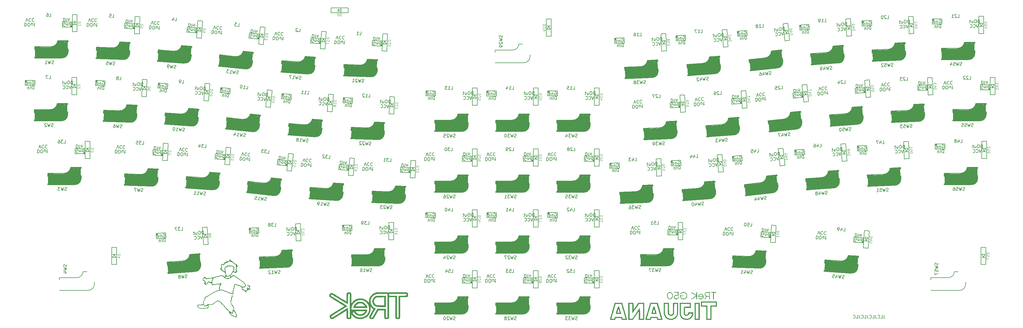
<source format=gbr>
G04 #@! TF.GenerationSoftware,KiCad,Pcbnew,7.0.9*
G04 #@! TF.CreationDate,2024-02-06T21:39:52+09:00*
G04 #@! TF.ProjectId,tijuana,74696a75-616e-4612-9e6b-696361645f70,rev?*
G04 #@! TF.SameCoordinates,Original*
G04 #@! TF.FileFunction,Legend,Bot*
G04 #@! TF.FilePolarity,Positive*
%FSLAX46Y46*%
G04 Gerber Fmt 4.6, Leading zero omitted, Abs format (unit mm)*
G04 Created by KiCad (PCBNEW 7.0.9) date 2024-02-06 21:39:52*
%MOMM*%
%LPD*%
G01*
G04 APERTURE LIST*
%ADD10C,0.150000*%
%ADD11C,0.125000*%
%ADD12C,0.300000*%
%ADD13C,0.500000*%
%ADD14C,0.800000*%
%ADD15C,3.000000*%
%ADD16C,3.500000*%
%ADD17C,1.000000*%
%ADD18C,0.400000*%
%ADD19C,0.200000*%
%ADD20C,0.100000*%
G04 APERTURE END LIST*
D10*
X287987798Y-113754819D02*
X287987798Y-114469104D01*
X287987798Y-114469104D02*
X288035417Y-114611961D01*
X288035417Y-114611961D02*
X288130655Y-114707200D01*
X288130655Y-114707200D02*
X288273512Y-114754819D01*
X288273512Y-114754819D02*
X288368750Y-114754819D01*
X287035417Y-114754819D02*
X287511607Y-114754819D01*
X287511607Y-114754819D02*
X287511607Y-113754819D01*
X286130655Y-114659580D02*
X286178274Y-114707200D01*
X286178274Y-114707200D02*
X286321131Y-114754819D01*
X286321131Y-114754819D02*
X286416369Y-114754819D01*
X286416369Y-114754819D02*
X286559226Y-114707200D01*
X286559226Y-114707200D02*
X286654464Y-114611961D01*
X286654464Y-114611961D02*
X286702083Y-114516723D01*
X286702083Y-114516723D02*
X286749702Y-114326247D01*
X286749702Y-114326247D02*
X286749702Y-114183390D01*
X286749702Y-114183390D02*
X286702083Y-113992914D01*
X286702083Y-113992914D02*
X286654464Y-113897676D01*
X286654464Y-113897676D02*
X286559226Y-113802438D01*
X286559226Y-113802438D02*
X286416369Y-113754819D01*
X286416369Y-113754819D02*
X286321131Y-113754819D01*
X286321131Y-113754819D02*
X286178274Y-113802438D01*
X286178274Y-113802438D02*
X286130655Y-113850057D01*
X285416369Y-113754819D02*
X285416369Y-114469104D01*
X285416369Y-114469104D02*
X285463988Y-114611961D01*
X285463988Y-114611961D02*
X285559226Y-114707200D01*
X285559226Y-114707200D02*
X285702083Y-114754819D01*
X285702083Y-114754819D02*
X285797321Y-114754819D01*
X284463988Y-114754819D02*
X284940178Y-114754819D01*
X284940178Y-114754819D02*
X284940178Y-113754819D01*
X283559226Y-114659580D02*
X283606845Y-114707200D01*
X283606845Y-114707200D02*
X283749702Y-114754819D01*
X283749702Y-114754819D02*
X283844940Y-114754819D01*
X283844940Y-114754819D02*
X283987797Y-114707200D01*
X283987797Y-114707200D02*
X284083035Y-114611961D01*
X284083035Y-114611961D02*
X284130654Y-114516723D01*
X284130654Y-114516723D02*
X284178273Y-114326247D01*
X284178273Y-114326247D02*
X284178273Y-114183390D01*
X284178273Y-114183390D02*
X284130654Y-113992914D01*
X284130654Y-113992914D02*
X284083035Y-113897676D01*
X284083035Y-113897676D02*
X283987797Y-113802438D01*
X283987797Y-113802438D02*
X283844940Y-113754819D01*
X283844940Y-113754819D02*
X283749702Y-113754819D01*
X283749702Y-113754819D02*
X283606845Y-113802438D01*
X283606845Y-113802438D02*
X283559226Y-113850057D01*
X282844940Y-113754819D02*
X282844940Y-114469104D01*
X282844940Y-114469104D02*
X282892559Y-114611961D01*
X282892559Y-114611961D02*
X282987797Y-114707200D01*
X282987797Y-114707200D02*
X283130654Y-114754819D01*
X283130654Y-114754819D02*
X283225892Y-114754819D01*
X281892559Y-114754819D02*
X282368749Y-114754819D01*
X282368749Y-114754819D02*
X282368749Y-113754819D01*
X280987797Y-114659580D02*
X281035416Y-114707200D01*
X281035416Y-114707200D02*
X281178273Y-114754819D01*
X281178273Y-114754819D02*
X281273511Y-114754819D01*
X281273511Y-114754819D02*
X281416368Y-114707200D01*
X281416368Y-114707200D02*
X281511606Y-114611961D01*
X281511606Y-114611961D02*
X281559225Y-114516723D01*
X281559225Y-114516723D02*
X281606844Y-114326247D01*
X281606844Y-114326247D02*
X281606844Y-114183390D01*
X281606844Y-114183390D02*
X281559225Y-113992914D01*
X281559225Y-113992914D02*
X281511606Y-113897676D01*
X281511606Y-113897676D02*
X281416368Y-113802438D01*
X281416368Y-113802438D02*
X281273511Y-113754819D01*
X281273511Y-113754819D02*
X281178273Y-113754819D01*
X281178273Y-113754819D02*
X281035416Y-113802438D01*
X281035416Y-113802438D02*
X280987797Y-113850057D01*
X280273511Y-113754819D02*
X280273511Y-114469104D01*
X280273511Y-114469104D02*
X280321130Y-114611961D01*
X280321130Y-114611961D02*
X280416368Y-114707200D01*
X280416368Y-114707200D02*
X280559225Y-114754819D01*
X280559225Y-114754819D02*
X280654463Y-114754819D01*
X279321130Y-114754819D02*
X279797320Y-114754819D01*
X279797320Y-114754819D02*
X279797320Y-113754819D01*
X278416368Y-114659580D02*
X278463987Y-114707200D01*
X278463987Y-114707200D02*
X278606844Y-114754819D01*
X278606844Y-114754819D02*
X278702082Y-114754819D01*
X278702082Y-114754819D02*
X278844939Y-114707200D01*
X278844939Y-114707200D02*
X278940177Y-114611961D01*
X278940177Y-114611961D02*
X278987796Y-114516723D01*
X278987796Y-114516723D02*
X279035415Y-114326247D01*
X279035415Y-114326247D02*
X279035415Y-114183390D01*
X279035415Y-114183390D02*
X278987796Y-113992914D01*
X278987796Y-113992914D02*
X278940177Y-113897676D01*
X278940177Y-113897676D02*
X278844939Y-113802438D01*
X278844939Y-113802438D02*
X278702082Y-113754819D01*
X278702082Y-113754819D02*
X278606844Y-113754819D01*
X278606844Y-113754819D02*
X278463987Y-113802438D01*
X278463987Y-113802438D02*
X278416368Y-113850057D01*
D11*
X200126295Y-63533571D02*
X199326295Y-63533571D01*
X199326295Y-63533571D02*
X199326295Y-63724047D01*
X199326295Y-63724047D02*
X199364390Y-63838333D01*
X199364390Y-63838333D02*
X199440580Y-63914523D01*
X199440580Y-63914523D02*
X199516771Y-63952618D01*
X199516771Y-63952618D02*
X199669152Y-63990714D01*
X199669152Y-63990714D02*
X199783438Y-63990714D01*
X199783438Y-63990714D02*
X199935819Y-63952618D01*
X199935819Y-63952618D02*
X200012009Y-63914523D01*
X200012009Y-63914523D02*
X200088200Y-63838333D01*
X200088200Y-63838333D02*
X200126295Y-63724047D01*
X200126295Y-63724047D02*
X200126295Y-63533571D01*
X199326295Y-64257380D02*
X199326295Y-64752618D01*
X199326295Y-64752618D02*
X199631057Y-64485952D01*
X199631057Y-64485952D02*
X199631057Y-64600237D01*
X199631057Y-64600237D02*
X199669152Y-64676428D01*
X199669152Y-64676428D02*
X199707247Y-64714523D01*
X199707247Y-64714523D02*
X199783438Y-64752618D01*
X199783438Y-64752618D02*
X199973914Y-64752618D01*
X199973914Y-64752618D02*
X200050104Y-64714523D01*
X200050104Y-64714523D02*
X200088200Y-64676428D01*
X200088200Y-64676428D02*
X200126295Y-64600237D01*
X200126295Y-64600237D02*
X200126295Y-64371666D01*
X200126295Y-64371666D02*
X200088200Y-64295475D01*
X200088200Y-64295475D02*
X200050104Y-64257380D01*
X199326295Y-65476428D02*
X199326295Y-65095476D01*
X199326295Y-65095476D02*
X199707247Y-65057380D01*
X199707247Y-65057380D02*
X199669152Y-65095476D01*
X199669152Y-65095476D02*
X199631057Y-65171666D01*
X199631057Y-65171666D02*
X199631057Y-65362142D01*
X199631057Y-65362142D02*
X199669152Y-65438333D01*
X199669152Y-65438333D02*
X199707247Y-65476428D01*
X199707247Y-65476428D02*
X199783438Y-65514523D01*
X199783438Y-65514523D02*
X199973914Y-65514523D01*
X199973914Y-65514523D02*
X200050104Y-65476428D01*
X200050104Y-65476428D02*
X200088200Y-65438333D01*
X200088200Y-65438333D02*
X200126295Y-65362142D01*
X200126295Y-65362142D02*
X200126295Y-65171666D01*
X200126295Y-65171666D02*
X200088200Y-65095476D01*
X200088200Y-65095476D02*
X200050104Y-65057380D01*
D10*
X32807200Y-97966667D02*
X32854819Y-98109524D01*
X32854819Y-98109524D02*
X32854819Y-98347619D01*
X32854819Y-98347619D02*
X32807200Y-98442857D01*
X32807200Y-98442857D02*
X32759580Y-98490476D01*
X32759580Y-98490476D02*
X32664342Y-98538095D01*
X32664342Y-98538095D02*
X32569104Y-98538095D01*
X32569104Y-98538095D02*
X32473866Y-98490476D01*
X32473866Y-98490476D02*
X32426247Y-98442857D01*
X32426247Y-98442857D02*
X32378628Y-98347619D01*
X32378628Y-98347619D02*
X32331009Y-98157143D01*
X32331009Y-98157143D02*
X32283390Y-98061905D01*
X32283390Y-98061905D02*
X32235771Y-98014286D01*
X32235771Y-98014286D02*
X32140533Y-97966667D01*
X32140533Y-97966667D02*
X32045295Y-97966667D01*
X32045295Y-97966667D02*
X31950057Y-98014286D01*
X31950057Y-98014286D02*
X31902438Y-98061905D01*
X31902438Y-98061905D02*
X31854819Y-98157143D01*
X31854819Y-98157143D02*
X31854819Y-98395238D01*
X31854819Y-98395238D02*
X31902438Y-98538095D01*
X31854819Y-98871429D02*
X32854819Y-99109524D01*
X32854819Y-99109524D02*
X32140533Y-99300000D01*
X32140533Y-99300000D02*
X32854819Y-99490476D01*
X32854819Y-99490476D02*
X31854819Y-99728572D01*
X32188152Y-100538095D02*
X32854819Y-100538095D01*
X31807200Y-100300000D02*
X32521485Y-100061905D01*
X32521485Y-100061905D02*
X32521485Y-100680952D01*
X173215423Y-115250070D02*
X173072566Y-115297689D01*
X173072566Y-115297689D02*
X172834471Y-115297689D01*
X172834471Y-115297689D02*
X172739233Y-115250070D01*
X172739233Y-115250070D02*
X172691614Y-115202450D01*
X172691614Y-115202450D02*
X172643995Y-115107212D01*
X172643995Y-115107212D02*
X172643995Y-115011974D01*
X172643995Y-115011974D02*
X172691614Y-114916736D01*
X172691614Y-114916736D02*
X172739233Y-114869117D01*
X172739233Y-114869117D02*
X172834471Y-114821498D01*
X172834471Y-114821498D02*
X173024947Y-114773879D01*
X173024947Y-114773879D02*
X173120185Y-114726260D01*
X173120185Y-114726260D02*
X173167804Y-114678641D01*
X173167804Y-114678641D02*
X173215423Y-114583403D01*
X173215423Y-114583403D02*
X173215423Y-114488165D01*
X173215423Y-114488165D02*
X173167804Y-114392927D01*
X173167804Y-114392927D02*
X173120185Y-114345308D01*
X173120185Y-114345308D02*
X173024947Y-114297689D01*
X173024947Y-114297689D02*
X172786852Y-114297689D01*
X172786852Y-114297689D02*
X172643995Y-114345308D01*
X172310661Y-114297689D02*
X172072566Y-115297689D01*
X172072566Y-115297689D02*
X171882090Y-114583403D01*
X171882090Y-114583403D02*
X171691614Y-115297689D01*
X171691614Y-115297689D02*
X171453519Y-114297689D01*
X171120185Y-114392927D02*
X171072566Y-114345308D01*
X171072566Y-114345308D02*
X170977328Y-114297689D01*
X170977328Y-114297689D02*
X170739233Y-114297689D01*
X170739233Y-114297689D02*
X170643995Y-114345308D01*
X170643995Y-114345308D02*
X170596376Y-114392927D01*
X170596376Y-114392927D02*
X170548757Y-114488165D01*
X170548757Y-114488165D02*
X170548757Y-114583403D01*
X170548757Y-114583403D02*
X170596376Y-114726260D01*
X170596376Y-114726260D02*
X171167804Y-115297689D01*
X171167804Y-115297689D02*
X170548757Y-115297689D01*
X169977328Y-114726260D02*
X170072566Y-114678641D01*
X170072566Y-114678641D02*
X170120185Y-114631022D01*
X170120185Y-114631022D02*
X170167804Y-114535784D01*
X170167804Y-114535784D02*
X170167804Y-114488165D01*
X170167804Y-114488165D02*
X170120185Y-114392927D01*
X170120185Y-114392927D02*
X170072566Y-114345308D01*
X170072566Y-114345308D02*
X169977328Y-114297689D01*
X169977328Y-114297689D02*
X169786852Y-114297689D01*
X169786852Y-114297689D02*
X169691614Y-114345308D01*
X169691614Y-114345308D02*
X169643995Y-114392927D01*
X169643995Y-114392927D02*
X169596376Y-114488165D01*
X169596376Y-114488165D02*
X169596376Y-114535784D01*
X169596376Y-114535784D02*
X169643995Y-114631022D01*
X169643995Y-114631022D02*
X169691614Y-114678641D01*
X169691614Y-114678641D02*
X169786852Y-114726260D01*
X169786852Y-114726260D02*
X169977328Y-114726260D01*
X169977328Y-114726260D02*
X170072566Y-114773879D01*
X170072566Y-114773879D02*
X170120185Y-114821498D01*
X170120185Y-114821498D02*
X170167804Y-114916736D01*
X170167804Y-114916736D02*
X170167804Y-115107212D01*
X170167804Y-115107212D02*
X170120185Y-115202450D01*
X170120185Y-115202450D02*
X170072566Y-115250070D01*
X170072566Y-115250070D02*
X169977328Y-115297689D01*
X169977328Y-115297689D02*
X169786852Y-115297689D01*
X169786852Y-115297689D02*
X169691614Y-115250070D01*
X169691614Y-115250070D02*
X169643995Y-115202450D01*
X169643995Y-115202450D02*
X169596376Y-115107212D01*
X169596376Y-115107212D02*
X169596376Y-114916736D01*
X169596376Y-114916736D02*
X169643995Y-114821498D01*
X169643995Y-114821498D02*
X169691614Y-114773879D01*
X169691614Y-114773879D02*
X169786852Y-114726260D01*
X311902957Y-59816319D02*
X312379147Y-59816319D01*
X312379147Y-59816319D02*
X312379147Y-58816319D01*
X311141052Y-59149652D02*
X311141052Y-59816319D01*
X311379147Y-58768700D02*
X311617242Y-59482985D01*
X311617242Y-59482985D02*
X310998195Y-59482985D01*
X310474385Y-59244890D02*
X310569623Y-59197271D01*
X310569623Y-59197271D02*
X310617242Y-59149652D01*
X310617242Y-59149652D02*
X310664861Y-59054414D01*
X310664861Y-59054414D02*
X310664861Y-59006795D01*
X310664861Y-59006795D02*
X310617242Y-58911557D01*
X310617242Y-58911557D02*
X310569623Y-58863938D01*
X310569623Y-58863938D02*
X310474385Y-58816319D01*
X310474385Y-58816319D02*
X310283909Y-58816319D01*
X310283909Y-58816319D02*
X310188671Y-58863938D01*
X310188671Y-58863938D02*
X310141052Y-58911557D01*
X310141052Y-58911557D02*
X310093433Y-59006795D01*
X310093433Y-59006795D02*
X310093433Y-59054414D01*
X310093433Y-59054414D02*
X310141052Y-59149652D01*
X310141052Y-59149652D02*
X310188671Y-59197271D01*
X310188671Y-59197271D02*
X310283909Y-59244890D01*
X310283909Y-59244890D02*
X310474385Y-59244890D01*
X310474385Y-59244890D02*
X310569623Y-59292509D01*
X310569623Y-59292509D02*
X310617242Y-59340128D01*
X310617242Y-59340128D02*
X310664861Y-59435366D01*
X310664861Y-59435366D02*
X310664861Y-59625842D01*
X310664861Y-59625842D02*
X310617242Y-59721080D01*
X310617242Y-59721080D02*
X310569623Y-59768700D01*
X310569623Y-59768700D02*
X310474385Y-59816319D01*
X310474385Y-59816319D02*
X310283909Y-59816319D01*
X310283909Y-59816319D02*
X310188671Y-59768700D01*
X310188671Y-59768700D02*
X310141052Y-59721080D01*
X310141052Y-59721080D02*
X310093433Y-59625842D01*
X310093433Y-59625842D02*
X310093433Y-59435366D01*
X310093433Y-59435366D02*
X310141052Y-59340128D01*
X310141052Y-59340128D02*
X310188671Y-59292509D01*
X310188671Y-59292509D02*
X310283909Y-59244890D01*
X306212957Y-60563938D02*
X306308195Y-60516319D01*
X306308195Y-60516319D02*
X306451052Y-60516319D01*
X306451052Y-60516319D02*
X306593909Y-60563938D01*
X306593909Y-60563938D02*
X306689147Y-60659176D01*
X306689147Y-60659176D02*
X306736766Y-60754414D01*
X306736766Y-60754414D02*
X306784385Y-60944890D01*
X306784385Y-60944890D02*
X306784385Y-61087747D01*
X306784385Y-61087747D02*
X306736766Y-61278223D01*
X306736766Y-61278223D02*
X306689147Y-61373461D01*
X306689147Y-61373461D02*
X306593909Y-61468700D01*
X306593909Y-61468700D02*
X306451052Y-61516319D01*
X306451052Y-61516319D02*
X306355814Y-61516319D01*
X306355814Y-61516319D02*
X306212957Y-61468700D01*
X306212957Y-61468700D02*
X306165338Y-61421080D01*
X306165338Y-61421080D02*
X306165338Y-61087747D01*
X306165338Y-61087747D02*
X306355814Y-61087747D01*
X305736766Y-60849652D02*
X305736766Y-61516319D01*
X305736766Y-60944890D02*
X305689147Y-60897271D01*
X305689147Y-60897271D02*
X305593909Y-60849652D01*
X305593909Y-60849652D02*
X305451052Y-60849652D01*
X305451052Y-60849652D02*
X305355814Y-60897271D01*
X305355814Y-60897271D02*
X305308195Y-60992509D01*
X305308195Y-60992509D02*
X305308195Y-61516319D01*
X304403433Y-61516319D02*
X304403433Y-60516319D01*
X304403433Y-61468700D02*
X304498671Y-61516319D01*
X304498671Y-61516319D02*
X304689147Y-61516319D01*
X304689147Y-61516319D02*
X304784385Y-61468700D01*
X304784385Y-61468700D02*
X304832004Y-61421080D01*
X304832004Y-61421080D02*
X304879623Y-61325842D01*
X304879623Y-61325842D02*
X304879623Y-61040128D01*
X304879623Y-61040128D02*
X304832004Y-60944890D01*
X304832004Y-60944890D02*
X304784385Y-60897271D01*
X304784385Y-60897271D02*
X304689147Y-60849652D01*
X304689147Y-60849652D02*
X304498671Y-60849652D01*
X304498671Y-60849652D02*
X304403433Y-60897271D01*
X318813909Y-61466319D02*
X318813909Y-60466319D01*
X318813909Y-60466319D02*
X318575814Y-60466319D01*
X318575814Y-60466319D02*
X318432957Y-60513938D01*
X318432957Y-60513938D02*
X318337719Y-60609176D01*
X318337719Y-60609176D02*
X318290100Y-60704414D01*
X318290100Y-60704414D02*
X318242481Y-60894890D01*
X318242481Y-60894890D02*
X318242481Y-61037747D01*
X318242481Y-61037747D02*
X318290100Y-61228223D01*
X318290100Y-61228223D02*
X318337719Y-61323461D01*
X318337719Y-61323461D02*
X318432957Y-61418700D01*
X318432957Y-61418700D02*
X318575814Y-61466319D01*
X318575814Y-61466319D02*
X318813909Y-61466319D01*
X317623433Y-60466319D02*
X317432957Y-60466319D01*
X317432957Y-60466319D02*
X317337719Y-60513938D01*
X317337719Y-60513938D02*
X317242481Y-60609176D01*
X317242481Y-60609176D02*
X317194862Y-60799652D01*
X317194862Y-60799652D02*
X317194862Y-61132985D01*
X317194862Y-61132985D02*
X317242481Y-61323461D01*
X317242481Y-61323461D02*
X317337719Y-61418700D01*
X317337719Y-61418700D02*
X317432957Y-61466319D01*
X317432957Y-61466319D02*
X317623433Y-61466319D01*
X317623433Y-61466319D02*
X317718671Y-61418700D01*
X317718671Y-61418700D02*
X317813909Y-61323461D01*
X317813909Y-61323461D02*
X317861528Y-61132985D01*
X317861528Y-61132985D02*
X317861528Y-60799652D01*
X317861528Y-60799652D02*
X317813909Y-60609176D01*
X317813909Y-60609176D02*
X317718671Y-60513938D01*
X317718671Y-60513938D02*
X317623433Y-60466319D01*
X316337719Y-60799652D02*
X316337719Y-61466319D01*
X316766290Y-60799652D02*
X316766290Y-61323461D01*
X316766290Y-61323461D02*
X316718671Y-61418700D01*
X316718671Y-61418700D02*
X316623433Y-61466319D01*
X316623433Y-61466319D02*
X316480576Y-61466319D01*
X316480576Y-61466319D02*
X316385338Y-61418700D01*
X316385338Y-61418700D02*
X316337719Y-61371080D01*
X316004385Y-60799652D02*
X315623433Y-60799652D01*
X315861528Y-60466319D02*
X315861528Y-61323461D01*
X315861528Y-61323461D02*
X315813909Y-61418700D01*
X315813909Y-61418700D02*
X315718671Y-61466319D01*
X315718671Y-61466319D02*
X315623433Y-61466319D01*
X318413432Y-61966319D02*
X318080099Y-62966319D01*
X318080099Y-62966319D02*
X317746766Y-61966319D01*
X316842004Y-62871080D02*
X316889623Y-62918700D01*
X316889623Y-62918700D02*
X317032480Y-62966319D01*
X317032480Y-62966319D02*
X317127718Y-62966319D01*
X317127718Y-62966319D02*
X317270575Y-62918700D01*
X317270575Y-62918700D02*
X317365813Y-62823461D01*
X317365813Y-62823461D02*
X317413432Y-62728223D01*
X317413432Y-62728223D02*
X317461051Y-62537747D01*
X317461051Y-62537747D02*
X317461051Y-62394890D01*
X317461051Y-62394890D02*
X317413432Y-62204414D01*
X317413432Y-62204414D02*
X317365813Y-62109176D01*
X317365813Y-62109176D02*
X317270575Y-62013938D01*
X317270575Y-62013938D02*
X317127718Y-61966319D01*
X317127718Y-61966319D02*
X317032480Y-61966319D01*
X317032480Y-61966319D02*
X316889623Y-62013938D01*
X316889623Y-62013938D02*
X316842004Y-62061557D01*
X315842004Y-62871080D02*
X315889623Y-62918700D01*
X315889623Y-62918700D02*
X316032480Y-62966319D01*
X316032480Y-62966319D02*
X316127718Y-62966319D01*
X316127718Y-62966319D02*
X316270575Y-62918700D01*
X316270575Y-62918700D02*
X316365813Y-62823461D01*
X316365813Y-62823461D02*
X316413432Y-62728223D01*
X316413432Y-62728223D02*
X316461051Y-62537747D01*
X316461051Y-62537747D02*
X316461051Y-62394890D01*
X316461051Y-62394890D02*
X316413432Y-62204414D01*
X316413432Y-62204414D02*
X316365813Y-62109176D01*
X316365813Y-62109176D02*
X316270575Y-62013938D01*
X316270575Y-62013938D02*
X316127718Y-61966319D01*
X316127718Y-61966319D02*
X316032480Y-61966319D01*
X316032480Y-61966319D02*
X315889623Y-62013938D01*
X315889623Y-62013938D02*
X315842004Y-62061557D01*
X306722480Y-63006319D02*
X306722480Y-62006319D01*
X306722480Y-62006319D02*
X306484385Y-62006319D01*
X306484385Y-62006319D02*
X306341528Y-62053938D01*
X306341528Y-62053938D02*
X306246290Y-62149176D01*
X306246290Y-62149176D02*
X306198671Y-62244414D01*
X306198671Y-62244414D02*
X306151052Y-62434890D01*
X306151052Y-62434890D02*
X306151052Y-62577747D01*
X306151052Y-62577747D02*
X306198671Y-62768223D01*
X306198671Y-62768223D02*
X306246290Y-62863461D01*
X306246290Y-62863461D02*
X306341528Y-62958700D01*
X306341528Y-62958700D02*
X306484385Y-63006319D01*
X306484385Y-63006319D02*
X306722480Y-63006319D01*
X305722480Y-63006319D02*
X305722480Y-62006319D01*
X305246290Y-62339652D02*
X305246290Y-63006319D01*
X305246290Y-62434890D02*
X305198671Y-62387271D01*
X305198671Y-62387271D02*
X305103433Y-62339652D01*
X305103433Y-62339652D02*
X304960576Y-62339652D01*
X304960576Y-62339652D02*
X304865338Y-62387271D01*
X304865338Y-62387271D02*
X304817719Y-62482509D01*
X304817719Y-62482509D02*
X304817719Y-63006319D01*
X190914457Y-81260619D02*
X191390647Y-81260619D01*
X191390647Y-81260619D02*
X191390647Y-80260619D01*
X190152552Y-80593952D02*
X190152552Y-81260619D01*
X190390647Y-80213000D02*
X190628742Y-80927285D01*
X190628742Y-80927285D02*
X190009695Y-80927285D01*
X189676361Y-80355857D02*
X189628742Y-80308238D01*
X189628742Y-80308238D02*
X189533504Y-80260619D01*
X189533504Y-80260619D02*
X189295409Y-80260619D01*
X189295409Y-80260619D02*
X189200171Y-80308238D01*
X189200171Y-80308238D02*
X189152552Y-80355857D01*
X189152552Y-80355857D02*
X189104933Y-80451095D01*
X189104933Y-80451095D02*
X189104933Y-80546333D01*
X189104933Y-80546333D02*
X189152552Y-80689190D01*
X189152552Y-80689190D02*
X189723980Y-81260619D01*
X189723980Y-81260619D02*
X189104933Y-81260619D01*
X197825409Y-82910619D02*
X197825409Y-81910619D01*
X197825409Y-81910619D02*
X197587314Y-81910619D01*
X197587314Y-81910619D02*
X197444457Y-81958238D01*
X197444457Y-81958238D02*
X197349219Y-82053476D01*
X197349219Y-82053476D02*
X197301600Y-82148714D01*
X197301600Y-82148714D02*
X197253981Y-82339190D01*
X197253981Y-82339190D02*
X197253981Y-82482047D01*
X197253981Y-82482047D02*
X197301600Y-82672523D01*
X197301600Y-82672523D02*
X197349219Y-82767761D01*
X197349219Y-82767761D02*
X197444457Y-82863000D01*
X197444457Y-82863000D02*
X197587314Y-82910619D01*
X197587314Y-82910619D02*
X197825409Y-82910619D01*
X196634933Y-81910619D02*
X196444457Y-81910619D01*
X196444457Y-81910619D02*
X196349219Y-81958238D01*
X196349219Y-81958238D02*
X196253981Y-82053476D01*
X196253981Y-82053476D02*
X196206362Y-82243952D01*
X196206362Y-82243952D02*
X196206362Y-82577285D01*
X196206362Y-82577285D02*
X196253981Y-82767761D01*
X196253981Y-82767761D02*
X196349219Y-82863000D01*
X196349219Y-82863000D02*
X196444457Y-82910619D01*
X196444457Y-82910619D02*
X196634933Y-82910619D01*
X196634933Y-82910619D02*
X196730171Y-82863000D01*
X196730171Y-82863000D02*
X196825409Y-82767761D01*
X196825409Y-82767761D02*
X196873028Y-82577285D01*
X196873028Y-82577285D02*
X196873028Y-82243952D01*
X196873028Y-82243952D02*
X196825409Y-82053476D01*
X196825409Y-82053476D02*
X196730171Y-81958238D01*
X196730171Y-81958238D02*
X196634933Y-81910619D01*
X195349219Y-82243952D02*
X195349219Y-82910619D01*
X195777790Y-82243952D02*
X195777790Y-82767761D01*
X195777790Y-82767761D02*
X195730171Y-82863000D01*
X195730171Y-82863000D02*
X195634933Y-82910619D01*
X195634933Y-82910619D02*
X195492076Y-82910619D01*
X195492076Y-82910619D02*
X195396838Y-82863000D01*
X195396838Y-82863000D02*
X195349219Y-82815380D01*
X195015885Y-82243952D02*
X194634933Y-82243952D01*
X194873028Y-81910619D02*
X194873028Y-82767761D01*
X194873028Y-82767761D02*
X194825409Y-82863000D01*
X194825409Y-82863000D02*
X194730171Y-82910619D01*
X194730171Y-82910619D02*
X194634933Y-82910619D01*
X197424932Y-83410619D02*
X197091599Y-84410619D01*
X197091599Y-84410619D02*
X196758266Y-83410619D01*
X195853504Y-84315380D02*
X195901123Y-84363000D01*
X195901123Y-84363000D02*
X196043980Y-84410619D01*
X196043980Y-84410619D02*
X196139218Y-84410619D01*
X196139218Y-84410619D02*
X196282075Y-84363000D01*
X196282075Y-84363000D02*
X196377313Y-84267761D01*
X196377313Y-84267761D02*
X196424932Y-84172523D01*
X196424932Y-84172523D02*
X196472551Y-83982047D01*
X196472551Y-83982047D02*
X196472551Y-83839190D01*
X196472551Y-83839190D02*
X196424932Y-83648714D01*
X196424932Y-83648714D02*
X196377313Y-83553476D01*
X196377313Y-83553476D02*
X196282075Y-83458238D01*
X196282075Y-83458238D02*
X196139218Y-83410619D01*
X196139218Y-83410619D02*
X196043980Y-83410619D01*
X196043980Y-83410619D02*
X195901123Y-83458238D01*
X195901123Y-83458238D02*
X195853504Y-83505857D01*
X194853504Y-84315380D02*
X194901123Y-84363000D01*
X194901123Y-84363000D02*
X195043980Y-84410619D01*
X195043980Y-84410619D02*
X195139218Y-84410619D01*
X195139218Y-84410619D02*
X195282075Y-84363000D01*
X195282075Y-84363000D02*
X195377313Y-84267761D01*
X195377313Y-84267761D02*
X195424932Y-84172523D01*
X195424932Y-84172523D02*
X195472551Y-83982047D01*
X195472551Y-83982047D02*
X195472551Y-83839190D01*
X195472551Y-83839190D02*
X195424932Y-83648714D01*
X195424932Y-83648714D02*
X195377313Y-83553476D01*
X195377313Y-83553476D02*
X195282075Y-83458238D01*
X195282075Y-83458238D02*
X195139218Y-83410619D01*
X195139218Y-83410619D02*
X195043980Y-83410619D01*
X195043980Y-83410619D02*
X194901123Y-83458238D01*
X194901123Y-83458238D02*
X194853504Y-83505857D01*
X185733980Y-84450619D02*
X185733980Y-83450619D01*
X185733980Y-83450619D02*
X185495885Y-83450619D01*
X185495885Y-83450619D02*
X185353028Y-83498238D01*
X185353028Y-83498238D02*
X185257790Y-83593476D01*
X185257790Y-83593476D02*
X185210171Y-83688714D01*
X185210171Y-83688714D02*
X185162552Y-83879190D01*
X185162552Y-83879190D02*
X185162552Y-84022047D01*
X185162552Y-84022047D02*
X185210171Y-84212523D01*
X185210171Y-84212523D02*
X185257790Y-84307761D01*
X185257790Y-84307761D02*
X185353028Y-84403000D01*
X185353028Y-84403000D02*
X185495885Y-84450619D01*
X185495885Y-84450619D02*
X185733980Y-84450619D01*
X184733980Y-84450619D02*
X184733980Y-83450619D01*
X184257790Y-83783952D02*
X184257790Y-84450619D01*
X184257790Y-83879190D02*
X184210171Y-83831571D01*
X184210171Y-83831571D02*
X184114933Y-83783952D01*
X184114933Y-83783952D02*
X183972076Y-83783952D01*
X183972076Y-83783952D02*
X183876838Y-83831571D01*
X183876838Y-83831571D02*
X183829219Y-83926809D01*
X183829219Y-83926809D02*
X183829219Y-84450619D01*
X185224457Y-82008238D02*
X185319695Y-81960619D01*
X185319695Y-81960619D02*
X185462552Y-81960619D01*
X185462552Y-81960619D02*
X185605409Y-82008238D01*
X185605409Y-82008238D02*
X185700647Y-82103476D01*
X185700647Y-82103476D02*
X185748266Y-82198714D01*
X185748266Y-82198714D02*
X185795885Y-82389190D01*
X185795885Y-82389190D02*
X185795885Y-82532047D01*
X185795885Y-82532047D02*
X185748266Y-82722523D01*
X185748266Y-82722523D02*
X185700647Y-82817761D01*
X185700647Y-82817761D02*
X185605409Y-82913000D01*
X185605409Y-82913000D02*
X185462552Y-82960619D01*
X185462552Y-82960619D02*
X185367314Y-82960619D01*
X185367314Y-82960619D02*
X185224457Y-82913000D01*
X185224457Y-82913000D02*
X185176838Y-82865380D01*
X185176838Y-82865380D02*
X185176838Y-82532047D01*
X185176838Y-82532047D02*
X185367314Y-82532047D01*
X184748266Y-82293952D02*
X184748266Y-82960619D01*
X184748266Y-82389190D02*
X184700647Y-82341571D01*
X184700647Y-82341571D02*
X184605409Y-82293952D01*
X184605409Y-82293952D02*
X184462552Y-82293952D01*
X184462552Y-82293952D02*
X184367314Y-82341571D01*
X184367314Y-82341571D02*
X184319695Y-82436809D01*
X184319695Y-82436809D02*
X184319695Y-82960619D01*
X183414933Y-82960619D02*
X183414933Y-81960619D01*
X183414933Y-82913000D02*
X183510171Y-82960619D01*
X183510171Y-82960619D02*
X183700647Y-82960619D01*
X183700647Y-82960619D02*
X183795885Y-82913000D01*
X183795885Y-82913000D02*
X183843504Y-82865380D01*
X183843504Y-82865380D02*
X183891123Y-82770142D01*
X183891123Y-82770142D02*
X183891123Y-82484428D01*
X183891123Y-82484428D02*
X183843504Y-82389190D01*
X183843504Y-82389190D02*
X183795885Y-82341571D01*
X183795885Y-82341571D02*
X183700647Y-82293952D01*
X183700647Y-82293952D02*
X183510171Y-82293952D01*
X183510171Y-82293952D02*
X183414933Y-82341571D01*
X275470551Y-41333272D02*
X275945582Y-41300055D01*
X275945582Y-41300055D02*
X275875825Y-40302491D01*
X275122420Y-40450645D02*
X275071595Y-40406463D01*
X275071595Y-40406463D02*
X274973267Y-40365604D01*
X274973267Y-40365604D02*
X274735752Y-40382212D01*
X274735752Y-40382212D02*
X274644068Y-40436359D01*
X274644068Y-40436359D02*
X274599886Y-40487184D01*
X274599886Y-40487184D02*
X274559027Y-40585512D01*
X274559027Y-40585512D02*
X274565670Y-40680518D01*
X274565670Y-40680518D02*
X274623139Y-40819705D01*
X274623139Y-40819705D02*
X275233036Y-41349881D01*
X275233036Y-41349881D02*
X274615496Y-41393063D01*
X273713937Y-40787812D02*
X273760441Y-41452855D01*
X273924878Y-40391179D02*
X274212220Y-41087116D01*
X274212220Y-41087116D02*
X273594680Y-41130299D01*
X267350581Y-43996689D02*
X267420338Y-44994253D01*
X267420338Y-44994253D02*
X267657853Y-44977644D01*
X267657853Y-44977644D02*
X267797040Y-44920176D01*
X267797040Y-44920176D02*
X267885403Y-44818526D01*
X267885403Y-44818526D02*
X267926262Y-44720199D01*
X267926262Y-44720199D02*
X267960479Y-44526865D01*
X267960479Y-44526865D02*
X267950513Y-44384356D01*
X267950513Y-44384356D02*
X267889723Y-44197665D01*
X267889723Y-44197665D02*
X267835577Y-44105981D01*
X267835577Y-44105981D02*
X267733927Y-44017618D01*
X267733927Y-44017618D02*
X267588096Y-43980080D01*
X267588096Y-43980080D02*
X267350581Y-43996689D01*
X268607914Y-44911210D02*
X268797926Y-44897923D01*
X268797926Y-44897923D02*
X268889610Y-44843776D01*
X268889610Y-44843776D02*
X268977973Y-44742127D01*
X268977973Y-44742127D02*
X269012189Y-44548793D01*
X269012189Y-44548793D02*
X268988937Y-44216271D01*
X268988937Y-44216271D02*
X268928147Y-44029581D01*
X268928147Y-44029581D02*
X268826497Y-43941218D01*
X268826497Y-43941218D02*
X268728170Y-43900359D01*
X268728170Y-43900359D02*
X268538157Y-43913646D01*
X268538157Y-43913646D02*
X268446473Y-43967792D01*
X268446473Y-43967792D02*
X268358110Y-44069442D01*
X268358110Y-44069442D02*
X268323894Y-44262776D01*
X268323894Y-44262776D02*
X268347146Y-44595297D01*
X268347146Y-44595297D02*
X268407936Y-44781987D01*
X268407936Y-44781987D02*
X268509586Y-44870350D01*
X268509586Y-44870350D02*
X268607914Y-44911210D01*
X269867244Y-44489001D02*
X269820740Y-43823959D01*
X269439717Y-44518897D02*
X269403177Y-43996363D01*
X269403177Y-43996363D02*
X269444037Y-43898036D01*
X269444037Y-43898036D02*
X269535721Y-43843889D01*
X269535721Y-43843889D02*
X269678230Y-43833924D01*
X269678230Y-43833924D02*
X269776558Y-43874783D01*
X269776558Y-43874783D02*
X269827383Y-43918965D01*
X270199765Y-44465749D02*
X270579790Y-44439175D01*
X270365527Y-44788305D02*
X270305735Y-43933250D01*
X270305735Y-43933250D02*
X270346595Y-43834923D01*
X270346595Y-43834923D02*
X270438279Y-43780776D01*
X270438279Y-43780776D02*
X270533285Y-43774133D01*
X279983785Y-44017873D02*
X279892101Y-44072019D01*
X279892101Y-44072019D02*
X279749592Y-44081985D01*
X279749592Y-44081985D02*
X279603761Y-44044447D01*
X279603761Y-44044447D02*
X279502111Y-43956084D01*
X279502111Y-43956084D02*
X279447965Y-43864400D01*
X279447965Y-43864400D02*
X279387175Y-43677709D01*
X279387175Y-43677709D02*
X279377210Y-43535200D01*
X279377210Y-43535200D02*
X279411426Y-43341866D01*
X279411426Y-43341866D02*
X279452285Y-43243538D01*
X279452285Y-43243538D02*
X279540648Y-43141889D01*
X279540648Y-43141889D02*
X279679835Y-43084421D01*
X279679835Y-43084421D02*
X279774842Y-43077777D01*
X279774842Y-43077777D02*
X279920672Y-43115315D01*
X279920672Y-43115315D02*
X279971497Y-43159496D01*
X279971497Y-43159496D02*
X279994749Y-43492018D01*
X279994749Y-43492018D02*
X279804737Y-43505304D01*
X280438885Y-43699637D02*
X280392381Y-43034594D01*
X280432242Y-43604631D02*
X280483067Y-43648812D01*
X280483067Y-43648812D02*
X280581395Y-43689672D01*
X280581395Y-43689672D02*
X280723904Y-43679707D01*
X280723904Y-43679707D02*
X280815588Y-43625560D01*
X280815588Y-43625560D02*
X280856448Y-43527232D01*
X280856448Y-43527232D02*
X280819909Y-43004699D01*
X281722467Y-42941586D02*
X281792223Y-43939150D01*
X281725788Y-42989089D02*
X281627461Y-42948229D01*
X281627461Y-42948229D02*
X281437448Y-42961516D01*
X281437448Y-42961516D02*
X281345764Y-43015663D01*
X281345764Y-43015663D02*
X281301583Y-43066488D01*
X281301583Y-43066488D02*
X281260723Y-43164815D01*
X281260723Y-43164815D02*
X281280654Y-43449834D01*
X281280654Y-43449834D02*
X281334800Y-43541518D01*
X281334800Y-43541518D02*
X281385625Y-43585699D01*
X281385625Y-43585699D02*
X281483953Y-43626559D01*
X281483953Y-43626559D02*
X281673965Y-43613272D01*
X281673965Y-43613272D02*
X281765649Y-43559125D01*
X279305131Y-41616984D02*
X279374888Y-42614548D01*
X279374888Y-42614548D02*
X279612403Y-42597939D01*
X279612403Y-42597939D02*
X279751590Y-42540471D01*
X279751590Y-42540471D02*
X279839953Y-42438822D01*
X279839953Y-42438822D02*
X279880812Y-42340494D01*
X279880812Y-42340494D02*
X279915029Y-42147160D01*
X279915029Y-42147160D02*
X279905063Y-42004651D01*
X279905063Y-42004651D02*
X279844273Y-41817960D01*
X279844273Y-41817960D02*
X279790127Y-41726276D01*
X279790127Y-41726276D02*
X279688477Y-41637913D01*
X279688477Y-41637913D02*
X279542646Y-41600375D01*
X279542646Y-41600375D02*
X279305131Y-41616984D01*
X280302695Y-41547228D02*
X280372452Y-42544792D01*
X280824230Y-42179053D02*
X280777725Y-41514010D01*
X280817586Y-42084047D02*
X280868411Y-42128228D01*
X280868411Y-42128228D02*
X280966739Y-42169088D01*
X280966739Y-42169088D02*
X281109248Y-42159123D01*
X281109248Y-42159123D02*
X281200932Y-42104976D01*
X281200932Y-42104976D02*
X281241792Y-42006648D01*
X281241792Y-42006648D02*
X281205253Y-41484115D01*
X267715204Y-43469971D02*
X267977969Y-42449155D01*
X267977969Y-42449155D02*
X268380247Y-43423467D01*
X269219692Y-42457796D02*
X269168867Y-42413614D01*
X269168867Y-42413614D02*
X269023037Y-42376077D01*
X269023037Y-42376077D02*
X268928030Y-42382720D01*
X268928030Y-42382720D02*
X268788843Y-42440188D01*
X268788843Y-42440188D02*
X268700480Y-42541838D01*
X268700480Y-42541838D02*
X268659621Y-42640166D01*
X268659621Y-42640166D02*
X268625405Y-42833500D01*
X268625405Y-42833500D02*
X268635370Y-42976009D01*
X268635370Y-42976009D02*
X268696160Y-43162699D01*
X268696160Y-43162699D02*
X268750306Y-43254384D01*
X268750306Y-43254384D02*
X268851956Y-43342746D01*
X268851956Y-43342746D02*
X268997787Y-43380284D01*
X268997787Y-43380284D02*
X269092793Y-43373641D01*
X269092793Y-43373641D02*
X269231980Y-43316172D01*
X269231980Y-43316172D02*
X269276162Y-43265348D01*
X270217256Y-42388039D02*
X270166431Y-42343858D01*
X270166431Y-42343858D02*
X270020601Y-42306320D01*
X270020601Y-42306320D02*
X269925594Y-42312964D01*
X269925594Y-42312964D02*
X269786407Y-42370432D01*
X269786407Y-42370432D02*
X269698044Y-42472081D01*
X269698044Y-42472081D02*
X269657185Y-42570409D01*
X269657185Y-42570409D02*
X269622969Y-42763743D01*
X269622969Y-42763743D02*
X269632934Y-42906252D01*
X269632934Y-42906252D02*
X269693724Y-43092943D01*
X269693724Y-43092943D02*
X269747871Y-43184627D01*
X269747871Y-43184627D02*
X269849520Y-43272990D01*
X269849520Y-43272990D02*
X269995351Y-43310528D01*
X269995351Y-43310528D02*
X270090357Y-43303884D01*
X270090357Y-43303884D02*
X270229544Y-43246416D01*
X270229544Y-43246416D02*
X270273726Y-43195591D01*
D11*
X296121275Y-63106167D02*
X296920788Y-63078247D01*
X296920788Y-63078247D02*
X296914140Y-62887887D01*
X296914140Y-62887887D02*
X296872080Y-62775000D01*
X296872080Y-62775000D02*
X296793277Y-62701515D01*
X296793277Y-62701515D02*
X296715803Y-62666102D01*
X296715803Y-62666102D02*
X296562185Y-62633348D01*
X296562185Y-62633348D02*
X296447969Y-62637337D01*
X296447969Y-62637337D02*
X296297011Y-62680727D01*
X296297011Y-62680727D02*
X296222196Y-62721458D01*
X296222196Y-62721458D02*
X296148711Y-62800261D01*
X296148711Y-62800261D02*
X296114628Y-62915807D01*
X296114628Y-62915807D02*
X296121275Y-63106167D01*
X296879573Y-61898014D02*
X296892868Y-62278735D01*
X296892868Y-62278735D02*
X296513477Y-62330102D01*
X296513477Y-62330102D02*
X296550220Y-62290700D01*
X296550220Y-62290700D02*
X296585633Y-62213227D01*
X296585633Y-62213227D02*
X296578985Y-62022866D01*
X296578985Y-62022866D02*
X296538254Y-61948052D01*
X296538254Y-61948052D02*
X296498853Y-61911309D01*
X296498853Y-61911309D02*
X296421379Y-61875896D01*
X296421379Y-61875896D02*
X296231019Y-61882544D01*
X296231019Y-61882544D02*
X296156205Y-61923275D01*
X296156205Y-61923275D02*
X296119462Y-61962676D01*
X296119462Y-61962676D02*
X296084049Y-62040150D01*
X296084049Y-62040150D02*
X296090697Y-62230510D01*
X296090697Y-62230510D02*
X296131428Y-62305325D01*
X296131428Y-62305325D02*
X296170829Y-62342067D01*
X296052141Y-61126421D02*
X296068095Y-61583285D01*
X296060118Y-61354853D02*
X296859631Y-61326934D01*
X296859631Y-61326934D02*
X296748073Y-61407066D01*
X296748073Y-61407066D02*
X296674588Y-61485869D01*
X296674588Y-61485869D02*
X296639175Y-61563343D01*
D10*
X269446701Y-22052313D02*
X269921732Y-22019096D01*
X269921732Y-22019096D02*
X269851975Y-21021532D01*
X268591646Y-22112104D02*
X269161683Y-22072244D01*
X268876665Y-22092174D02*
X268806908Y-21094610D01*
X268806908Y-21094610D02*
X268911879Y-21230476D01*
X268911879Y-21230476D02*
X269013529Y-21318838D01*
X269013529Y-21318838D02*
X269111857Y-21359698D01*
X268116616Y-22145322D02*
X267926604Y-22158609D01*
X267926604Y-22158609D02*
X267828276Y-22117749D01*
X267828276Y-22117749D02*
X267777451Y-22073568D01*
X267777451Y-22073568D02*
X267672480Y-21937702D01*
X267672480Y-21937702D02*
X267611690Y-21751012D01*
X267611690Y-21751012D02*
X267585116Y-21370987D01*
X267585116Y-21370987D02*
X267625975Y-21272660D01*
X267625975Y-21272660D02*
X267670157Y-21221835D01*
X267670157Y-21221835D02*
X267761841Y-21167688D01*
X267761841Y-21167688D02*
X267951853Y-21154401D01*
X267951853Y-21154401D02*
X268050181Y-21195261D01*
X268050181Y-21195261D02*
X268101006Y-21239442D01*
X268101006Y-21239442D02*
X268155152Y-21331126D01*
X268155152Y-21331126D02*
X268171761Y-21568642D01*
X268171761Y-21568642D02*
X268130901Y-21666970D01*
X268130901Y-21666970D02*
X268086720Y-21717794D01*
X268086720Y-21717794D02*
X267995036Y-21771941D01*
X267995036Y-21771941D02*
X267805024Y-21785228D01*
X267805024Y-21785228D02*
X267706696Y-21744368D01*
X267706696Y-21744368D02*
X267655871Y-21700187D01*
X267655871Y-21700187D02*
X267601724Y-21608503D01*
X276091295Y-23742928D02*
X275828530Y-24763744D01*
X275828530Y-24763744D02*
X275426252Y-23789432D01*
X274586807Y-24755103D02*
X274637632Y-24799285D01*
X274637632Y-24799285D02*
X274783462Y-24836822D01*
X274783462Y-24836822D02*
X274878469Y-24830179D01*
X274878469Y-24830179D02*
X275017656Y-24772711D01*
X275017656Y-24772711D02*
X275106019Y-24671061D01*
X275106019Y-24671061D02*
X275146878Y-24572733D01*
X275146878Y-24572733D02*
X275181094Y-24379399D01*
X275181094Y-24379399D02*
X275171129Y-24236890D01*
X275171129Y-24236890D02*
X275110339Y-24050200D01*
X275110339Y-24050200D02*
X275056193Y-23958515D01*
X275056193Y-23958515D02*
X274954543Y-23870153D01*
X274954543Y-23870153D02*
X274808712Y-23832615D01*
X274808712Y-23832615D02*
X274713706Y-23839258D01*
X274713706Y-23839258D02*
X274574519Y-23896727D01*
X274574519Y-23896727D02*
X274530337Y-23947551D01*
X273589243Y-24824860D02*
X273640068Y-24869041D01*
X273640068Y-24869041D02*
X273785898Y-24906579D01*
X273785898Y-24906579D02*
X273880905Y-24899935D01*
X273880905Y-24899935D02*
X274020092Y-24842467D01*
X274020092Y-24842467D02*
X274108455Y-24740818D01*
X274108455Y-24740818D02*
X274149314Y-24642490D01*
X274149314Y-24642490D02*
X274183530Y-24449156D01*
X274183530Y-24449156D02*
X274173565Y-24306647D01*
X274173565Y-24306647D02*
X274112775Y-24119956D01*
X274112775Y-24119956D02*
X274058628Y-24028272D01*
X274058628Y-24028272D02*
X273956979Y-23939909D01*
X273956979Y-23939909D02*
X273811148Y-23902371D01*
X273811148Y-23902371D02*
X273716142Y-23909015D01*
X273716142Y-23909015D02*
X273576955Y-23966483D01*
X273576955Y-23966483D02*
X273532773Y-24017308D01*
X264501368Y-25595915D02*
X264431611Y-24598351D01*
X264431611Y-24598351D02*
X264194096Y-24614960D01*
X264194096Y-24614960D02*
X264054909Y-24672428D01*
X264054909Y-24672428D02*
X263966546Y-24774077D01*
X263966546Y-24774077D02*
X263925687Y-24872405D01*
X263925687Y-24872405D02*
X263891470Y-25065739D01*
X263891470Y-25065739D02*
X263901436Y-25208248D01*
X263901436Y-25208248D02*
X263962226Y-25394939D01*
X263962226Y-25394939D02*
X264016372Y-25486623D01*
X264016372Y-25486623D02*
X264118022Y-25574986D01*
X264118022Y-25574986D02*
X264263853Y-25612524D01*
X264263853Y-25612524D02*
X264501368Y-25595915D01*
X263503804Y-25665671D02*
X263434047Y-24668107D01*
X262982269Y-25033846D02*
X263028774Y-25698889D01*
X262988913Y-25128852D02*
X262938088Y-25084671D01*
X262938088Y-25084671D02*
X262839760Y-25043811D01*
X262839760Y-25043811D02*
X262697251Y-25053776D01*
X262697251Y-25053776D02*
X262605567Y-25107923D01*
X262605567Y-25107923D02*
X262564707Y-25206251D01*
X262564707Y-25206251D02*
X262601246Y-25728784D01*
X276455918Y-23216210D02*
X276386161Y-22218646D01*
X276386161Y-22218646D02*
X276148646Y-22235255D01*
X276148646Y-22235255D02*
X276009459Y-22292723D01*
X276009459Y-22292723D02*
X275921096Y-22394373D01*
X275921096Y-22394373D02*
X275880237Y-22492700D01*
X275880237Y-22492700D02*
X275846020Y-22686034D01*
X275846020Y-22686034D02*
X275855986Y-22828543D01*
X275855986Y-22828543D02*
X275916776Y-23015234D01*
X275916776Y-23015234D02*
X275970922Y-23106918D01*
X275970922Y-23106918D02*
X276072572Y-23195281D01*
X276072572Y-23195281D02*
X276218403Y-23232819D01*
X276218403Y-23232819D02*
X276455918Y-23216210D01*
X275198585Y-22301689D02*
X275008573Y-22314976D01*
X275008573Y-22314976D02*
X274916889Y-22369123D01*
X274916889Y-22369123D02*
X274828526Y-22470772D01*
X274828526Y-22470772D02*
X274794310Y-22664106D01*
X274794310Y-22664106D02*
X274817562Y-22996628D01*
X274817562Y-22996628D02*
X274878352Y-23183318D01*
X274878352Y-23183318D02*
X274980002Y-23271681D01*
X274980002Y-23271681D02*
X275078329Y-23312540D01*
X275078329Y-23312540D02*
X275268342Y-23299253D01*
X275268342Y-23299253D02*
X275360026Y-23245107D01*
X275360026Y-23245107D02*
X275448389Y-23143457D01*
X275448389Y-23143457D02*
X275482605Y-22950123D01*
X275482605Y-22950123D02*
X275459353Y-22617602D01*
X275459353Y-22617602D02*
X275398563Y-22430912D01*
X275398563Y-22430912D02*
X275296913Y-22342549D01*
X275296913Y-22342549D02*
X275198585Y-22301689D01*
X273939255Y-22723898D02*
X273985759Y-23388940D01*
X274366782Y-22694002D02*
X274403322Y-23216536D01*
X274403322Y-23216536D02*
X274362462Y-23314863D01*
X274362462Y-23314863D02*
X274270778Y-23369010D01*
X274270778Y-23369010D02*
X274128269Y-23378975D01*
X274128269Y-23378975D02*
X274029941Y-23338116D01*
X274029941Y-23338116D02*
X273979116Y-23293934D01*
X273606734Y-22747150D02*
X273226709Y-22773724D01*
X273440972Y-22424594D02*
X273500764Y-23279649D01*
X273500764Y-23279649D02*
X273459904Y-23377976D01*
X273459904Y-23377976D02*
X273368220Y-23432123D01*
X273368220Y-23432123D02*
X273273214Y-23438766D01*
X263822714Y-23195026D02*
X263914398Y-23140880D01*
X263914398Y-23140880D02*
X264056907Y-23130914D01*
X264056907Y-23130914D02*
X264202738Y-23168452D01*
X264202738Y-23168452D02*
X264304388Y-23256815D01*
X264304388Y-23256815D02*
X264358534Y-23348499D01*
X264358534Y-23348499D02*
X264419324Y-23535190D01*
X264419324Y-23535190D02*
X264429289Y-23677699D01*
X264429289Y-23677699D02*
X264395073Y-23871033D01*
X264395073Y-23871033D02*
X264354214Y-23969361D01*
X264354214Y-23969361D02*
X264265851Y-24071010D01*
X264265851Y-24071010D02*
X264126664Y-24128478D01*
X264126664Y-24128478D02*
X264031657Y-24135122D01*
X264031657Y-24135122D02*
X263885827Y-24097584D01*
X263885827Y-24097584D02*
X263835002Y-24053403D01*
X263835002Y-24053403D02*
X263811750Y-23720881D01*
X263811750Y-23720881D02*
X264001762Y-23707595D01*
X263367614Y-23513262D02*
X263414118Y-24178305D01*
X263374257Y-23608268D02*
X263323432Y-23564087D01*
X263323432Y-23564087D02*
X263225104Y-23523227D01*
X263225104Y-23523227D02*
X263082595Y-23533192D01*
X263082595Y-23533192D02*
X262990911Y-23587339D01*
X262990911Y-23587339D02*
X262950051Y-23685667D01*
X262950051Y-23685667D02*
X262986590Y-24208200D01*
X262084032Y-24271313D02*
X262014276Y-23273749D01*
X262080711Y-24223810D02*
X262179038Y-24264670D01*
X262179038Y-24264670D02*
X262369051Y-24251383D01*
X262369051Y-24251383D02*
X262460735Y-24197236D01*
X262460735Y-24197236D02*
X262504916Y-24146411D01*
X262504916Y-24146411D02*
X262545776Y-24048084D01*
X262545776Y-24048084D02*
X262525845Y-23763065D01*
X262525845Y-23763065D02*
X262471699Y-23671381D01*
X262471699Y-23671381D02*
X262420874Y-23627200D01*
X262420874Y-23627200D02*
X262322546Y-23586340D01*
X262322546Y-23586340D02*
X262132534Y-23599627D01*
X262132534Y-23599627D02*
X262040850Y-23653774D01*
X66894216Y-36555955D02*
X66748385Y-36593493D01*
X66748385Y-36593493D02*
X66510869Y-36576884D01*
X66510869Y-36576884D02*
X66419185Y-36522738D01*
X66419185Y-36522738D02*
X66375004Y-36471913D01*
X66375004Y-36471913D02*
X66334144Y-36373585D01*
X66334144Y-36373585D02*
X66340788Y-36278579D01*
X66340788Y-36278579D02*
X66394934Y-36186895D01*
X66394934Y-36186895D02*
X66445759Y-36142713D01*
X66445759Y-36142713D02*
X66544087Y-36101854D01*
X66544087Y-36101854D02*
X66737421Y-36067638D01*
X66737421Y-36067638D02*
X66835749Y-36026778D01*
X66835749Y-36026778D02*
X66886573Y-35982597D01*
X66886573Y-35982597D02*
X66940720Y-35890912D01*
X66940720Y-35890912D02*
X66947363Y-35795906D01*
X66947363Y-35795906D02*
X66906504Y-35697579D01*
X66906504Y-35697579D02*
X66862322Y-35646754D01*
X66862322Y-35646754D02*
X66770638Y-35592607D01*
X66770638Y-35592607D02*
X66533123Y-35575999D01*
X66533123Y-35575999D02*
X66387292Y-35613536D01*
X66058092Y-35542781D02*
X65750821Y-36523737D01*
X65750821Y-36523737D02*
X65610634Y-35797904D01*
X65610634Y-35797904D02*
X65370796Y-36497163D01*
X65370796Y-36497163D02*
X65203037Y-35482990D01*
X64705754Y-36450658D02*
X64515741Y-36437371D01*
X64515741Y-36437371D02*
X64424057Y-36383225D01*
X64424057Y-36383225D02*
X64379876Y-36332400D01*
X64379876Y-36332400D02*
X64294835Y-36183247D01*
X64294835Y-36183247D02*
X64260619Y-35989914D01*
X64260619Y-35989914D02*
X64287193Y-35609889D01*
X64287193Y-35609889D02*
X64341339Y-35518205D01*
X64341339Y-35518205D02*
X64392164Y-35474023D01*
X64392164Y-35474023D02*
X64490492Y-35433164D01*
X64490492Y-35433164D02*
X64680504Y-35446451D01*
X64680504Y-35446451D02*
X64772188Y-35500597D01*
X64772188Y-35500597D02*
X64816370Y-35551422D01*
X64816370Y-35551422D02*
X64857229Y-35649750D01*
X64857229Y-35649750D02*
X64840621Y-35887265D01*
X64840621Y-35887265D02*
X64786474Y-35978950D01*
X64786474Y-35978950D02*
X64735649Y-36023131D01*
X64735649Y-36023131D02*
X64637321Y-36063990D01*
X64637321Y-36063990D02*
X64447309Y-36050704D01*
X64447309Y-36050704D02*
X64355625Y-35996557D01*
X64355625Y-35996557D02*
X64311444Y-35945732D01*
X64311444Y-35945732D02*
X64270584Y-35847404D01*
X88810662Y-42974771D02*
X89284243Y-43024546D01*
X89284243Y-43024546D02*
X89388772Y-42030024D01*
X87958214Y-42885175D02*
X88526512Y-42944906D01*
X88242363Y-42915040D02*
X88346892Y-41920518D01*
X88346892Y-41920518D02*
X88426675Y-42072548D01*
X88426675Y-42072548D02*
X88511437Y-42177220D01*
X88511437Y-42177220D02*
X88601175Y-42234533D01*
X87447086Y-41825945D02*
X87352370Y-41815990D01*
X87352370Y-41815990D02*
X87252676Y-41853393D01*
X87252676Y-41853393D02*
X87200340Y-41895774D01*
X87200340Y-41895774D02*
X87143027Y-41985513D01*
X87143027Y-41985513D02*
X87075758Y-42169968D01*
X87075758Y-42169968D02*
X87050871Y-42406759D01*
X87050871Y-42406759D02*
X87078319Y-42601169D01*
X87078319Y-42601169D02*
X87115722Y-42700863D01*
X87115722Y-42700863D02*
X87158102Y-42753199D01*
X87158102Y-42753199D02*
X87247841Y-42810512D01*
X87247841Y-42810512D02*
X87342558Y-42820467D01*
X87342558Y-42820467D02*
X87442252Y-42783064D01*
X87442252Y-42783064D02*
X87494587Y-42740683D01*
X87494587Y-42740683D02*
X87551901Y-42650944D01*
X87551901Y-42650944D02*
X87619169Y-42466489D01*
X87619169Y-42466489D02*
X87644057Y-42229698D01*
X87644057Y-42229698D02*
X87616609Y-42035288D01*
X87616609Y-42035288D02*
X87579206Y-41935594D01*
X87579206Y-41935594D02*
X87536825Y-41883258D01*
X87536825Y-41883258D02*
X87447086Y-41825945D01*
X95060736Y-45793523D02*
X94624700Y-46753202D01*
X94624700Y-46753202D02*
X94397722Y-45723838D01*
X93403343Y-46529070D02*
X93445723Y-46581406D01*
X93445723Y-46581406D02*
X93582820Y-46643696D01*
X93582820Y-46643696D02*
X93677537Y-46653651D01*
X93677537Y-46653651D02*
X93824589Y-46621226D01*
X93824589Y-46621226D02*
X93929260Y-46536465D01*
X93929260Y-46536465D02*
X93986573Y-46446726D01*
X93986573Y-46446726D02*
X94053842Y-46262271D01*
X94053842Y-46262271D02*
X94068774Y-46120196D01*
X94068774Y-46120196D02*
X94041326Y-45925786D01*
X94041326Y-45925786D02*
X94003923Y-45826092D01*
X94003923Y-45826092D02*
X93919162Y-45721420D01*
X93919162Y-45721420D02*
X93782065Y-45659130D01*
X93782065Y-45659130D02*
X93687349Y-45649175D01*
X93687349Y-45649175D02*
X93540297Y-45681600D01*
X93540297Y-45681600D02*
X93487961Y-45723981D01*
X92408821Y-46424541D02*
X92451201Y-46476877D01*
X92451201Y-46476877D02*
X92588298Y-46539168D01*
X92588298Y-46539168D02*
X92683015Y-46549123D01*
X92683015Y-46549123D02*
X92830067Y-46516697D01*
X92830067Y-46516697D02*
X92934738Y-46431936D01*
X92934738Y-46431936D02*
X92992052Y-46342197D01*
X92992052Y-46342197D02*
X93059320Y-46157742D01*
X93059320Y-46157742D02*
X93074253Y-46015668D01*
X93074253Y-46015668D02*
X93046805Y-45821257D01*
X93046805Y-45821257D02*
X93009401Y-45721563D01*
X93009401Y-45721563D02*
X92924640Y-45616892D01*
X92924640Y-45616892D02*
X92787543Y-45554601D01*
X92787543Y-45554601D02*
X92692827Y-45544646D01*
X92692827Y-45544646D02*
X92545775Y-45577072D01*
X92545775Y-45577072D02*
X92493439Y-45619452D01*
X83325118Y-45605789D02*
X83429647Y-44611267D01*
X83429647Y-44611267D02*
X83192856Y-44586379D01*
X83192856Y-44586379D02*
X83045804Y-44618805D01*
X83045804Y-44618805D02*
X82941132Y-44703566D01*
X82941132Y-44703566D02*
X82883819Y-44793305D01*
X82883819Y-44793305D02*
X82816551Y-44977760D01*
X82816551Y-44977760D02*
X82801618Y-45119835D01*
X82801618Y-45119835D02*
X82829066Y-45314245D01*
X82829066Y-45314245D02*
X82866469Y-45413939D01*
X82866469Y-45413939D02*
X82951231Y-45518610D01*
X82951231Y-45518610D02*
X83088328Y-45580901D01*
X83088328Y-45580901D02*
X83325118Y-45605789D01*
X82330597Y-45501260D02*
X82435125Y-44506739D01*
X81926701Y-44788470D02*
X81857015Y-45451485D01*
X81916746Y-44883187D02*
X81874365Y-44830851D01*
X81874365Y-44830851D02*
X81784626Y-44773538D01*
X81784626Y-44773538D02*
X81642552Y-44758605D01*
X81642552Y-44758605D02*
X81542858Y-44796008D01*
X81542858Y-44796008D02*
X81485545Y-44885747D01*
X81485545Y-44885747D02*
X81430792Y-45406687D01*
X83073684Y-43123528D02*
X83173378Y-43086125D01*
X83173378Y-43086125D02*
X83315453Y-43101058D01*
X83315453Y-43101058D02*
X83452550Y-43163349D01*
X83452550Y-43163349D02*
X83537311Y-43268020D01*
X83537311Y-43268020D02*
X83574714Y-43367714D01*
X83574714Y-43367714D02*
X83602162Y-43562124D01*
X83602162Y-43562124D02*
X83587230Y-43704199D01*
X83587230Y-43704199D02*
X83519961Y-43888654D01*
X83519961Y-43888654D02*
X83462648Y-43978393D01*
X83462648Y-43978393D02*
X83357977Y-44063154D01*
X83357977Y-44063154D02*
X83210924Y-44095580D01*
X83210924Y-44095580D02*
X83116208Y-44085625D01*
X83116208Y-44085625D02*
X82979111Y-44023334D01*
X82979111Y-44023334D02*
X82936730Y-43970998D01*
X82936730Y-43970998D02*
X82971573Y-43639491D01*
X82971573Y-43639491D02*
X83161006Y-43659401D01*
X82570237Y-43357902D02*
X82500552Y-44020916D01*
X82560282Y-43452618D02*
X82517902Y-43400282D01*
X82517902Y-43400282D02*
X82428163Y-43342969D01*
X82428163Y-43342969D02*
X82286088Y-43328037D01*
X82286088Y-43328037D02*
X82186394Y-43365440D01*
X82186394Y-43365440D02*
X82129081Y-43455178D01*
X82129081Y-43455178D02*
X82074328Y-43976119D01*
X81174522Y-43881545D02*
X81279051Y-42887023D01*
X81179500Y-43834187D02*
X81269239Y-43891500D01*
X81269239Y-43891500D02*
X81458672Y-43911410D01*
X81458672Y-43911410D02*
X81558365Y-43874007D01*
X81558365Y-43874007D02*
X81610701Y-43831627D01*
X81610701Y-43831627D02*
X81668014Y-43741888D01*
X81668014Y-43741888D02*
X81697880Y-43457739D01*
X81697880Y-43457739D02*
X81660477Y-43358045D01*
X81660477Y-43358045D02*
X81618096Y-43305709D01*
X81618096Y-43305709D02*
X81528357Y-43248396D01*
X81528357Y-43248396D02*
X81338924Y-43228486D01*
X81338924Y-43228486D02*
X81239231Y-43265889D01*
X95511283Y-45338123D02*
X95615812Y-44343602D01*
X95615812Y-44343602D02*
X95379021Y-44318714D01*
X95379021Y-44318714D02*
X95231969Y-44351139D01*
X95231969Y-44351139D02*
X95127297Y-44435901D01*
X95127297Y-44435901D02*
X95069984Y-44525640D01*
X95069984Y-44525640D02*
X95002715Y-44710095D01*
X95002715Y-44710095D02*
X94987783Y-44852169D01*
X94987783Y-44852169D02*
X95015231Y-45046580D01*
X95015231Y-45046580D02*
X95052634Y-45146273D01*
X95052634Y-45146273D02*
X95137395Y-45250945D01*
X95137395Y-45250945D02*
X95274492Y-45313236D01*
X95274492Y-45313236D02*
X95511283Y-45338123D01*
X94431857Y-44219163D02*
X94242424Y-44199253D01*
X94242424Y-44199253D02*
X94142730Y-44236656D01*
X94142730Y-44236656D02*
X94038059Y-44321417D01*
X94038059Y-44321417D02*
X93970790Y-44505872D01*
X93970790Y-44505872D02*
X93935948Y-44837380D01*
X93935948Y-44837380D02*
X93963396Y-45031790D01*
X93963396Y-45031790D02*
X94048157Y-45136461D01*
X94048157Y-45136461D02*
X94137896Y-45193775D01*
X94137896Y-45193775D02*
X94327328Y-45213685D01*
X94327328Y-45213685D02*
X94427022Y-45176282D01*
X94427022Y-45176282D02*
X94531694Y-45091520D01*
X94531694Y-45091520D02*
X94598962Y-44907065D01*
X94598962Y-44907065D02*
X94633805Y-44575558D01*
X94633805Y-44575558D02*
X94606357Y-44381148D01*
X94606357Y-44381148D02*
X94521596Y-44276476D01*
X94521596Y-44276476D02*
X94431857Y-44219163D01*
X93118343Y-44416277D02*
X93048658Y-45079291D01*
X93544567Y-44461074D02*
X93489814Y-44982014D01*
X93489814Y-44982014D02*
X93432501Y-45071753D01*
X93432501Y-45071753D02*
X93332807Y-45109156D01*
X93332807Y-45109156D02*
X93190732Y-45094224D01*
X93190732Y-45094224D02*
X93100993Y-45036910D01*
X93100993Y-45036910D02*
X93058613Y-44984575D01*
X92786836Y-44381434D02*
X92407970Y-44341613D01*
X92679604Y-44034994D02*
X92590008Y-44887441D01*
X92590008Y-44887441D02*
X92532695Y-44977180D01*
X92532695Y-44977180D02*
X92433001Y-45014583D01*
X92433001Y-45014583D02*
X92338285Y-45004628D01*
X314606960Y-39990348D02*
X315083150Y-39990348D01*
X315083150Y-39990348D02*
X315083150Y-38990348D01*
X314321245Y-39085586D02*
X314273626Y-39037967D01*
X314273626Y-39037967D02*
X314178388Y-38990348D01*
X314178388Y-38990348D02*
X313940293Y-38990348D01*
X313940293Y-38990348D02*
X313845055Y-39037967D01*
X313845055Y-39037967D02*
X313797436Y-39085586D01*
X313797436Y-39085586D02*
X313749817Y-39180824D01*
X313749817Y-39180824D02*
X313749817Y-39276062D01*
X313749817Y-39276062D02*
X313797436Y-39418919D01*
X313797436Y-39418919D02*
X314368864Y-39990348D01*
X314368864Y-39990348D02*
X313749817Y-39990348D01*
X313368864Y-39085586D02*
X313321245Y-39037967D01*
X313321245Y-39037967D02*
X313226007Y-38990348D01*
X313226007Y-38990348D02*
X312987912Y-38990348D01*
X312987912Y-38990348D02*
X312892674Y-39037967D01*
X312892674Y-39037967D02*
X312845055Y-39085586D01*
X312845055Y-39085586D02*
X312797436Y-39180824D01*
X312797436Y-39180824D02*
X312797436Y-39276062D01*
X312797436Y-39276062D02*
X312845055Y-39418919D01*
X312845055Y-39418919D02*
X313416483Y-39990348D01*
X313416483Y-39990348D02*
X312797436Y-39990348D01*
X306771167Y-41588080D02*
X307104500Y-40588080D01*
X307104500Y-40588080D02*
X307437833Y-41588080D01*
X308342595Y-40683319D02*
X308294976Y-40635700D01*
X308294976Y-40635700D02*
X308152119Y-40588080D01*
X308152119Y-40588080D02*
X308056881Y-40588080D01*
X308056881Y-40588080D02*
X307914024Y-40635700D01*
X307914024Y-40635700D02*
X307818786Y-40730938D01*
X307818786Y-40730938D02*
X307771167Y-40826176D01*
X307771167Y-40826176D02*
X307723548Y-41016652D01*
X307723548Y-41016652D02*
X307723548Y-41159509D01*
X307723548Y-41159509D02*
X307771167Y-41349985D01*
X307771167Y-41349985D02*
X307818786Y-41445223D01*
X307818786Y-41445223D02*
X307914024Y-41540461D01*
X307914024Y-41540461D02*
X308056881Y-41588080D01*
X308056881Y-41588080D02*
X308152119Y-41588080D01*
X308152119Y-41588080D02*
X308294976Y-41540461D01*
X308294976Y-41540461D02*
X308342595Y-41492842D01*
X309342595Y-40683319D02*
X309294976Y-40635700D01*
X309294976Y-40635700D02*
X309152119Y-40588080D01*
X309152119Y-40588080D02*
X309056881Y-40588080D01*
X309056881Y-40588080D02*
X308914024Y-40635700D01*
X308914024Y-40635700D02*
X308818786Y-40730938D01*
X308818786Y-40730938D02*
X308771167Y-40826176D01*
X308771167Y-40826176D02*
X308723548Y-41016652D01*
X308723548Y-41016652D02*
X308723548Y-41159509D01*
X308723548Y-41159509D02*
X308771167Y-41349985D01*
X308771167Y-41349985D02*
X308818786Y-41445223D01*
X308818786Y-41445223D02*
X308914024Y-41540461D01*
X308914024Y-41540461D02*
X309056881Y-41588080D01*
X309056881Y-41588080D02*
X309152119Y-41588080D01*
X309152119Y-41588080D02*
X309294976Y-41540461D01*
X309294976Y-41540461D02*
X309342595Y-41492842D01*
X318462119Y-40548080D02*
X318462119Y-41548080D01*
X318462119Y-41548080D02*
X318700214Y-41548080D01*
X318700214Y-41548080D02*
X318843071Y-41500461D01*
X318843071Y-41500461D02*
X318938309Y-41405223D01*
X318938309Y-41405223D02*
X318985928Y-41309985D01*
X318985928Y-41309985D02*
X319033547Y-41119509D01*
X319033547Y-41119509D02*
X319033547Y-40976652D01*
X319033547Y-40976652D02*
X318985928Y-40786176D01*
X318985928Y-40786176D02*
X318938309Y-40690938D01*
X318938309Y-40690938D02*
X318843071Y-40595700D01*
X318843071Y-40595700D02*
X318700214Y-40548080D01*
X318700214Y-40548080D02*
X318462119Y-40548080D01*
X319462119Y-40548080D02*
X319462119Y-41548080D01*
X319938309Y-41214747D02*
X319938309Y-40548080D01*
X319938309Y-41119509D02*
X319985928Y-41167128D01*
X319985928Y-41167128D02*
X320081166Y-41214747D01*
X320081166Y-41214747D02*
X320224023Y-41214747D01*
X320224023Y-41214747D02*
X320319261Y-41167128D01*
X320319261Y-41167128D02*
X320366880Y-41071890D01*
X320366880Y-41071890D02*
X320366880Y-40548080D01*
X306370690Y-42088080D02*
X306370690Y-43088080D01*
X306370690Y-43088080D02*
X306608785Y-43088080D01*
X306608785Y-43088080D02*
X306751642Y-43040461D01*
X306751642Y-43040461D02*
X306846880Y-42945223D01*
X306846880Y-42945223D02*
X306894499Y-42849985D01*
X306894499Y-42849985D02*
X306942118Y-42659509D01*
X306942118Y-42659509D02*
X306942118Y-42516652D01*
X306942118Y-42516652D02*
X306894499Y-42326176D01*
X306894499Y-42326176D02*
X306846880Y-42230938D01*
X306846880Y-42230938D02*
X306751642Y-42135700D01*
X306751642Y-42135700D02*
X306608785Y-42088080D01*
X306608785Y-42088080D02*
X306370690Y-42088080D01*
X307561166Y-43088080D02*
X307751642Y-43088080D01*
X307751642Y-43088080D02*
X307846880Y-43040461D01*
X307846880Y-43040461D02*
X307942118Y-42945223D01*
X307942118Y-42945223D02*
X307989737Y-42754747D01*
X307989737Y-42754747D02*
X307989737Y-42421414D01*
X307989737Y-42421414D02*
X307942118Y-42230938D01*
X307942118Y-42230938D02*
X307846880Y-42135700D01*
X307846880Y-42135700D02*
X307751642Y-42088080D01*
X307751642Y-42088080D02*
X307561166Y-42088080D01*
X307561166Y-42088080D02*
X307465928Y-42135700D01*
X307465928Y-42135700D02*
X307370690Y-42230938D01*
X307370690Y-42230938D02*
X307323071Y-42421414D01*
X307323071Y-42421414D02*
X307323071Y-42754747D01*
X307323071Y-42754747D02*
X307370690Y-42945223D01*
X307370690Y-42945223D02*
X307465928Y-43040461D01*
X307465928Y-43040461D02*
X307561166Y-43088080D01*
X308846880Y-42754747D02*
X308846880Y-42088080D01*
X308418309Y-42754747D02*
X308418309Y-42230938D01*
X308418309Y-42230938D02*
X308465928Y-42135700D01*
X308465928Y-42135700D02*
X308561166Y-42088080D01*
X308561166Y-42088080D02*
X308704023Y-42088080D01*
X308704023Y-42088080D02*
X308799261Y-42135700D01*
X308799261Y-42135700D02*
X308846880Y-42183319D01*
X309180214Y-42754747D02*
X309561166Y-42754747D01*
X309323071Y-43088080D02*
X309323071Y-42230938D01*
X309323071Y-42230938D02*
X309370690Y-42135700D01*
X309370690Y-42135700D02*
X309465928Y-42088080D01*
X309465928Y-42088080D02*
X309561166Y-42088080D01*
X318971642Y-42990461D02*
X318876404Y-43038080D01*
X318876404Y-43038080D02*
X318733547Y-43038080D01*
X318733547Y-43038080D02*
X318590690Y-42990461D01*
X318590690Y-42990461D02*
X318495452Y-42895223D01*
X318495452Y-42895223D02*
X318447833Y-42799985D01*
X318447833Y-42799985D02*
X318400214Y-42609509D01*
X318400214Y-42609509D02*
X318400214Y-42466652D01*
X318400214Y-42466652D02*
X318447833Y-42276176D01*
X318447833Y-42276176D02*
X318495452Y-42180938D01*
X318495452Y-42180938D02*
X318590690Y-42085700D01*
X318590690Y-42085700D02*
X318733547Y-42038080D01*
X318733547Y-42038080D02*
X318828785Y-42038080D01*
X318828785Y-42038080D02*
X318971642Y-42085700D01*
X318971642Y-42085700D02*
X319019261Y-42133319D01*
X319019261Y-42133319D02*
X319019261Y-42466652D01*
X319019261Y-42466652D02*
X318828785Y-42466652D01*
X319447833Y-42704747D02*
X319447833Y-42038080D01*
X319447833Y-42609509D02*
X319495452Y-42657128D01*
X319495452Y-42657128D02*
X319590690Y-42704747D01*
X319590690Y-42704747D02*
X319733547Y-42704747D01*
X319733547Y-42704747D02*
X319828785Y-42657128D01*
X319828785Y-42657128D02*
X319876404Y-42561890D01*
X319876404Y-42561890D02*
X319876404Y-42038080D01*
X320781166Y-42038080D02*
X320781166Y-43038080D01*
X320781166Y-42085700D02*
X320685928Y-42038080D01*
X320685928Y-42038080D02*
X320495452Y-42038080D01*
X320495452Y-42038080D02*
X320400214Y-42085700D01*
X320400214Y-42085700D02*
X320352595Y-42133319D01*
X320352595Y-42133319D02*
X320304976Y-42228557D01*
X320304976Y-42228557D02*
X320304976Y-42514271D01*
X320304976Y-42514271D02*
X320352595Y-42609509D01*
X320352595Y-42609509D02*
X320400214Y-42657128D01*
X320400214Y-42657128D02*
X320495452Y-42704747D01*
X320495452Y-42704747D02*
X320685928Y-42704747D01*
X320685928Y-42704747D02*
X320781166Y-42657128D01*
D11*
X181087663Y-82584271D02*
X180287663Y-82584271D01*
X180287663Y-82584271D02*
X180287663Y-82774747D01*
X180287663Y-82774747D02*
X180325758Y-82889033D01*
X180325758Y-82889033D02*
X180401948Y-82965223D01*
X180401948Y-82965223D02*
X180478139Y-83003318D01*
X180478139Y-83003318D02*
X180630520Y-83041414D01*
X180630520Y-83041414D02*
X180744806Y-83041414D01*
X180744806Y-83041414D02*
X180897187Y-83003318D01*
X180897187Y-83003318D02*
X180973377Y-82965223D01*
X180973377Y-82965223D02*
X181049568Y-82889033D01*
X181049568Y-82889033D02*
X181087663Y-82774747D01*
X181087663Y-82774747D02*
X181087663Y-82584271D01*
X180363853Y-83346175D02*
X180325758Y-83384271D01*
X180325758Y-83384271D02*
X180287663Y-83460461D01*
X180287663Y-83460461D02*
X180287663Y-83650937D01*
X180287663Y-83650937D02*
X180325758Y-83727128D01*
X180325758Y-83727128D02*
X180363853Y-83765223D01*
X180363853Y-83765223D02*
X180440044Y-83803318D01*
X180440044Y-83803318D02*
X180516234Y-83803318D01*
X180516234Y-83803318D02*
X180630520Y-83765223D01*
X180630520Y-83765223D02*
X181087663Y-83308080D01*
X181087663Y-83308080D02*
X181087663Y-83803318D01*
X180287663Y-84069985D02*
X180287663Y-84603319D01*
X180287663Y-84603319D02*
X181087663Y-84260461D01*
D10*
X114771947Y-79577173D02*
X114626116Y-79614710D01*
X114626116Y-79614710D02*
X114388600Y-79598102D01*
X114388600Y-79598102D02*
X114296916Y-79543955D01*
X114296916Y-79543955D02*
X114252735Y-79493130D01*
X114252735Y-79493130D02*
X114211875Y-79394803D01*
X114211875Y-79394803D02*
X114218519Y-79299796D01*
X114218519Y-79299796D02*
X114272665Y-79208112D01*
X114272665Y-79208112D02*
X114323490Y-79163931D01*
X114323490Y-79163931D02*
X114421818Y-79123071D01*
X114421818Y-79123071D02*
X114615152Y-79088855D01*
X114615152Y-79088855D02*
X114713480Y-79047996D01*
X114713480Y-79047996D02*
X114764304Y-79003814D01*
X114764304Y-79003814D02*
X114818451Y-78912130D01*
X114818451Y-78912130D02*
X114825094Y-78817124D01*
X114825094Y-78817124D02*
X114784235Y-78718796D01*
X114784235Y-78718796D02*
X114740053Y-78667971D01*
X114740053Y-78667971D02*
X114648369Y-78613825D01*
X114648369Y-78613825D02*
X114410854Y-78597216D01*
X114410854Y-78597216D02*
X114265023Y-78634754D01*
X113935823Y-78563999D02*
X113628552Y-79544954D01*
X113628552Y-79544954D02*
X113488365Y-78819121D01*
X113488365Y-78819121D02*
X113248527Y-79518380D01*
X113248527Y-79518380D02*
X113080768Y-78504207D01*
X112108454Y-79438658D02*
X112678491Y-79478519D01*
X112393472Y-79458589D02*
X112463229Y-78461025D01*
X112463229Y-78461025D02*
X112548270Y-78610177D01*
X112548270Y-78610177D02*
X112636632Y-78711827D01*
X112636632Y-78711827D02*
X112728317Y-78765973D01*
X111633424Y-79405441D02*
X111443411Y-79392154D01*
X111443411Y-79392154D02*
X111351727Y-79338008D01*
X111351727Y-79338008D02*
X111307546Y-79287183D01*
X111307546Y-79287183D02*
X111222505Y-79138030D01*
X111222505Y-79138030D02*
X111188289Y-78944696D01*
X111188289Y-78944696D02*
X111214863Y-78564672D01*
X111214863Y-78564672D02*
X111269009Y-78472987D01*
X111269009Y-78472987D02*
X111319834Y-78428806D01*
X111319834Y-78428806D02*
X111418162Y-78387947D01*
X111418162Y-78387947D02*
X111608174Y-78401233D01*
X111608174Y-78401233D02*
X111699858Y-78455380D01*
X111699858Y-78455380D02*
X111744040Y-78506205D01*
X111744040Y-78506205D02*
X111784899Y-78604533D01*
X111784899Y-78604533D02*
X111768291Y-78842048D01*
X111768291Y-78842048D02*
X111714144Y-78933732D01*
X111714144Y-78933732D02*
X111663319Y-78977914D01*
X111663319Y-78977914D02*
X111564991Y-79018773D01*
X111564991Y-79018773D02*
X111374979Y-79005486D01*
X111374979Y-79005486D02*
X111283295Y-78951340D01*
X111283295Y-78951340D02*
X111239113Y-78900515D01*
X111239113Y-78900515D02*
X111198254Y-78802187D01*
X296818383Y-55055936D02*
X296677275Y-55108512D01*
X296677275Y-55108512D02*
X296439325Y-55116821D01*
X296439325Y-55116821D02*
X296342483Y-55072555D01*
X296342483Y-55072555D02*
X296293231Y-55026627D01*
X296293231Y-55026627D02*
X296242317Y-54933108D01*
X296242317Y-54933108D02*
X296238993Y-54837928D01*
X296238993Y-54837928D02*
X296283259Y-54741086D01*
X296283259Y-54741086D02*
X296329188Y-54691834D01*
X296329188Y-54691834D02*
X296422706Y-54640921D01*
X296422706Y-54640921D02*
X296611404Y-54586683D01*
X296611404Y-54586683D02*
X296704922Y-54535769D01*
X296704922Y-54535769D02*
X296750850Y-54486517D01*
X296750850Y-54486517D02*
X296795117Y-54389675D01*
X296795117Y-54389675D02*
X296791793Y-54294495D01*
X296791793Y-54294495D02*
X296740879Y-54200977D01*
X296740879Y-54200977D02*
X296691627Y-54155049D01*
X296691627Y-54155049D02*
X296594785Y-54110783D01*
X296594785Y-54110783D02*
X296356835Y-54119092D01*
X296356835Y-54119092D02*
X296215727Y-54171668D01*
X295880935Y-54135711D02*
X295677884Y-55143411D01*
X295677884Y-55143411D02*
X295462596Y-54436208D01*
X295462596Y-54436208D02*
X295297164Y-55156706D01*
X295297164Y-55156706D02*
X295024314Y-54165625D01*
X294167693Y-54195539D02*
X294643594Y-54178920D01*
X294643594Y-54178920D02*
X294707803Y-54653158D01*
X294707803Y-54653158D02*
X294658551Y-54607230D01*
X294658551Y-54607230D02*
X294561709Y-54562964D01*
X294561709Y-54562964D02*
X294323759Y-54571273D01*
X294323759Y-54571273D02*
X294230240Y-54622187D01*
X294230240Y-54622187D02*
X294184312Y-54671439D01*
X294184312Y-54671439D02*
X294140046Y-54768281D01*
X294140046Y-54768281D02*
X294148355Y-55006231D01*
X294148355Y-55006231D02*
X294199269Y-55099749D01*
X294199269Y-55099749D02*
X294248521Y-55145678D01*
X294248521Y-55145678D02*
X294345363Y-55189944D01*
X294345363Y-55189944D02*
X294583313Y-55181634D01*
X294583313Y-55181634D02*
X294676831Y-55130721D01*
X294676831Y-55130721D02*
X294722760Y-55081469D01*
X293786973Y-54208834D02*
X293168303Y-54230438D01*
X293168303Y-54230438D02*
X293514728Y-54599525D01*
X293514728Y-54599525D02*
X293371958Y-54604511D01*
X293371958Y-54604511D02*
X293278440Y-54655425D01*
X293278440Y-54655425D02*
X293232511Y-54704677D01*
X293232511Y-54704677D02*
X293188245Y-54801519D01*
X293188245Y-54801519D02*
X293196554Y-55039469D01*
X293196554Y-55039469D02*
X293247468Y-55132987D01*
X293247468Y-55132987D02*
X293296720Y-55178915D01*
X293296720Y-55178915D02*
X293393562Y-55223181D01*
X293393562Y-55223181D02*
X293679102Y-55213210D01*
X293679102Y-55213210D02*
X293772621Y-55162296D01*
X293772621Y-55162296D02*
X293818549Y-55113044D01*
D11*
X239531743Y-28080766D02*
X240329795Y-28024961D01*
X240329795Y-28024961D02*
X240316508Y-27834949D01*
X240316508Y-27834949D02*
X240270533Y-27723599D01*
X240270533Y-27723599D02*
X240189213Y-27652909D01*
X240189213Y-27652909D02*
X240110551Y-27620221D01*
X240110551Y-27620221D02*
X239955884Y-27592848D01*
X239955884Y-27592848D02*
X239841877Y-27600820D01*
X239841877Y-27600820D02*
X239692524Y-27649452D01*
X239692524Y-27649452D02*
X239619177Y-27692770D01*
X239619177Y-27692770D02*
X239548487Y-27774089D01*
X239548487Y-27774089D02*
X239518456Y-27890754D01*
X239518456Y-27890754D02*
X239531743Y-28080766D01*
X239984056Y-26903489D02*
X239452022Y-26940693D01*
X240301362Y-27072243D02*
X239744613Y-27302116D01*
X239744613Y-27302116D02*
X239710067Y-26808084D01*
X240147494Y-26510178D02*
X240182839Y-26469518D01*
X240182839Y-26469518D02*
X240215527Y-26390856D01*
X240215527Y-26390856D02*
X240202240Y-26200844D01*
X240202240Y-26200844D02*
X240158923Y-26127496D01*
X240158923Y-26127496D02*
X240118263Y-26092151D01*
X240118263Y-26092151D02*
X240039601Y-26059463D01*
X240039601Y-26059463D02*
X239963596Y-26064778D01*
X239963596Y-26064778D02*
X239852246Y-26110753D01*
X239852246Y-26110753D02*
X239428105Y-26598671D01*
X239428105Y-26598671D02*
X239393559Y-26104639D01*
D10*
X294931421Y-40343074D02*
X295407322Y-40326455D01*
X295407322Y-40326455D02*
X295372422Y-39327064D01*
X294614305Y-39448835D02*
X294565053Y-39402906D01*
X294565053Y-39402906D02*
X294468211Y-39358640D01*
X294468211Y-39358640D02*
X294230261Y-39366950D01*
X294230261Y-39366950D02*
X294136743Y-39417863D01*
X294136743Y-39417863D02*
X294090815Y-39467115D01*
X294090815Y-39467115D02*
X294046548Y-39563957D01*
X294046548Y-39563957D02*
X294049872Y-39659137D01*
X294049872Y-39659137D02*
X294102448Y-39800246D01*
X294102448Y-39800246D02*
X294693471Y-40351383D01*
X294693471Y-40351383D02*
X294074800Y-40372988D01*
X293706770Y-39385230D02*
X293088100Y-39406835D01*
X293088100Y-39406835D02*
X293434525Y-39775922D01*
X293434525Y-39775922D02*
X293291755Y-39780908D01*
X293291755Y-39780908D02*
X293198237Y-39831821D01*
X293198237Y-39831821D02*
X293152309Y-39881073D01*
X293152309Y-39881073D02*
X293108042Y-39977915D01*
X293108042Y-39977915D02*
X293116352Y-40215865D01*
X293116352Y-40215865D02*
X293167266Y-40309384D01*
X293167266Y-40309384D02*
X293216518Y-40355312D01*
X293216518Y-40355312D02*
X293313360Y-40399578D01*
X293313360Y-40399578D02*
X293598900Y-40389607D01*
X293598900Y-40389607D02*
X293692418Y-40338693D01*
X293692418Y-40338693D02*
X293738346Y-40289441D01*
X299461762Y-43170789D02*
X299368243Y-43221702D01*
X299368243Y-43221702D02*
X299225473Y-43226688D01*
X299225473Y-43226688D02*
X299081041Y-43184084D01*
X299081041Y-43184084D02*
X298982537Y-43092227D01*
X298982537Y-43092227D02*
X298931624Y-42998709D01*
X298931624Y-42998709D02*
X298877386Y-42810011D01*
X298877386Y-42810011D02*
X298872400Y-42667241D01*
X298872400Y-42667241D02*
X298913343Y-42475219D01*
X298913343Y-42475219D02*
X298957609Y-42378377D01*
X298957609Y-42378377D02*
X299049465Y-42279873D01*
X299049465Y-42279873D02*
X299190574Y-42227297D01*
X299190574Y-42227297D02*
X299285754Y-42223974D01*
X299285754Y-42223974D02*
X299430186Y-42266578D01*
X299430186Y-42266578D02*
X299479438Y-42312506D01*
X299479438Y-42312506D02*
X299491071Y-42645636D01*
X299491071Y-42645636D02*
X299300711Y-42652284D01*
X299927691Y-42868630D02*
X299904424Y-42202369D01*
X299924367Y-42773450D02*
X299973619Y-42819378D01*
X299973619Y-42819378D02*
X300070461Y-42863644D01*
X300070461Y-42863644D02*
X300213231Y-42858658D01*
X300213231Y-42858658D02*
X300306749Y-42807745D01*
X300306749Y-42807745D02*
X300351015Y-42710903D01*
X300351015Y-42710903D02*
X300332735Y-42187412D01*
X301236946Y-42155836D02*
X301271845Y-43155227D01*
X301238607Y-42203426D02*
X301141765Y-42159160D01*
X301141765Y-42159160D02*
X300951405Y-42165808D01*
X300951405Y-42165808D02*
X300857887Y-42216722D01*
X300857887Y-42216722D02*
X300811959Y-42265973D01*
X300811959Y-42265973D02*
X300767693Y-42362815D01*
X300767693Y-42362815D02*
X300777664Y-42648356D01*
X300777664Y-42648356D02*
X300828578Y-42741874D01*
X300828578Y-42741874D02*
X300877830Y-42787802D01*
X300877830Y-42787802D02*
X300974672Y-42832068D01*
X300974672Y-42832068D02*
X301165032Y-42825421D01*
X301165032Y-42825421D02*
X301258550Y-42774507D01*
X287219776Y-42195053D02*
X287518007Y-41184029D01*
X287518007Y-41184029D02*
X287886037Y-42171787D01*
X288758672Y-41236000D02*
X288709420Y-41190072D01*
X288709420Y-41190072D02*
X288564988Y-41147468D01*
X288564988Y-41147468D02*
X288469808Y-41150791D01*
X288469808Y-41150791D02*
X288328700Y-41203367D01*
X288328700Y-41203367D02*
X288236844Y-41301871D01*
X288236844Y-41301871D02*
X288192577Y-41398713D01*
X288192577Y-41398713D02*
X288151635Y-41590735D01*
X288151635Y-41590735D02*
X288156620Y-41733505D01*
X288156620Y-41733505D02*
X288210858Y-41922203D01*
X288210858Y-41922203D02*
X288261772Y-42015721D01*
X288261772Y-42015721D02*
X288360276Y-42107578D01*
X288360276Y-42107578D02*
X288504708Y-42150182D01*
X288504708Y-42150182D02*
X288599888Y-42146858D01*
X288599888Y-42146858D02*
X288740996Y-42094283D01*
X288740996Y-42094283D02*
X288786924Y-42045031D01*
X289758063Y-41201101D02*
X289708811Y-41155173D01*
X289708811Y-41155173D02*
X289564379Y-41112568D01*
X289564379Y-41112568D02*
X289469199Y-41115892D01*
X289469199Y-41115892D02*
X289328091Y-41168468D01*
X289328091Y-41168468D02*
X289236234Y-41266971D01*
X289236234Y-41266971D02*
X289191968Y-41363813D01*
X289191968Y-41363813D02*
X289151026Y-41555835D01*
X289151026Y-41555835D02*
X289156011Y-41698606D01*
X289156011Y-41698606D02*
X289210249Y-41887304D01*
X289210249Y-41887304D02*
X289261163Y-41980822D01*
X289261163Y-41980822D02*
X289359666Y-42072678D01*
X289359666Y-42072678D02*
X289504098Y-42115283D01*
X289504098Y-42115283D02*
X289599278Y-42111959D01*
X289599278Y-42111959D02*
X289740387Y-42059383D01*
X289740387Y-42059383D02*
X289786315Y-42010131D01*
X286836993Y-42708725D02*
X286871893Y-43708116D01*
X286871893Y-43708116D02*
X287109843Y-43699806D01*
X287109843Y-43699806D02*
X287250951Y-43647230D01*
X287250951Y-43647230D02*
X287342807Y-43548727D01*
X287342807Y-43548727D02*
X287387074Y-43451885D01*
X287387074Y-43451885D02*
X287428016Y-43259863D01*
X287428016Y-43259863D02*
X287423030Y-43117092D01*
X287423030Y-43117092D02*
X287368793Y-42928394D01*
X287368793Y-42928394D02*
X287317879Y-42834876D01*
X287317879Y-42834876D02*
X287219375Y-42743020D01*
X287219375Y-42743020D02*
X287074943Y-42700415D01*
X287074943Y-42700415D02*
X286836993Y-42708725D01*
X288061644Y-43666569D02*
X288252004Y-43659921D01*
X288252004Y-43659921D02*
X288345522Y-43609007D01*
X288345522Y-43609007D02*
X288437378Y-43510503D01*
X288437378Y-43510503D02*
X288478321Y-43318481D01*
X288478321Y-43318481D02*
X288466688Y-42985351D01*
X288466688Y-42985351D02*
X288412450Y-42796653D01*
X288412450Y-42796653D02*
X288313946Y-42704796D01*
X288313946Y-42704796D02*
X288217104Y-42660530D01*
X288217104Y-42660530D02*
X288026744Y-42667178D01*
X288026744Y-42667178D02*
X287933226Y-42718091D01*
X287933226Y-42718091D02*
X287841370Y-42816595D01*
X287841370Y-42816595D02*
X287800427Y-43008617D01*
X287800427Y-43008617D02*
X287812060Y-43341748D01*
X287812060Y-43341748D02*
X287866298Y-43530446D01*
X287866298Y-43530446D02*
X287964802Y-43622302D01*
X287964802Y-43622302D02*
X288061644Y-43666569D01*
X289334941Y-43288567D02*
X289311675Y-42622307D01*
X288906631Y-43303524D02*
X288888350Y-42780034D01*
X288888350Y-42780034D02*
X288932617Y-42683192D01*
X288932617Y-42683192D02*
X289026135Y-42632278D01*
X289026135Y-42632278D02*
X289168905Y-42627293D01*
X289168905Y-42627293D02*
X289265747Y-42671559D01*
X289265747Y-42671559D02*
X289314999Y-42717487D01*
X289668072Y-43276934D02*
X290048792Y-43263639D01*
X289822475Y-43605079D02*
X289792561Y-42748458D01*
X289792561Y-42748458D02*
X289836827Y-42651616D01*
X289836827Y-42651616D02*
X289930346Y-42600702D01*
X289930346Y-42600702D02*
X290025526Y-42597379D01*
X298867311Y-40747678D02*
X298902210Y-41747069D01*
X298902210Y-41747069D02*
X299140161Y-41738760D01*
X299140161Y-41738760D02*
X299281269Y-41686184D01*
X299281269Y-41686184D02*
X299373125Y-41587680D01*
X299373125Y-41587680D02*
X299417391Y-41490838D01*
X299417391Y-41490838D02*
X299458334Y-41298816D01*
X299458334Y-41298816D02*
X299453348Y-41156046D01*
X299453348Y-41156046D02*
X299399111Y-40967348D01*
X299399111Y-40967348D02*
X299348197Y-40873829D01*
X299348197Y-40873829D02*
X299249693Y-40781973D01*
X299249693Y-40781973D02*
X299105261Y-40739369D01*
X299105261Y-40739369D02*
X298867311Y-40747678D01*
X299866702Y-40712779D02*
X299901601Y-41712169D01*
X300365868Y-41362420D02*
X300342602Y-40696160D01*
X300362544Y-41267240D02*
X300411796Y-41313168D01*
X300411796Y-41313168D02*
X300508638Y-41357435D01*
X300508638Y-41357435D02*
X300651408Y-41352449D01*
X300651408Y-41352449D02*
X300744926Y-41301535D01*
X300744926Y-41301535D02*
X300789193Y-41204693D01*
X300789193Y-41204693D02*
X300770912Y-40681203D01*
X126727003Y-85417593D02*
X127203193Y-85417593D01*
X127203193Y-85417593D02*
X127203193Y-84417593D01*
X126488907Y-84417593D02*
X125869860Y-84417593D01*
X125869860Y-84417593D02*
X126203193Y-84798545D01*
X126203193Y-84798545D02*
X126060336Y-84798545D01*
X126060336Y-84798545D02*
X125965098Y-84846164D01*
X125965098Y-84846164D02*
X125917479Y-84893783D01*
X125917479Y-84893783D02*
X125869860Y-84989021D01*
X125869860Y-84989021D02*
X125869860Y-85227116D01*
X125869860Y-85227116D02*
X125917479Y-85322354D01*
X125917479Y-85322354D02*
X125965098Y-85369974D01*
X125965098Y-85369974D02*
X126060336Y-85417593D01*
X126060336Y-85417593D02*
X126346050Y-85417593D01*
X126346050Y-85417593D02*
X126441288Y-85369974D01*
X126441288Y-85369974D02*
X126488907Y-85322354D01*
X125393669Y-85417593D02*
X125203193Y-85417593D01*
X125203193Y-85417593D02*
X125107955Y-85369974D01*
X125107955Y-85369974D02*
X125060336Y-85322354D01*
X125060336Y-85322354D02*
X124965098Y-85179497D01*
X124965098Y-85179497D02*
X124917479Y-84989021D01*
X124917479Y-84989021D02*
X124917479Y-84608069D01*
X124917479Y-84608069D02*
X124965098Y-84512831D01*
X124965098Y-84512831D02*
X125012717Y-84465212D01*
X125012717Y-84465212D02*
X125107955Y-84417593D01*
X125107955Y-84417593D02*
X125298431Y-84417593D01*
X125298431Y-84417593D02*
X125393669Y-84465212D01*
X125393669Y-84465212D02*
X125441288Y-84512831D01*
X125441288Y-84512831D02*
X125488907Y-84608069D01*
X125488907Y-84608069D02*
X125488907Y-84846164D01*
X125488907Y-84846164D02*
X125441288Y-84941402D01*
X125441288Y-84941402D02*
X125393669Y-84989021D01*
X125393669Y-84989021D02*
X125298431Y-85036640D01*
X125298431Y-85036640D02*
X125107955Y-85036640D01*
X125107955Y-85036640D02*
X125012717Y-84989021D01*
X125012717Y-84989021D02*
X124965098Y-84941402D01*
X124965098Y-84941402D02*
X124917479Y-84846164D01*
X133272732Y-87388919D02*
X132939399Y-88388919D01*
X132939399Y-88388919D02*
X132606066Y-87388919D01*
X131701304Y-88293680D02*
X131748923Y-88341300D01*
X131748923Y-88341300D02*
X131891780Y-88388919D01*
X131891780Y-88388919D02*
X131987018Y-88388919D01*
X131987018Y-88388919D02*
X132129875Y-88341300D01*
X132129875Y-88341300D02*
X132225113Y-88246061D01*
X132225113Y-88246061D02*
X132272732Y-88150823D01*
X132272732Y-88150823D02*
X132320351Y-87960347D01*
X132320351Y-87960347D02*
X132320351Y-87817490D01*
X132320351Y-87817490D02*
X132272732Y-87627014D01*
X132272732Y-87627014D02*
X132225113Y-87531776D01*
X132225113Y-87531776D02*
X132129875Y-87436538D01*
X132129875Y-87436538D02*
X131987018Y-87388919D01*
X131987018Y-87388919D02*
X131891780Y-87388919D01*
X131891780Y-87388919D02*
X131748923Y-87436538D01*
X131748923Y-87436538D02*
X131701304Y-87484157D01*
X130701304Y-88293680D02*
X130748923Y-88341300D01*
X130748923Y-88341300D02*
X130891780Y-88388919D01*
X130891780Y-88388919D02*
X130987018Y-88388919D01*
X130987018Y-88388919D02*
X131129875Y-88341300D01*
X131129875Y-88341300D02*
X131225113Y-88246061D01*
X131225113Y-88246061D02*
X131272732Y-88150823D01*
X131272732Y-88150823D02*
X131320351Y-87960347D01*
X131320351Y-87960347D02*
X131320351Y-87817490D01*
X131320351Y-87817490D02*
X131272732Y-87627014D01*
X131272732Y-87627014D02*
X131225113Y-87531776D01*
X131225113Y-87531776D02*
X131129875Y-87436538D01*
X131129875Y-87436538D02*
X130987018Y-87388919D01*
X130987018Y-87388919D02*
X130891780Y-87388919D01*
X130891780Y-87388919D02*
X130748923Y-87436538D01*
X130748923Y-87436538D02*
X130701304Y-87484157D01*
X121072257Y-85986538D02*
X121167495Y-85938919D01*
X121167495Y-85938919D02*
X121310352Y-85938919D01*
X121310352Y-85938919D02*
X121453209Y-85986538D01*
X121453209Y-85986538D02*
X121548447Y-86081776D01*
X121548447Y-86081776D02*
X121596066Y-86177014D01*
X121596066Y-86177014D02*
X121643685Y-86367490D01*
X121643685Y-86367490D02*
X121643685Y-86510347D01*
X121643685Y-86510347D02*
X121596066Y-86700823D01*
X121596066Y-86700823D02*
X121548447Y-86796061D01*
X121548447Y-86796061D02*
X121453209Y-86891300D01*
X121453209Y-86891300D02*
X121310352Y-86938919D01*
X121310352Y-86938919D02*
X121215114Y-86938919D01*
X121215114Y-86938919D02*
X121072257Y-86891300D01*
X121072257Y-86891300D02*
X121024638Y-86843680D01*
X121024638Y-86843680D02*
X121024638Y-86510347D01*
X121024638Y-86510347D02*
X121215114Y-86510347D01*
X120596066Y-86272252D02*
X120596066Y-86938919D01*
X120596066Y-86367490D02*
X120548447Y-86319871D01*
X120548447Y-86319871D02*
X120453209Y-86272252D01*
X120453209Y-86272252D02*
X120310352Y-86272252D01*
X120310352Y-86272252D02*
X120215114Y-86319871D01*
X120215114Y-86319871D02*
X120167495Y-86415109D01*
X120167495Y-86415109D02*
X120167495Y-86938919D01*
X119262733Y-86938919D02*
X119262733Y-85938919D01*
X119262733Y-86891300D02*
X119357971Y-86938919D01*
X119357971Y-86938919D02*
X119548447Y-86938919D01*
X119548447Y-86938919D02*
X119643685Y-86891300D01*
X119643685Y-86891300D02*
X119691304Y-86843680D01*
X119691304Y-86843680D02*
X119738923Y-86748442D01*
X119738923Y-86748442D02*
X119738923Y-86462728D01*
X119738923Y-86462728D02*
X119691304Y-86367490D01*
X119691304Y-86367490D02*
X119643685Y-86319871D01*
X119643685Y-86319871D02*
X119548447Y-86272252D01*
X119548447Y-86272252D02*
X119357971Y-86272252D01*
X119357971Y-86272252D02*
X119262733Y-86319871D01*
X121581780Y-88428919D02*
X121581780Y-87428919D01*
X121581780Y-87428919D02*
X121343685Y-87428919D01*
X121343685Y-87428919D02*
X121200828Y-87476538D01*
X121200828Y-87476538D02*
X121105590Y-87571776D01*
X121105590Y-87571776D02*
X121057971Y-87667014D01*
X121057971Y-87667014D02*
X121010352Y-87857490D01*
X121010352Y-87857490D02*
X121010352Y-88000347D01*
X121010352Y-88000347D02*
X121057971Y-88190823D01*
X121057971Y-88190823D02*
X121105590Y-88286061D01*
X121105590Y-88286061D02*
X121200828Y-88381300D01*
X121200828Y-88381300D02*
X121343685Y-88428919D01*
X121343685Y-88428919D02*
X121581780Y-88428919D01*
X120581780Y-88428919D02*
X120581780Y-87428919D01*
X120105590Y-87762252D02*
X120105590Y-88428919D01*
X120105590Y-87857490D02*
X120057971Y-87809871D01*
X120057971Y-87809871D02*
X119962733Y-87762252D01*
X119962733Y-87762252D02*
X119819876Y-87762252D01*
X119819876Y-87762252D02*
X119724638Y-87809871D01*
X119724638Y-87809871D02*
X119677019Y-87905109D01*
X119677019Y-87905109D02*
X119677019Y-88428919D01*
X133673209Y-86888919D02*
X133673209Y-85888919D01*
X133673209Y-85888919D02*
X133435114Y-85888919D01*
X133435114Y-85888919D02*
X133292257Y-85936538D01*
X133292257Y-85936538D02*
X133197019Y-86031776D01*
X133197019Y-86031776D02*
X133149400Y-86127014D01*
X133149400Y-86127014D02*
X133101781Y-86317490D01*
X133101781Y-86317490D02*
X133101781Y-86460347D01*
X133101781Y-86460347D02*
X133149400Y-86650823D01*
X133149400Y-86650823D02*
X133197019Y-86746061D01*
X133197019Y-86746061D02*
X133292257Y-86841300D01*
X133292257Y-86841300D02*
X133435114Y-86888919D01*
X133435114Y-86888919D02*
X133673209Y-86888919D01*
X132482733Y-85888919D02*
X132292257Y-85888919D01*
X132292257Y-85888919D02*
X132197019Y-85936538D01*
X132197019Y-85936538D02*
X132101781Y-86031776D01*
X132101781Y-86031776D02*
X132054162Y-86222252D01*
X132054162Y-86222252D02*
X132054162Y-86555585D01*
X132054162Y-86555585D02*
X132101781Y-86746061D01*
X132101781Y-86746061D02*
X132197019Y-86841300D01*
X132197019Y-86841300D02*
X132292257Y-86888919D01*
X132292257Y-86888919D02*
X132482733Y-86888919D01*
X132482733Y-86888919D02*
X132577971Y-86841300D01*
X132577971Y-86841300D02*
X132673209Y-86746061D01*
X132673209Y-86746061D02*
X132720828Y-86555585D01*
X132720828Y-86555585D02*
X132720828Y-86222252D01*
X132720828Y-86222252D02*
X132673209Y-86031776D01*
X132673209Y-86031776D02*
X132577971Y-85936538D01*
X132577971Y-85936538D02*
X132482733Y-85888919D01*
X131197019Y-86222252D02*
X131197019Y-86888919D01*
X131625590Y-86222252D02*
X131625590Y-86746061D01*
X131625590Y-86746061D02*
X131577971Y-86841300D01*
X131577971Y-86841300D02*
X131482733Y-86888919D01*
X131482733Y-86888919D02*
X131339876Y-86888919D01*
X131339876Y-86888919D02*
X131244638Y-86841300D01*
X131244638Y-86841300D02*
X131197019Y-86793680D01*
X130863685Y-86222252D02*
X130482733Y-86222252D01*
X130720828Y-85888919D02*
X130720828Y-86746061D01*
X130720828Y-86746061D02*
X130673209Y-86841300D01*
X130673209Y-86841300D02*
X130577971Y-86888919D01*
X130577971Y-86888919D02*
X130482733Y-86888919D01*
D11*
X320851095Y-94278571D02*
X320051095Y-94278571D01*
X320051095Y-94278571D02*
X320051095Y-94469047D01*
X320051095Y-94469047D02*
X320089190Y-94583333D01*
X320089190Y-94583333D02*
X320165380Y-94659523D01*
X320165380Y-94659523D02*
X320241571Y-94697618D01*
X320241571Y-94697618D02*
X320393952Y-94735714D01*
X320393952Y-94735714D02*
X320508238Y-94735714D01*
X320508238Y-94735714D02*
X320660619Y-94697618D01*
X320660619Y-94697618D02*
X320736809Y-94659523D01*
X320736809Y-94659523D02*
X320813000Y-94583333D01*
X320813000Y-94583333D02*
X320851095Y-94469047D01*
X320851095Y-94469047D02*
X320851095Y-94278571D01*
X320051095Y-95459523D02*
X320051095Y-95078571D01*
X320051095Y-95078571D02*
X320432047Y-95040475D01*
X320432047Y-95040475D02*
X320393952Y-95078571D01*
X320393952Y-95078571D02*
X320355857Y-95154761D01*
X320355857Y-95154761D02*
X320355857Y-95345237D01*
X320355857Y-95345237D02*
X320393952Y-95421428D01*
X320393952Y-95421428D02*
X320432047Y-95459523D01*
X320432047Y-95459523D02*
X320508238Y-95497618D01*
X320508238Y-95497618D02*
X320698714Y-95497618D01*
X320698714Y-95497618D02*
X320774904Y-95459523D01*
X320774904Y-95459523D02*
X320813000Y-95421428D01*
X320813000Y-95421428D02*
X320851095Y-95345237D01*
X320851095Y-95345237D02*
X320851095Y-95154761D01*
X320851095Y-95154761D02*
X320813000Y-95078571D01*
X320813000Y-95078571D02*
X320774904Y-95040475D01*
X320051095Y-95764285D02*
X320051095Y-96297619D01*
X320051095Y-96297619D02*
X320851095Y-95954761D01*
X136215696Y-47265654D02*
X135416183Y-47237734D01*
X135416183Y-47237734D02*
X135409535Y-47428094D01*
X135409535Y-47428094D02*
X135443619Y-47543640D01*
X135443619Y-47543640D02*
X135517104Y-47622443D01*
X135517104Y-47622443D02*
X135591919Y-47663174D01*
X135591919Y-47663174D02*
X135742877Y-47706564D01*
X135742877Y-47706564D02*
X135857093Y-47710553D01*
X135857093Y-47710553D02*
X136010711Y-47677799D01*
X136010711Y-47677799D02*
X136088184Y-47642386D01*
X136088184Y-47642386D02*
X136166988Y-47568900D01*
X136166988Y-47568900D02*
X136209048Y-47456014D01*
X136209048Y-47456014D02*
X136215696Y-47265654D01*
X135465737Y-48001834D02*
X135426335Y-48038576D01*
X135426335Y-48038576D02*
X135385604Y-48113391D01*
X135385604Y-48113391D02*
X135378957Y-48303751D01*
X135378957Y-48303751D02*
X135414370Y-48381225D01*
X135414370Y-48381225D02*
X135451112Y-48420626D01*
X135451112Y-48420626D02*
X135525927Y-48461357D01*
X135525927Y-48461357D02*
X135602071Y-48464016D01*
X135602071Y-48464016D02*
X135717617Y-48429933D01*
X135717617Y-48429933D02*
X136190435Y-47989022D01*
X136190435Y-47989022D02*
X136173151Y-48483959D01*
X135439147Y-48763275D02*
X135399745Y-48800017D01*
X135399745Y-48800017D02*
X135359014Y-48874832D01*
X135359014Y-48874832D02*
X135352367Y-49065192D01*
X135352367Y-49065192D02*
X135387780Y-49142665D01*
X135387780Y-49142665D02*
X135424522Y-49182067D01*
X135424522Y-49182067D02*
X135499337Y-49222798D01*
X135499337Y-49222798D02*
X135575481Y-49225457D01*
X135575481Y-49225457D02*
X135691026Y-49191374D01*
X135691026Y-49191374D02*
X136163845Y-48750463D01*
X136163845Y-48750463D02*
X136146561Y-49245400D01*
X257181769Y-65186373D02*
X257977387Y-65102750D01*
X257977387Y-65102750D02*
X257957476Y-64913317D01*
X257957476Y-64913317D02*
X257907644Y-64803640D01*
X257907644Y-64803640D02*
X257823907Y-64735831D01*
X257823907Y-64735831D02*
X257744151Y-64705908D01*
X257744151Y-64705908D02*
X257588623Y-64683950D01*
X257588623Y-64683950D02*
X257474964Y-64695896D01*
X257474964Y-64695896D02*
X257327399Y-64749711D01*
X257327399Y-64749711D02*
X257255608Y-64795561D01*
X257255608Y-64795561D02*
X257187799Y-64879298D01*
X257187799Y-64879298D02*
X257161859Y-64996940D01*
X257161859Y-64996940D02*
X257181769Y-65186373D01*
X257592720Y-63994028D02*
X257062308Y-64049776D01*
X257915722Y-64151604D02*
X257367334Y-64400768D01*
X257367334Y-64400768D02*
X257315568Y-63908242D01*
X257513079Y-63236297D02*
X256982667Y-63292045D01*
X257836081Y-63393873D02*
X257287693Y-63643036D01*
X257287693Y-63643036D02*
X257235927Y-63150511D01*
D10*
X28753232Y-35128270D02*
X28610375Y-35175889D01*
X28610375Y-35175889D02*
X28372280Y-35175889D01*
X28372280Y-35175889D02*
X28277042Y-35128270D01*
X28277042Y-35128270D02*
X28229423Y-35080650D01*
X28229423Y-35080650D02*
X28181804Y-34985412D01*
X28181804Y-34985412D02*
X28181804Y-34890174D01*
X28181804Y-34890174D02*
X28229423Y-34794936D01*
X28229423Y-34794936D02*
X28277042Y-34747317D01*
X28277042Y-34747317D02*
X28372280Y-34699698D01*
X28372280Y-34699698D02*
X28562756Y-34652079D01*
X28562756Y-34652079D02*
X28657994Y-34604460D01*
X28657994Y-34604460D02*
X28705613Y-34556841D01*
X28705613Y-34556841D02*
X28753232Y-34461603D01*
X28753232Y-34461603D02*
X28753232Y-34366365D01*
X28753232Y-34366365D02*
X28705613Y-34271127D01*
X28705613Y-34271127D02*
X28657994Y-34223508D01*
X28657994Y-34223508D02*
X28562756Y-34175889D01*
X28562756Y-34175889D02*
X28324661Y-34175889D01*
X28324661Y-34175889D02*
X28181804Y-34223508D01*
X27848470Y-34175889D02*
X27610375Y-35175889D01*
X27610375Y-35175889D02*
X27419899Y-34461603D01*
X27419899Y-34461603D02*
X27229423Y-35175889D01*
X27229423Y-35175889D02*
X26991328Y-34175889D01*
X26086566Y-35175889D02*
X26657994Y-35175889D01*
X26372280Y-35175889D02*
X26372280Y-34175889D01*
X26372280Y-34175889D02*
X26467518Y-34318746D01*
X26467518Y-34318746D02*
X26562756Y-34413984D01*
X26562756Y-34413984D02*
X26657994Y-34461603D01*
X239164284Y-59367621D02*
X239025097Y-59425089D01*
X239025097Y-59425089D02*
X238787582Y-59441698D01*
X238787582Y-59441698D02*
X238689254Y-59400838D01*
X238689254Y-59400838D02*
X238638429Y-59356657D01*
X238638429Y-59356657D02*
X238584282Y-59264972D01*
X238584282Y-59264972D02*
X238577639Y-59169966D01*
X238577639Y-59169966D02*
X238618499Y-59071638D01*
X238618499Y-59071638D02*
X238662680Y-59020814D01*
X238662680Y-59020814D02*
X238754364Y-58966667D01*
X238754364Y-58966667D02*
X238941055Y-58905877D01*
X238941055Y-58905877D02*
X239032739Y-58851731D01*
X239032739Y-58851731D02*
X239076920Y-58800906D01*
X239076920Y-58800906D02*
X239117780Y-58702578D01*
X239117780Y-58702578D02*
X239111136Y-58607572D01*
X239111136Y-58607572D02*
X239056990Y-58515887D01*
X239056990Y-58515887D02*
X239006165Y-58471706D01*
X239006165Y-58471706D02*
X238907837Y-58430847D01*
X238907837Y-58430847D02*
X238670322Y-58447455D01*
X238670322Y-58447455D02*
X238531135Y-58504923D01*
X238195292Y-58480673D02*
X238027533Y-59494845D01*
X238027533Y-59494845D02*
X237787694Y-58795587D01*
X237787694Y-58795587D02*
X237647508Y-59521419D01*
X237647508Y-59521419D02*
X237340237Y-58540464D01*
X236555937Y-58929455D02*
X236602441Y-59594497D01*
X236766878Y-58532822D02*
X237054220Y-59228759D01*
X237054220Y-59228759D02*
X236436680Y-59271941D01*
X236105157Y-58626829D02*
X235487618Y-58670012D01*
X235487618Y-58670012D02*
X235846713Y-59026784D01*
X235846713Y-59026784D02*
X235704204Y-59036749D01*
X235704204Y-59036749D02*
X235612519Y-59090896D01*
X235612519Y-59090896D02*
X235568338Y-59141720D01*
X235568338Y-59141720D02*
X235527479Y-59240048D01*
X235527479Y-59240048D02*
X235544087Y-59477563D01*
X235544087Y-59477563D02*
X235598234Y-59569248D01*
X235598234Y-59569248D02*
X235649059Y-59613429D01*
X235649059Y-59613429D02*
X235747386Y-59654289D01*
X235747386Y-59654289D02*
X236032405Y-59634358D01*
X236032405Y-59634358D02*
X236124089Y-59580212D01*
X236124089Y-59580212D02*
X236168270Y-59529387D01*
X108192947Y-59620073D02*
X108047116Y-59657610D01*
X108047116Y-59657610D02*
X107809600Y-59641002D01*
X107809600Y-59641002D02*
X107717916Y-59586855D01*
X107717916Y-59586855D02*
X107673735Y-59536030D01*
X107673735Y-59536030D02*
X107632875Y-59437703D01*
X107632875Y-59437703D02*
X107639519Y-59342696D01*
X107639519Y-59342696D02*
X107693665Y-59251012D01*
X107693665Y-59251012D02*
X107744490Y-59206831D01*
X107744490Y-59206831D02*
X107842818Y-59165971D01*
X107842818Y-59165971D02*
X108036152Y-59131755D01*
X108036152Y-59131755D02*
X108134480Y-59090896D01*
X108134480Y-59090896D02*
X108185304Y-59046714D01*
X108185304Y-59046714D02*
X108239451Y-58955030D01*
X108239451Y-58955030D02*
X108246094Y-58860024D01*
X108246094Y-58860024D02*
X108205235Y-58761696D01*
X108205235Y-58761696D02*
X108161053Y-58710871D01*
X108161053Y-58710871D02*
X108069369Y-58656725D01*
X108069369Y-58656725D02*
X107831854Y-58640116D01*
X107831854Y-58640116D02*
X107686023Y-58677654D01*
X107356823Y-58606899D02*
X107049552Y-59587854D01*
X107049552Y-59587854D02*
X106909365Y-58862021D01*
X106909365Y-58862021D02*
X106669527Y-59561280D01*
X106669527Y-59561280D02*
X106501768Y-58547107D01*
X105529454Y-59481558D02*
X106099491Y-59521419D01*
X105814472Y-59501489D02*
X105884229Y-58503925D01*
X105884229Y-58503925D02*
X105969270Y-58653077D01*
X105969270Y-58653077D02*
X106057632Y-58754727D01*
X106057632Y-58754727D02*
X106149317Y-58808873D01*
X104999278Y-58871661D02*
X105097606Y-58830801D01*
X105097606Y-58830801D02*
X105148431Y-58786620D01*
X105148431Y-58786620D02*
X105202577Y-58694936D01*
X105202577Y-58694936D02*
X105205899Y-58647433D01*
X105205899Y-58647433D02*
X105165040Y-58549105D01*
X105165040Y-58549105D02*
X105120858Y-58498280D01*
X105120858Y-58498280D02*
X105029174Y-58444133D01*
X105029174Y-58444133D02*
X104839162Y-58430847D01*
X104839162Y-58430847D02*
X104740834Y-58471706D01*
X104740834Y-58471706D02*
X104690009Y-58515887D01*
X104690009Y-58515887D02*
X104635863Y-58607572D01*
X104635863Y-58607572D02*
X104632541Y-58655075D01*
X104632541Y-58655075D02*
X104673400Y-58753403D01*
X104673400Y-58753403D02*
X104717582Y-58804227D01*
X104717582Y-58804227D02*
X104809266Y-58858374D01*
X104809266Y-58858374D02*
X104999278Y-58871661D01*
X104999278Y-58871661D02*
X105090963Y-58925807D01*
X105090963Y-58925807D02*
X105135144Y-58976632D01*
X105135144Y-58976632D02*
X105176004Y-59074960D01*
X105176004Y-59074960D02*
X105162717Y-59264972D01*
X105162717Y-59264972D02*
X105108570Y-59356657D01*
X105108570Y-59356657D02*
X105057745Y-59400838D01*
X105057745Y-59400838D02*
X104959417Y-59441698D01*
X104959417Y-59441698D02*
X104769405Y-59428411D01*
X104769405Y-59428411D02*
X104677721Y-59374264D01*
X104677721Y-59374264D02*
X104633540Y-59323439D01*
X104633540Y-59323439D02*
X104592680Y-59225111D01*
X104592680Y-59225111D02*
X104605967Y-59035099D01*
X104605967Y-59035099D02*
X104660113Y-58943415D01*
X104660113Y-58943415D02*
X104710938Y-58899234D01*
X104710938Y-58899234D02*
X104809266Y-58858374D01*
D11*
X142795567Y-67138291D02*
X141996054Y-67110371D01*
X141996054Y-67110371D02*
X141989406Y-67300731D01*
X141989406Y-67300731D02*
X142023490Y-67416277D01*
X142023490Y-67416277D02*
X142096975Y-67495080D01*
X142096975Y-67495080D02*
X142171790Y-67535811D01*
X142171790Y-67535811D02*
X142322748Y-67579201D01*
X142322748Y-67579201D02*
X142436964Y-67583190D01*
X142436964Y-67583190D02*
X142590582Y-67550436D01*
X142590582Y-67550436D02*
X142668055Y-67515023D01*
X142668055Y-67515023D02*
X142746859Y-67441537D01*
X142746859Y-67441537D02*
X142788919Y-67328651D01*
X142788919Y-67328651D02*
X142795567Y-67138291D01*
X142045608Y-67874471D02*
X142006206Y-67911213D01*
X142006206Y-67911213D02*
X141965475Y-67986028D01*
X141965475Y-67986028D02*
X141958828Y-68176388D01*
X141958828Y-68176388D02*
X141994241Y-68253862D01*
X141994241Y-68253862D02*
X142030983Y-68293263D01*
X142030983Y-68293263D02*
X142105798Y-68333994D01*
X142105798Y-68333994D02*
X142181942Y-68336653D01*
X142181942Y-68336653D02*
X142297488Y-68302570D01*
X142297488Y-68302570D02*
X142770306Y-67861659D01*
X142770306Y-67861659D02*
X142753022Y-68356596D01*
X141944203Y-68595181D02*
X141926920Y-69090117D01*
X141926920Y-69090117D02*
X142240802Y-68834249D01*
X142240802Y-68834249D02*
X142236814Y-68948465D01*
X142236814Y-68948465D02*
X142272227Y-69025939D01*
X142272227Y-69025939D02*
X142308970Y-69065340D01*
X142308970Y-69065340D02*
X142383784Y-69106071D01*
X142383784Y-69106071D02*
X142574144Y-69112719D01*
X142574144Y-69112719D02*
X142651618Y-69077306D01*
X142651618Y-69077306D02*
X142691019Y-69040563D01*
X142691019Y-69040563D02*
X142731750Y-68965748D01*
X142731750Y-68965748D02*
X142739727Y-68737316D01*
X142739727Y-68737316D02*
X142704314Y-68659843D01*
X142704314Y-68659843D02*
X142667572Y-68620441D01*
D10*
X275550247Y-102276673D02*
X275404416Y-102314210D01*
X275404416Y-102314210D02*
X275166900Y-102297602D01*
X275166900Y-102297602D02*
X275075216Y-102243455D01*
X275075216Y-102243455D02*
X275031035Y-102192630D01*
X275031035Y-102192630D02*
X274990175Y-102094303D01*
X274990175Y-102094303D02*
X274996819Y-101999296D01*
X274996819Y-101999296D02*
X275050965Y-101907612D01*
X275050965Y-101907612D02*
X275101790Y-101863431D01*
X275101790Y-101863431D02*
X275200118Y-101822571D01*
X275200118Y-101822571D02*
X275393452Y-101788355D01*
X275393452Y-101788355D02*
X275491780Y-101747496D01*
X275491780Y-101747496D02*
X275542604Y-101703314D01*
X275542604Y-101703314D02*
X275596751Y-101611630D01*
X275596751Y-101611630D02*
X275603394Y-101516624D01*
X275603394Y-101516624D02*
X275562535Y-101418296D01*
X275562535Y-101418296D02*
X275518353Y-101367471D01*
X275518353Y-101367471D02*
X275426669Y-101313325D01*
X275426669Y-101313325D02*
X275189154Y-101296716D01*
X275189154Y-101296716D02*
X275043323Y-101334254D01*
X274714123Y-101263499D02*
X274406852Y-102244454D01*
X274406852Y-102244454D02*
X274266665Y-101518621D01*
X274266665Y-101518621D02*
X274026827Y-102217880D01*
X274026827Y-102217880D02*
X273859068Y-101203707D01*
X273028265Y-101479759D02*
X272981760Y-102144802D01*
X273292354Y-101116343D02*
X273480043Y-101845498D01*
X273480043Y-101845498D02*
X272862503Y-101802315D01*
X272053953Y-101077481D02*
X272528983Y-101110699D01*
X272528983Y-101110699D02*
X272543269Y-101589051D01*
X272543269Y-101589051D02*
X272499087Y-101538226D01*
X272499087Y-101538226D02*
X272407403Y-101484080D01*
X272407403Y-101484080D02*
X272169888Y-101467471D01*
X272169888Y-101467471D02*
X272071560Y-101508331D01*
X272071560Y-101508331D02*
X272020735Y-101552512D01*
X272020735Y-101552512D02*
X271966589Y-101644196D01*
X271966589Y-101644196D02*
X271949980Y-101881711D01*
X271949980Y-101881711D02*
X271990840Y-101980039D01*
X271990840Y-101980039D02*
X272035021Y-102030864D01*
X272035021Y-102030864D02*
X272126705Y-102085011D01*
X272126705Y-102085011D02*
X272364221Y-102101619D01*
X272364221Y-102101619D02*
X272462548Y-102060760D01*
X272462548Y-102060760D02*
X272513373Y-102016578D01*
X70451653Y-102087438D02*
X70312466Y-102144906D01*
X70312466Y-102144906D02*
X70074951Y-102161515D01*
X70074951Y-102161515D02*
X69976623Y-102120655D01*
X69976623Y-102120655D02*
X69925798Y-102076474D01*
X69925798Y-102076474D02*
X69871651Y-101984790D01*
X69871651Y-101984790D02*
X69865008Y-101889784D01*
X69865008Y-101889784D02*
X69905868Y-101791456D01*
X69905868Y-101791456D02*
X69950049Y-101740631D01*
X69950049Y-101740631D02*
X70041733Y-101686484D01*
X70041733Y-101686484D02*
X70228424Y-101625694D01*
X70228424Y-101625694D02*
X70320108Y-101571548D01*
X70320108Y-101571548D02*
X70364289Y-101520723D01*
X70364289Y-101520723D02*
X70405149Y-101422395D01*
X70405149Y-101422395D02*
X70398505Y-101327389D01*
X70398505Y-101327389D02*
X70344359Y-101235705D01*
X70344359Y-101235705D02*
X70293534Y-101191524D01*
X70293534Y-101191524D02*
X70195206Y-101150664D01*
X70195206Y-101150664D02*
X69957691Y-101167273D01*
X69957691Y-101167273D02*
X69818504Y-101224741D01*
X69482660Y-101200490D02*
X69314902Y-102214663D01*
X69314902Y-102214663D02*
X69075063Y-101515404D01*
X69075063Y-101515404D02*
X68934877Y-102241237D01*
X68934877Y-102241237D02*
X68627606Y-101260281D01*
X68134968Y-101724348D02*
X68226652Y-101670201D01*
X68226652Y-101670201D02*
X68270833Y-101619376D01*
X68270833Y-101619376D02*
X68311693Y-101521049D01*
X68311693Y-101521049D02*
X68308371Y-101473546D01*
X68308371Y-101473546D02*
X68254225Y-101381861D01*
X68254225Y-101381861D02*
X68203400Y-101337680D01*
X68203400Y-101337680D02*
X68105072Y-101296820D01*
X68105072Y-101296820D02*
X67915060Y-101310107D01*
X67915060Y-101310107D02*
X67823376Y-101364254D01*
X67823376Y-101364254D02*
X67779194Y-101415079D01*
X67779194Y-101415079D02*
X67738335Y-101513406D01*
X67738335Y-101513406D02*
X67741656Y-101560909D01*
X67741656Y-101560909D02*
X67795803Y-101652594D01*
X67795803Y-101652594D02*
X67846628Y-101696775D01*
X67846628Y-101696775D02*
X67944956Y-101737635D01*
X67944956Y-101737635D02*
X68134968Y-101724348D01*
X68134968Y-101724348D02*
X68233296Y-101765207D01*
X68233296Y-101765207D02*
X68284120Y-101809389D01*
X68284120Y-101809389D02*
X68338267Y-101901073D01*
X68338267Y-101901073D02*
X68351554Y-102091085D01*
X68351554Y-102091085D02*
X68310694Y-102189413D01*
X68310694Y-102189413D02*
X68266513Y-102240238D01*
X68266513Y-102240238D02*
X68174829Y-102294384D01*
X68174829Y-102294384D02*
X67984816Y-102307671D01*
X67984816Y-102307671D02*
X67886489Y-102266812D01*
X67886489Y-102266812D02*
X67835664Y-102222630D01*
X67835664Y-102222630D02*
X67781517Y-102130946D01*
X67781517Y-102130946D02*
X67768230Y-101940934D01*
X67768230Y-101940934D02*
X67809090Y-101842606D01*
X67809090Y-101842606D02*
X67853271Y-101791781D01*
X67853271Y-101791781D02*
X67944956Y-101737635D01*
X315901823Y-54782870D02*
X315758966Y-54830489D01*
X315758966Y-54830489D02*
X315520871Y-54830489D01*
X315520871Y-54830489D02*
X315425633Y-54782870D01*
X315425633Y-54782870D02*
X315378014Y-54735250D01*
X315378014Y-54735250D02*
X315330395Y-54640012D01*
X315330395Y-54640012D02*
X315330395Y-54544774D01*
X315330395Y-54544774D02*
X315378014Y-54449536D01*
X315378014Y-54449536D02*
X315425633Y-54401917D01*
X315425633Y-54401917D02*
X315520871Y-54354298D01*
X315520871Y-54354298D02*
X315711347Y-54306679D01*
X315711347Y-54306679D02*
X315806585Y-54259060D01*
X315806585Y-54259060D02*
X315854204Y-54211441D01*
X315854204Y-54211441D02*
X315901823Y-54116203D01*
X315901823Y-54116203D02*
X315901823Y-54020965D01*
X315901823Y-54020965D02*
X315854204Y-53925727D01*
X315854204Y-53925727D02*
X315806585Y-53878108D01*
X315806585Y-53878108D02*
X315711347Y-53830489D01*
X315711347Y-53830489D02*
X315473252Y-53830489D01*
X315473252Y-53830489D02*
X315330395Y-53878108D01*
X314997061Y-53830489D02*
X314758966Y-54830489D01*
X314758966Y-54830489D02*
X314568490Y-54116203D01*
X314568490Y-54116203D02*
X314378014Y-54830489D01*
X314378014Y-54830489D02*
X314139919Y-53830489D01*
X313282776Y-53830489D02*
X313758966Y-53830489D01*
X313758966Y-53830489D02*
X313806585Y-54306679D01*
X313806585Y-54306679D02*
X313758966Y-54259060D01*
X313758966Y-54259060D02*
X313663728Y-54211441D01*
X313663728Y-54211441D02*
X313425633Y-54211441D01*
X313425633Y-54211441D02*
X313330395Y-54259060D01*
X313330395Y-54259060D02*
X313282776Y-54306679D01*
X313282776Y-54306679D02*
X313235157Y-54401917D01*
X313235157Y-54401917D02*
X313235157Y-54640012D01*
X313235157Y-54640012D02*
X313282776Y-54735250D01*
X313282776Y-54735250D02*
X313330395Y-54782870D01*
X313330395Y-54782870D02*
X313425633Y-54830489D01*
X313425633Y-54830489D02*
X313663728Y-54830489D01*
X313663728Y-54830489D02*
X313758966Y-54782870D01*
X313758966Y-54782870D02*
X313806585Y-54735250D01*
X312330395Y-53830489D02*
X312806585Y-53830489D01*
X312806585Y-53830489D02*
X312854204Y-54306679D01*
X312854204Y-54306679D02*
X312806585Y-54259060D01*
X312806585Y-54259060D02*
X312711347Y-54211441D01*
X312711347Y-54211441D02*
X312473252Y-54211441D01*
X312473252Y-54211441D02*
X312378014Y-54259060D01*
X312378014Y-54259060D02*
X312330395Y-54306679D01*
X312330395Y-54306679D02*
X312282776Y-54401917D01*
X312282776Y-54401917D02*
X312282776Y-54640012D01*
X312282776Y-54640012D02*
X312330395Y-54735250D01*
X312330395Y-54735250D02*
X312378014Y-54782870D01*
X312378014Y-54782870D02*
X312473252Y-54830489D01*
X312473252Y-54830489D02*
X312711347Y-54830489D01*
X312711347Y-54830489D02*
X312806585Y-54782870D01*
X312806585Y-54782870D02*
X312854204Y-54735250D01*
X173215423Y-58100070D02*
X173072566Y-58147689D01*
X173072566Y-58147689D02*
X172834471Y-58147689D01*
X172834471Y-58147689D02*
X172739233Y-58100070D01*
X172739233Y-58100070D02*
X172691614Y-58052450D01*
X172691614Y-58052450D02*
X172643995Y-57957212D01*
X172643995Y-57957212D02*
X172643995Y-57861974D01*
X172643995Y-57861974D02*
X172691614Y-57766736D01*
X172691614Y-57766736D02*
X172739233Y-57719117D01*
X172739233Y-57719117D02*
X172834471Y-57671498D01*
X172834471Y-57671498D02*
X173024947Y-57623879D01*
X173024947Y-57623879D02*
X173120185Y-57576260D01*
X173120185Y-57576260D02*
X173167804Y-57528641D01*
X173167804Y-57528641D02*
X173215423Y-57433403D01*
X173215423Y-57433403D02*
X173215423Y-57338165D01*
X173215423Y-57338165D02*
X173167804Y-57242927D01*
X173167804Y-57242927D02*
X173120185Y-57195308D01*
X173120185Y-57195308D02*
X173024947Y-57147689D01*
X173024947Y-57147689D02*
X172786852Y-57147689D01*
X172786852Y-57147689D02*
X172643995Y-57195308D01*
X172310661Y-57147689D02*
X172072566Y-58147689D01*
X172072566Y-58147689D02*
X171882090Y-57433403D01*
X171882090Y-57433403D02*
X171691614Y-58147689D01*
X171691614Y-58147689D02*
X171453519Y-57147689D01*
X171167804Y-57147689D02*
X170548757Y-57147689D01*
X170548757Y-57147689D02*
X170882090Y-57528641D01*
X170882090Y-57528641D02*
X170739233Y-57528641D01*
X170739233Y-57528641D02*
X170643995Y-57576260D01*
X170643995Y-57576260D02*
X170596376Y-57623879D01*
X170596376Y-57623879D02*
X170548757Y-57719117D01*
X170548757Y-57719117D02*
X170548757Y-57957212D01*
X170548757Y-57957212D02*
X170596376Y-58052450D01*
X170596376Y-58052450D02*
X170643995Y-58100070D01*
X170643995Y-58100070D02*
X170739233Y-58147689D01*
X170739233Y-58147689D02*
X171024947Y-58147689D01*
X171024947Y-58147689D02*
X171120185Y-58100070D01*
X171120185Y-58100070D02*
X171167804Y-58052450D01*
X169929709Y-57147689D02*
X169834471Y-57147689D01*
X169834471Y-57147689D02*
X169739233Y-57195308D01*
X169739233Y-57195308D02*
X169691614Y-57242927D01*
X169691614Y-57242927D02*
X169643995Y-57338165D01*
X169643995Y-57338165D02*
X169596376Y-57528641D01*
X169596376Y-57528641D02*
X169596376Y-57766736D01*
X169596376Y-57766736D02*
X169643995Y-57957212D01*
X169643995Y-57957212D02*
X169691614Y-58052450D01*
X169691614Y-58052450D02*
X169739233Y-58100070D01*
X169739233Y-58100070D02*
X169834471Y-58147689D01*
X169834471Y-58147689D02*
X169929709Y-58147689D01*
X169929709Y-58147689D02*
X170024947Y-58100070D01*
X170024947Y-58100070D02*
X170072566Y-58052450D01*
X170072566Y-58052450D02*
X170120185Y-57957212D01*
X170120185Y-57957212D02*
X170167804Y-57766736D01*
X170167804Y-57766736D02*
X170167804Y-57528641D01*
X170167804Y-57528641D02*
X170120185Y-57338165D01*
X170120185Y-57338165D02*
X170072566Y-57242927D01*
X170072566Y-57242927D02*
X170024947Y-57195308D01*
X170024947Y-57195308D02*
X169929709Y-57147689D01*
D11*
X303536975Y-43135967D02*
X304336488Y-43108047D01*
X304336488Y-43108047D02*
X304329840Y-42917687D01*
X304329840Y-42917687D02*
X304287780Y-42804800D01*
X304287780Y-42804800D02*
X304208977Y-42731315D01*
X304208977Y-42731315D02*
X304131503Y-42695902D01*
X304131503Y-42695902D02*
X303977885Y-42663148D01*
X303977885Y-42663148D02*
X303863669Y-42667137D01*
X303863669Y-42667137D02*
X303712711Y-42710527D01*
X303712711Y-42710527D02*
X303637896Y-42751258D01*
X303637896Y-42751258D02*
X303564411Y-42830061D01*
X303564411Y-42830061D02*
X303530328Y-42945607D01*
X303530328Y-42945607D02*
X303536975Y-43135967D01*
X304295273Y-41927814D02*
X304308568Y-42308535D01*
X304308568Y-42308535D02*
X303929177Y-42359902D01*
X303929177Y-42359902D02*
X303965920Y-42320500D01*
X303965920Y-42320500D02*
X304001333Y-42243027D01*
X304001333Y-42243027D02*
X303994685Y-42052666D01*
X303994685Y-42052666D02*
X303953954Y-41977852D01*
X303953954Y-41977852D02*
X303914553Y-41941109D01*
X303914553Y-41941109D02*
X303837079Y-41905696D01*
X303837079Y-41905696D02*
X303646719Y-41912344D01*
X303646719Y-41912344D02*
X303571905Y-41953075D01*
X303571905Y-41953075D02*
X303535162Y-41992476D01*
X303535162Y-41992476D02*
X303499749Y-42069950D01*
X303499749Y-42069950D02*
X303506397Y-42260310D01*
X303506397Y-42260310D02*
X303547128Y-42335125D01*
X303547128Y-42335125D02*
X303586529Y-42371867D01*
X304284637Y-41623238D02*
X304267354Y-41128301D01*
X304267354Y-41128301D02*
X303972084Y-41405442D01*
X303972084Y-41405442D02*
X303968095Y-41291226D01*
X303968095Y-41291226D02*
X303927364Y-41216411D01*
X303927364Y-41216411D02*
X303887963Y-41179668D01*
X303887963Y-41179668D02*
X303810489Y-41144255D01*
X303810489Y-41144255D02*
X303620129Y-41150903D01*
X303620129Y-41150903D02*
X303545314Y-41191634D01*
X303545314Y-41191634D02*
X303508572Y-41231036D01*
X303508572Y-41231036D02*
X303473159Y-41308509D01*
X303473159Y-41308509D02*
X303481136Y-41536941D01*
X303481136Y-41536941D02*
X303521867Y-41611756D01*
X303521867Y-41611756D02*
X303561269Y-41648498D01*
X255308223Y-87469811D02*
X254508710Y-87441891D01*
X254508710Y-87441891D02*
X254502062Y-87632251D01*
X254502062Y-87632251D02*
X254536146Y-87747797D01*
X254536146Y-87747797D02*
X254609631Y-87826600D01*
X254609631Y-87826600D02*
X254684446Y-87867331D01*
X254684446Y-87867331D02*
X254835404Y-87910721D01*
X254835404Y-87910721D02*
X254949620Y-87914710D01*
X254949620Y-87914710D02*
X255103238Y-87881956D01*
X255103238Y-87881956D02*
X255180711Y-87846543D01*
X255180711Y-87846543D02*
X255259515Y-87773057D01*
X255259515Y-87773057D02*
X255301575Y-87660171D01*
X255301575Y-87660171D02*
X255308223Y-87469811D01*
X254735329Y-88593359D02*
X255268337Y-88611972D01*
X254437400Y-88392362D02*
X255015128Y-88221945D01*
X255015128Y-88221945D02*
X254997845Y-88716881D01*
X255239088Y-89449557D02*
X255255042Y-88992692D01*
X255247065Y-89221124D02*
X254447553Y-89193205D01*
X254447553Y-89193205D02*
X254564428Y-89121049D01*
X254564428Y-89121049D02*
X254643231Y-89047564D01*
X254643231Y-89047564D02*
X254683962Y-88972750D01*
D10*
X68806649Y-41231383D02*
X69281680Y-41264600D01*
X69281680Y-41264600D02*
X69351436Y-40267036D01*
X68426625Y-41204809D02*
X68236612Y-41191522D01*
X68236612Y-41191522D02*
X68144928Y-41137375D01*
X68144928Y-41137375D02*
X68100747Y-41086551D01*
X68100747Y-41086551D02*
X68015706Y-40937398D01*
X68015706Y-40937398D02*
X67981490Y-40744064D01*
X67981490Y-40744064D02*
X68008064Y-40364040D01*
X68008064Y-40364040D02*
X68062210Y-40272355D01*
X68062210Y-40272355D02*
X68113035Y-40228174D01*
X68113035Y-40228174D02*
X68211363Y-40187314D01*
X68211363Y-40187314D02*
X68401375Y-40200601D01*
X68401375Y-40200601D02*
X68493059Y-40254748D01*
X68493059Y-40254748D02*
X68537241Y-40305573D01*
X68537241Y-40305573D02*
X68578100Y-40403900D01*
X68578100Y-40403900D02*
X68561492Y-40641416D01*
X68561492Y-40641416D02*
X68507345Y-40733100D01*
X68507345Y-40733100D02*
X68456520Y-40777281D01*
X68456520Y-40777281D02*
X68358192Y-40818141D01*
X68358192Y-40818141D02*
X68168180Y-40804854D01*
X68168180Y-40804854D02*
X68076496Y-40750707D01*
X68076496Y-40750707D02*
X68032315Y-40699883D01*
X68032315Y-40699883D02*
X67991455Y-40601555D01*
X76060700Y-43392664D02*
X76130456Y-42395100D01*
X76130456Y-42395100D02*
X75892941Y-42378491D01*
X75892941Y-42378491D02*
X75747110Y-42416029D01*
X75747110Y-42416029D02*
X75645461Y-42504392D01*
X75645461Y-42504392D02*
X75591314Y-42596076D01*
X75591314Y-42596076D02*
X75530524Y-42782767D01*
X75530524Y-42782767D02*
X75520559Y-42925276D01*
X75520559Y-42925276D02*
X75554775Y-43118610D01*
X75554775Y-43118610D02*
X75595634Y-43216938D01*
X75595634Y-43216938D02*
X75683997Y-43318587D01*
X75683997Y-43318587D02*
X75823185Y-43376056D01*
X75823185Y-43376056D02*
X76060700Y-43392664D01*
X74942880Y-42312057D02*
X74752868Y-42298770D01*
X74752868Y-42298770D02*
X74654540Y-42339629D01*
X74654540Y-42339629D02*
X74552890Y-42427992D01*
X74552890Y-42427992D02*
X74492100Y-42614682D01*
X74492100Y-42614682D02*
X74468848Y-42947204D01*
X74468848Y-42947204D02*
X74503064Y-43140538D01*
X74503064Y-43140538D02*
X74591427Y-43242187D01*
X74591427Y-43242187D02*
X74683111Y-43296334D01*
X74683111Y-43296334D02*
X74873124Y-43309621D01*
X74873124Y-43309621D02*
X74971451Y-43268761D01*
X74971451Y-43268761D02*
X75073101Y-43180399D01*
X75073101Y-43180399D02*
X75133891Y-42993708D01*
X75133891Y-42993708D02*
X75157143Y-42661187D01*
X75157143Y-42661187D02*
X75122927Y-42467853D01*
X75122927Y-42467853D02*
X75034564Y-42366203D01*
X75034564Y-42366203D02*
X74942880Y-42312057D01*
X73637046Y-42554891D02*
X73590541Y-43219934D01*
X74064573Y-42584787D02*
X74028034Y-43107320D01*
X74028034Y-43107320D02*
X73973887Y-43199005D01*
X73973887Y-43199005D02*
X73875560Y-43239864D01*
X73875560Y-43239864D02*
X73733050Y-43229899D01*
X73733050Y-43229899D02*
X73641366Y-43175753D01*
X73641366Y-43175753D02*
X73597185Y-43124928D01*
X73304524Y-42531639D02*
X72924500Y-42505065D01*
X73185267Y-42189152D02*
X73125476Y-43044207D01*
X73125476Y-43044207D02*
X73071329Y-43135892D01*
X73071329Y-43135892D02*
X72973001Y-43176751D01*
X72973001Y-43176751D02*
X72877995Y-43170108D01*
X75626319Y-43863511D02*
X75224042Y-44837823D01*
X75224042Y-44837823D02*
X74961277Y-43817007D01*
X73995606Y-44656452D02*
X74039787Y-44707277D01*
X74039787Y-44707277D02*
X74178974Y-44764745D01*
X74178974Y-44764745D02*
X74273980Y-44771388D01*
X74273980Y-44771388D02*
X74419811Y-44733850D01*
X74419811Y-44733850D02*
X74521461Y-44645488D01*
X74521461Y-44645488D02*
X74575607Y-44553803D01*
X74575607Y-44553803D02*
X74636397Y-44367113D01*
X74636397Y-44367113D02*
X74646363Y-44224604D01*
X74646363Y-44224604D02*
X74612146Y-44031270D01*
X74612146Y-44031270D02*
X74571287Y-43932942D01*
X74571287Y-43932942D02*
X74482924Y-43831293D01*
X74482924Y-43831293D02*
X74343737Y-43773824D01*
X74343737Y-43773824D02*
X74248731Y-43767181D01*
X74248731Y-43767181D02*
X74102900Y-43804719D01*
X74102900Y-43804719D02*
X74052075Y-43848900D01*
X72998042Y-44586695D02*
X73042223Y-44637520D01*
X73042223Y-44637520D02*
X73181410Y-44694988D01*
X73181410Y-44694988D02*
X73276416Y-44701632D01*
X73276416Y-44701632D02*
X73422247Y-44664094D01*
X73422247Y-44664094D02*
X73523897Y-44575731D01*
X73523897Y-44575731D02*
X73578043Y-44484047D01*
X73578043Y-44484047D02*
X73638833Y-44297357D01*
X73638833Y-44297357D02*
X73648799Y-44154847D01*
X73648799Y-44154847D02*
X73614582Y-43961513D01*
X73614582Y-43961513D02*
X73573723Y-43863186D01*
X73573723Y-43863186D02*
X73485360Y-43761536D01*
X73485360Y-43761536D02*
X73346173Y-43704068D01*
X73346173Y-43704068D02*
X73251167Y-43697424D01*
X73251167Y-43697424D02*
X73105336Y-43734962D01*
X73105336Y-43734962D02*
X73054511Y-43779143D01*
X63553389Y-41613484D02*
X63651717Y-41572625D01*
X63651717Y-41572625D02*
X63794226Y-41582590D01*
X63794226Y-41582590D02*
X63933413Y-41640058D01*
X63933413Y-41640058D02*
X64021776Y-41741708D01*
X64021776Y-41741708D02*
X64062636Y-41840035D01*
X64062636Y-41840035D02*
X64096852Y-42033369D01*
X64096852Y-42033369D02*
X64086886Y-42175878D01*
X64086886Y-42175878D02*
X64026096Y-42362569D01*
X64026096Y-42362569D02*
X63971950Y-42454253D01*
X63971950Y-42454253D02*
X63870300Y-42542616D01*
X63870300Y-42542616D02*
X63724469Y-42580154D01*
X63724469Y-42580154D02*
X63629463Y-42573510D01*
X63629463Y-42573510D02*
X63490276Y-42516042D01*
X63490276Y-42516042D02*
X63446095Y-42465217D01*
X63446095Y-42465217D02*
X63469347Y-42132696D01*
X63469347Y-42132696D02*
X63659359Y-42145983D01*
X63058428Y-41865285D02*
X63011924Y-42530328D01*
X63051785Y-41960291D02*
X63007603Y-41909466D01*
X63007603Y-41909466D02*
X62915919Y-41855320D01*
X62915919Y-41855320D02*
X62773410Y-41845355D01*
X62773410Y-41845355D02*
X62675082Y-41886214D01*
X62675082Y-41886214D02*
X62620935Y-41977899D01*
X62620935Y-41977899D02*
X62584396Y-42500432D01*
X61681838Y-42437319D02*
X61751595Y-41439755D01*
X61685160Y-42389816D02*
X61776844Y-42443963D01*
X61776844Y-42443963D02*
X61966857Y-42457249D01*
X61966857Y-42457249D02*
X62065184Y-42416390D01*
X62065184Y-42416390D02*
X62116009Y-42372209D01*
X62116009Y-42372209D02*
X62170156Y-42280524D01*
X62170156Y-42280524D02*
X62190086Y-41995506D01*
X62190086Y-41995506D02*
X62149226Y-41897178D01*
X62149226Y-41897178D02*
X62105045Y-41846353D01*
X62105045Y-41846353D02*
X62013361Y-41792207D01*
X62013361Y-41792207D02*
X61823349Y-41778920D01*
X61823349Y-41778920D02*
X61725021Y-41819779D01*
X63891300Y-44085458D02*
X63961056Y-43087894D01*
X63961056Y-43087894D02*
X63723541Y-43071286D01*
X63723541Y-43071286D02*
X63577710Y-43108823D01*
X63577710Y-43108823D02*
X63476061Y-43197186D01*
X63476061Y-43197186D02*
X63421914Y-43288870D01*
X63421914Y-43288870D02*
X63361124Y-43475561D01*
X63361124Y-43475561D02*
X63351159Y-43618070D01*
X63351159Y-43618070D02*
X63385375Y-43811404D01*
X63385375Y-43811404D02*
X63426234Y-43909732D01*
X63426234Y-43909732D02*
X63514597Y-44011381D01*
X63514597Y-44011381D02*
X63653784Y-44068850D01*
X63653784Y-44068850D02*
X63891300Y-44085458D01*
X62893736Y-44015702D02*
X62963492Y-43018138D01*
X62465210Y-43317442D02*
X62418706Y-43982485D01*
X62458567Y-43412448D02*
X62414385Y-43361623D01*
X62414385Y-43361623D02*
X62322701Y-43307477D01*
X62322701Y-43307477D02*
X62180192Y-43297511D01*
X62180192Y-43297511D02*
X62081864Y-43338371D01*
X62081864Y-43338371D02*
X62027717Y-43430055D01*
X62027717Y-43430055D02*
X61991178Y-43952589D01*
D11*
X78426795Y-43237330D02*
X77628744Y-43181525D01*
X77628744Y-43181525D02*
X77615457Y-43371537D01*
X77615457Y-43371537D02*
X77645488Y-43488202D01*
X77645488Y-43488202D02*
X77716178Y-43569522D01*
X77716178Y-43569522D02*
X77789525Y-43612839D01*
X77789525Y-43612839D02*
X77938878Y-43661471D01*
X77938878Y-43661471D02*
X78052885Y-43669443D01*
X78052885Y-43669443D02*
X78207552Y-43642070D01*
X78207552Y-43642070D02*
X78286214Y-43609382D01*
X78286214Y-43609382D02*
X78367534Y-43538692D01*
X78367534Y-43538692D02*
X78413509Y-43427342D01*
X78413509Y-43427342D02*
X78426795Y-43237330D01*
X78341759Y-44453408D02*
X78373648Y-43997379D01*
X78357703Y-44225394D02*
X77559652Y-44169588D01*
X77559652Y-44169588D02*
X77678974Y-44101556D01*
X77678974Y-44101556D02*
X77760294Y-44030866D01*
X77760294Y-44030866D02*
X77803611Y-43957518D01*
X77509162Y-44891635D02*
X77503847Y-44967640D01*
X77503847Y-44967640D02*
X77536535Y-45046302D01*
X77536535Y-45046302D02*
X77571880Y-45086962D01*
X77571880Y-45086962D02*
X77645227Y-45130279D01*
X77645227Y-45130279D02*
X77794579Y-45178911D01*
X77794579Y-45178911D02*
X77984592Y-45192198D01*
X77984592Y-45192198D02*
X78139259Y-45164825D01*
X78139259Y-45164825D02*
X78217921Y-45132138D01*
X78217921Y-45132138D02*
X78258581Y-45096793D01*
X78258581Y-45096793D02*
X78301898Y-45023445D01*
X78301898Y-45023445D02*
X78307213Y-44947440D01*
X78307213Y-44947440D02*
X78274525Y-44868778D01*
X78274525Y-44868778D02*
X78239180Y-44828118D01*
X78239180Y-44828118D02*
X78165833Y-44784801D01*
X78165833Y-44784801D02*
X78016480Y-44736169D01*
X78016480Y-44736169D02*
X77826468Y-44722882D01*
X77826468Y-44722882D02*
X77671801Y-44750255D01*
X77671801Y-44750255D02*
X77593139Y-44782942D01*
X77593139Y-44782942D02*
X77552479Y-44818288D01*
X77552479Y-44818288D02*
X77509162Y-44891635D01*
D10*
X171898198Y-100477320D02*
X172374388Y-100477320D01*
X172374388Y-100477320D02*
X172374388Y-99477320D01*
X171088674Y-99477320D02*
X171564864Y-99477320D01*
X171564864Y-99477320D02*
X171612483Y-99953510D01*
X171612483Y-99953510D02*
X171564864Y-99905891D01*
X171564864Y-99905891D02*
X171469626Y-99858272D01*
X171469626Y-99858272D02*
X171231531Y-99858272D01*
X171231531Y-99858272D02*
X171136293Y-99905891D01*
X171136293Y-99905891D02*
X171088674Y-99953510D01*
X171088674Y-99953510D02*
X171041055Y-100048748D01*
X171041055Y-100048748D02*
X171041055Y-100286843D01*
X171041055Y-100286843D02*
X171088674Y-100382081D01*
X171088674Y-100382081D02*
X171136293Y-100429701D01*
X171136293Y-100429701D02*
X171231531Y-100477320D01*
X171231531Y-100477320D02*
X171469626Y-100477320D01*
X171469626Y-100477320D02*
X171564864Y-100429701D01*
X171564864Y-100429701D02*
X171612483Y-100382081D01*
X170707721Y-99477320D02*
X170088674Y-99477320D01*
X170088674Y-99477320D02*
X170422007Y-99858272D01*
X170422007Y-99858272D02*
X170279150Y-99858272D01*
X170279150Y-99858272D02*
X170183912Y-99905891D01*
X170183912Y-99905891D02*
X170136293Y-99953510D01*
X170136293Y-99953510D02*
X170088674Y-100048748D01*
X170088674Y-100048748D02*
X170088674Y-100286843D01*
X170088674Y-100286843D02*
X170136293Y-100382081D01*
X170136293Y-100382081D02*
X170183912Y-100429701D01*
X170183912Y-100429701D02*
X170279150Y-100477320D01*
X170279150Y-100477320D02*
X170564864Y-100477320D01*
X170564864Y-100477320D02*
X170660102Y-100429701D01*
X170660102Y-100429701D02*
X170707721Y-100382081D01*
X176270742Y-103460061D02*
X176175504Y-103507680D01*
X176175504Y-103507680D02*
X176032647Y-103507680D01*
X176032647Y-103507680D02*
X175889790Y-103460061D01*
X175889790Y-103460061D02*
X175794552Y-103364823D01*
X175794552Y-103364823D02*
X175746933Y-103269585D01*
X175746933Y-103269585D02*
X175699314Y-103079109D01*
X175699314Y-103079109D02*
X175699314Y-102936252D01*
X175699314Y-102936252D02*
X175746933Y-102745776D01*
X175746933Y-102745776D02*
X175794552Y-102650538D01*
X175794552Y-102650538D02*
X175889790Y-102555300D01*
X175889790Y-102555300D02*
X176032647Y-102507680D01*
X176032647Y-102507680D02*
X176127885Y-102507680D01*
X176127885Y-102507680D02*
X176270742Y-102555300D01*
X176270742Y-102555300D02*
X176318361Y-102602919D01*
X176318361Y-102602919D02*
X176318361Y-102936252D01*
X176318361Y-102936252D02*
X176127885Y-102936252D01*
X176746933Y-103174347D02*
X176746933Y-102507680D01*
X176746933Y-103079109D02*
X176794552Y-103126728D01*
X176794552Y-103126728D02*
X176889790Y-103174347D01*
X176889790Y-103174347D02*
X177032647Y-103174347D01*
X177032647Y-103174347D02*
X177127885Y-103126728D01*
X177127885Y-103126728D02*
X177175504Y-103031490D01*
X177175504Y-103031490D02*
X177175504Y-102507680D01*
X178080266Y-102507680D02*
X178080266Y-103507680D01*
X178080266Y-102555300D02*
X177985028Y-102507680D01*
X177985028Y-102507680D02*
X177794552Y-102507680D01*
X177794552Y-102507680D02*
X177699314Y-102555300D01*
X177699314Y-102555300D02*
X177651695Y-102602919D01*
X177651695Y-102602919D02*
X177604076Y-102698157D01*
X177604076Y-102698157D02*
X177604076Y-102983871D01*
X177604076Y-102983871D02*
X177651695Y-103079109D01*
X177651695Y-103079109D02*
X177699314Y-103126728D01*
X177699314Y-103126728D02*
X177794552Y-103174347D01*
X177794552Y-103174347D02*
X177985028Y-103174347D01*
X177985028Y-103174347D02*
X178080266Y-103126728D01*
X164070267Y-102057680D02*
X164403600Y-101057680D01*
X164403600Y-101057680D02*
X164736933Y-102057680D01*
X165641695Y-101152919D02*
X165594076Y-101105300D01*
X165594076Y-101105300D02*
X165451219Y-101057680D01*
X165451219Y-101057680D02*
X165355981Y-101057680D01*
X165355981Y-101057680D02*
X165213124Y-101105300D01*
X165213124Y-101105300D02*
X165117886Y-101200538D01*
X165117886Y-101200538D02*
X165070267Y-101295776D01*
X165070267Y-101295776D02*
X165022648Y-101486252D01*
X165022648Y-101486252D02*
X165022648Y-101629109D01*
X165022648Y-101629109D02*
X165070267Y-101819585D01*
X165070267Y-101819585D02*
X165117886Y-101914823D01*
X165117886Y-101914823D02*
X165213124Y-102010061D01*
X165213124Y-102010061D02*
X165355981Y-102057680D01*
X165355981Y-102057680D02*
X165451219Y-102057680D01*
X165451219Y-102057680D02*
X165594076Y-102010061D01*
X165594076Y-102010061D02*
X165641695Y-101962442D01*
X166641695Y-101152919D02*
X166594076Y-101105300D01*
X166594076Y-101105300D02*
X166451219Y-101057680D01*
X166451219Y-101057680D02*
X166355981Y-101057680D01*
X166355981Y-101057680D02*
X166213124Y-101105300D01*
X166213124Y-101105300D02*
X166117886Y-101200538D01*
X166117886Y-101200538D02*
X166070267Y-101295776D01*
X166070267Y-101295776D02*
X166022648Y-101486252D01*
X166022648Y-101486252D02*
X166022648Y-101629109D01*
X166022648Y-101629109D02*
X166070267Y-101819585D01*
X166070267Y-101819585D02*
X166117886Y-101914823D01*
X166117886Y-101914823D02*
X166213124Y-102010061D01*
X166213124Y-102010061D02*
X166355981Y-102057680D01*
X166355981Y-102057680D02*
X166451219Y-102057680D01*
X166451219Y-102057680D02*
X166594076Y-102010061D01*
X166594076Y-102010061D02*
X166641695Y-101962442D01*
X175761219Y-101017680D02*
X175761219Y-102017680D01*
X175761219Y-102017680D02*
X175999314Y-102017680D01*
X175999314Y-102017680D02*
X176142171Y-101970061D01*
X176142171Y-101970061D02*
X176237409Y-101874823D01*
X176237409Y-101874823D02*
X176285028Y-101779585D01*
X176285028Y-101779585D02*
X176332647Y-101589109D01*
X176332647Y-101589109D02*
X176332647Y-101446252D01*
X176332647Y-101446252D02*
X176285028Y-101255776D01*
X176285028Y-101255776D02*
X176237409Y-101160538D01*
X176237409Y-101160538D02*
X176142171Y-101065300D01*
X176142171Y-101065300D02*
X175999314Y-101017680D01*
X175999314Y-101017680D02*
X175761219Y-101017680D01*
X176761219Y-101017680D02*
X176761219Y-102017680D01*
X177237409Y-101684347D02*
X177237409Y-101017680D01*
X177237409Y-101589109D02*
X177285028Y-101636728D01*
X177285028Y-101636728D02*
X177380266Y-101684347D01*
X177380266Y-101684347D02*
X177523123Y-101684347D01*
X177523123Y-101684347D02*
X177618361Y-101636728D01*
X177618361Y-101636728D02*
X177665980Y-101541490D01*
X177665980Y-101541490D02*
X177665980Y-101017680D01*
X163669790Y-102557680D02*
X163669790Y-103557680D01*
X163669790Y-103557680D02*
X163907885Y-103557680D01*
X163907885Y-103557680D02*
X164050742Y-103510061D01*
X164050742Y-103510061D02*
X164145980Y-103414823D01*
X164145980Y-103414823D02*
X164193599Y-103319585D01*
X164193599Y-103319585D02*
X164241218Y-103129109D01*
X164241218Y-103129109D02*
X164241218Y-102986252D01*
X164241218Y-102986252D02*
X164193599Y-102795776D01*
X164193599Y-102795776D02*
X164145980Y-102700538D01*
X164145980Y-102700538D02*
X164050742Y-102605300D01*
X164050742Y-102605300D02*
X163907885Y-102557680D01*
X163907885Y-102557680D02*
X163669790Y-102557680D01*
X164860266Y-103557680D02*
X165050742Y-103557680D01*
X165050742Y-103557680D02*
X165145980Y-103510061D01*
X165145980Y-103510061D02*
X165241218Y-103414823D01*
X165241218Y-103414823D02*
X165288837Y-103224347D01*
X165288837Y-103224347D02*
X165288837Y-102891014D01*
X165288837Y-102891014D02*
X165241218Y-102700538D01*
X165241218Y-102700538D02*
X165145980Y-102605300D01*
X165145980Y-102605300D02*
X165050742Y-102557680D01*
X165050742Y-102557680D02*
X164860266Y-102557680D01*
X164860266Y-102557680D02*
X164765028Y-102605300D01*
X164765028Y-102605300D02*
X164669790Y-102700538D01*
X164669790Y-102700538D02*
X164622171Y-102891014D01*
X164622171Y-102891014D02*
X164622171Y-103224347D01*
X164622171Y-103224347D02*
X164669790Y-103414823D01*
X164669790Y-103414823D02*
X164765028Y-103510061D01*
X164765028Y-103510061D02*
X164860266Y-103557680D01*
X166145980Y-103224347D02*
X166145980Y-102557680D01*
X165717409Y-103224347D02*
X165717409Y-102700538D01*
X165717409Y-102700538D02*
X165765028Y-102605300D01*
X165765028Y-102605300D02*
X165860266Y-102557680D01*
X165860266Y-102557680D02*
X166003123Y-102557680D01*
X166003123Y-102557680D02*
X166098361Y-102605300D01*
X166098361Y-102605300D02*
X166145980Y-102652919D01*
X166479314Y-103224347D02*
X166860266Y-103224347D01*
X166622171Y-103557680D02*
X166622171Y-102700538D01*
X166622171Y-102700538D02*
X166669790Y-102605300D01*
X166669790Y-102605300D02*
X166765028Y-102557680D01*
X166765028Y-102557680D02*
X166860266Y-102557680D01*
X31935364Y-60003884D02*
X32411554Y-60003884D01*
X32411554Y-60003884D02*
X32411554Y-59003884D01*
X31697268Y-59003884D02*
X31078221Y-59003884D01*
X31078221Y-59003884D02*
X31411554Y-59384836D01*
X31411554Y-59384836D02*
X31268697Y-59384836D01*
X31268697Y-59384836D02*
X31173459Y-59432455D01*
X31173459Y-59432455D02*
X31125840Y-59480074D01*
X31125840Y-59480074D02*
X31078221Y-59575312D01*
X31078221Y-59575312D02*
X31078221Y-59813407D01*
X31078221Y-59813407D02*
X31125840Y-59908645D01*
X31125840Y-59908645D02*
X31173459Y-59956265D01*
X31173459Y-59956265D02*
X31268697Y-60003884D01*
X31268697Y-60003884D02*
X31554411Y-60003884D01*
X31554411Y-60003884D02*
X31649649Y-59956265D01*
X31649649Y-59956265D02*
X31697268Y-59908645D01*
X30221078Y-59003884D02*
X30411554Y-59003884D01*
X30411554Y-59003884D02*
X30506792Y-59051503D01*
X30506792Y-59051503D02*
X30554411Y-59099122D01*
X30554411Y-59099122D02*
X30649649Y-59241979D01*
X30649649Y-59241979D02*
X30697268Y-59432455D01*
X30697268Y-59432455D02*
X30697268Y-59813407D01*
X30697268Y-59813407D02*
X30649649Y-59908645D01*
X30649649Y-59908645D02*
X30602030Y-59956265D01*
X30602030Y-59956265D02*
X30506792Y-60003884D01*
X30506792Y-60003884D02*
X30316316Y-60003884D01*
X30316316Y-60003884D02*
X30221078Y-59956265D01*
X30221078Y-59956265D02*
X30173459Y-59908645D01*
X30173459Y-59908645D02*
X30125840Y-59813407D01*
X30125840Y-59813407D02*
X30125840Y-59575312D01*
X30125840Y-59575312D02*
X30173459Y-59480074D01*
X30173459Y-59480074D02*
X30221078Y-59432455D01*
X30221078Y-59432455D02*
X30316316Y-59384836D01*
X30316316Y-59384836D02*
X30506792Y-59384836D01*
X30506792Y-59384836D02*
X30602030Y-59432455D01*
X30602030Y-59432455D02*
X30649649Y-59480074D01*
X30649649Y-59480074D02*
X30697268Y-59575312D01*
X24131567Y-61562480D02*
X24464900Y-60562480D01*
X24464900Y-60562480D02*
X24798233Y-61562480D01*
X25702995Y-60657719D02*
X25655376Y-60610100D01*
X25655376Y-60610100D02*
X25512519Y-60562480D01*
X25512519Y-60562480D02*
X25417281Y-60562480D01*
X25417281Y-60562480D02*
X25274424Y-60610100D01*
X25274424Y-60610100D02*
X25179186Y-60705338D01*
X25179186Y-60705338D02*
X25131567Y-60800576D01*
X25131567Y-60800576D02*
X25083948Y-60991052D01*
X25083948Y-60991052D02*
X25083948Y-61133909D01*
X25083948Y-61133909D02*
X25131567Y-61324385D01*
X25131567Y-61324385D02*
X25179186Y-61419623D01*
X25179186Y-61419623D02*
X25274424Y-61514861D01*
X25274424Y-61514861D02*
X25417281Y-61562480D01*
X25417281Y-61562480D02*
X25512519Y-61562480D01*
X25512519Y-61562480D02*
X25655376Y-61514861D01*
X25655376Y-61514861D02*
X25702995Y-61467242D01*
X26702995Y-60657719D02*
X26655376Y-60610100D01*
X26655376Y-60610100D02*
X26512519Y-60562480D01*
X26512519Y-60562480D02*
X26417281Y-60562480D01*
X26417281Y-60562480D02*
X26274424Y-60610100D01*
X26274424Y-60610100D02*
X26179186Y-60705338D01*
X26179186Y-60705338D02*
X26131567Y-60800576D01*
X26131567Y-60800576D02*
X26083948Y-60991052D01*
X26083948Y-60991052D02*
X26083948Y-61133909D01*
X26083948Y-61133909D02*
X26131567Y-61324385D01*
X26131567Y-61324385D02*
X26179186Y-61419623D01*
X26179186Y-61419623D02*
X26274424Y-61514861D01*
X26274424Y-61514861D02*
X26417281Y-61562480D01*
X26417281Y-61562480D02*
X26512519Y-61562480D01*
X26512519Y-61562480D02*
X26655376Y-61514861D01*
X26655376Y-61514861D02*
X26702995Y-61467242D01*
X23731090Y-62062480D02*
X23731090Y-63062480D01*
X23731090Y-63062480D02*
X23969185Y-63062480D01*
X23969185Y-63062480D02*
X24112042Y-63014861D01*
X24112042Y-63014861D02*
X24207280Y-62919623D01*
X24207280Y-62919623D02*
X24254899Y-62824385D01*
X24254899Y-62824385D02*
X24302518Y-62633909D01*
X24302518Y-62633909D02*
X24302518Y-62491052D01*
X24302518Y-62491052D02*
X24254899Y-62300576D01*
X24254899Y-62300576D02*
X24207280Y-62205338D01*
X24207280Y-62205338D02*
X24112042Y-62110100D01*
X24112042Y-62110100D02*
X23969185Y-62062480D01*
X23969185Y-62062480D02*
X23731090Y-62062480D01*
X24921566Y-63062480D02*
X25112042Y-63062480D01*
X25112042Y-63062480D02*
X25207280Y-63014861D01*
X25207280Y-63014861D02*
X25302518Y-62919623D01*
X25302518Y-62919623D02*
X25350137Y-62729147D01*
X25350137Y-62729147D02*
X25350137Y-62395814D01*
X25350137Y-62395814D02*
X25302518Y-62205338D01*
X25302518Y-62205338D02*
X25207280Y-62110100D01*
X25207280Y-62110100D02*
X25112042Y-62062480D01*
X25112042Y-62062480D02*
X24921566Y-62062480D01*
X24921566Y-62062480D02*
X24826328Y-62110100D01*
X24826328Y-62110100D02*
X24731090Y-62205338D01*
X24731090Y-62205338D02*
X24683471Y-62395814D01*
X24683471Y-62395814D02*
X24683471Y-62729147D01*
X24683471Y-62729147D02*
X24731090Y-62919623D01*
X24731090Y-62919623D02*
X24826328Y-63014861D01*
X24826328Y-63014861D02*
X24921566Y-63062480D01*
X26207280Y-62729147D02*
X26207280Y-62062480D01*
X25778709Y-62729147D02*
X25778709Y-62205338D01*
X25778709Y-62205338D02*
X25826328Y-62110100D01*
X25826328Y-62110100D02*
X25921566Y-62062480D01*
X25921566Y-62062480D02*
X26064423Y-62062480D01*
X26064423Y-62062480D02*
X26159661Y-62110100D01*
X26159661Y-62110100D02*
X26207280Y-62157719D01*
X26540614Y-62729147D02*
X26921566Y-62729147D01*
X26683471Y-63062480D02*
X26683471Y-62205338D01*
X26683471Y-62205338D02*
X26731090Y-62110100D01*
X26731090Y-62110100D02*
X26826328Y-62062480D01*
X26826328Y-62062480D02*
X26921566Y-62062480D01*
X35822519Y-60522480D02*
X35822519Y-61522480D01*
X35822519Y-61522480D02*
X36060614Y-61522480D01*
X36060614Y-61522480D02*
X36203471Y-61474861D01*
X36203471Y-61474861D02*
X36298709Y-61379623D01*
X36298709Y-61379623D02*
X36346328Y-61284385D01*
X36346328Y-61284385D02*
X36393947Y-61093909D01*
X36393947Y-61093909D02*
X36393947Y-60951052D01*
X36393947Y-60951052D02*
X36346328Y-60760576D01*
X36346328Y-60760576D02*
X36298709Y-60665338D01*
X36298709Y-60665338D02*
X36203471Y-60570100D01*
X36203471Y-60570100D02*
X36060614Y-60522480D01*
X36060614Y-60522480D02*
X35822519Y-60522480D01*
X36822519Y-60522480D02*
X36822519Y-61522480D01*
X37298709Y-61189147D02*
X37298709Y-60522480D01*
X37298709Y-61093909D02*
X37346328Y-61141528D01*
X37346328Y-61141528D02*
X37441566Y-61189147D01*
X37441566Y-61189147D02*
X37584423Y-61189147D01*
X37584423Y-61189147D02*
X37679661Y-61141528D01*
X37679661Y-61141528D02*
X37727280Y-61046290D01*
X37727280Y-61046290D02*
X37727280Y-60522480D01*
X36332042Y-62964861D02*
X36236804Y-63012480D01*
X36236804Y-63012480D02*
X36093947Y-63012480D01*
X36093947Y-63012480D02*
X35951090Y-62964861D01*
X35951090Y-62964861D02*
X35855852Y-62869623D01*
X35855852Y-62869623D02*
X35808233Y-62774385D01*
X35808233Y-62774385D02*
X35760614Y-62583909D01*
X35760614Y-62583909D02*
X35760614Y-62441052D01*
X35760614Y-62441052D02*
X35808233Y-62250576D01*
X35808233Y-62250576D02*
X35855852Y-62155338D01*
X35855852Y-62155338D02*
X35951090Y-62060100D01*
X35951090Y-62060100D02*
X36093947Y-62012480D01*
X36093947Y-62012480D02*
X36189185Y-62012480D01*
X36189185Y-62012480D02*
X36332042Y-62060100D01*
X36332042Y-62060100D02*
X36379661Y-62107719D01*
X36379661Y-62107719D02*
X36379661Y-62441052D01*
X36379661Y-62441052D02*
X36189185Y-62441052D01*
X36808233Y-62679147D02*
X36808233Y-62012480D01*
X36808233Y-62583909D02*
X36855852Y-62631528D01*
X36855852Y-62631528D02*
X36951090Y-62679147D01*
X36951090Y-62679147D02*
X37093947Y-62679147D01*
X37093947Y-62679147D02*
X37189185Y-62631528D01*
X37189185Y-62631528D02*
X37236804Y-62536290D01*
X37236804Y-62536290D02*
X37236804Y-62012480D01*
X38141566Y-62012480D02*
X38141566Y-63012480D01*
X38141566Y-62060100D02*
X38046328Y-62012480D01*
X38046328Y-62012480D02*
X37855852Y-62012480D01*
X37855852Y-62012480D02*
X37760614Y-62060100D01*
X37760614Y-62060100D02*
X37712995Y-62107719D01*
X37712995Y-62107719D02*
X37665376Y-62202957D01*
X37665376Y-62202957D02*
X37665376Y-62488671D01*
X37665376Y-62488671D02*
X37712995Y-62583909D01*
X37712995Y-62583909D02*
X37760614Y-62631528D01*
X37760614Y-62631528D02*
X37855852Y-62679147D01*
X37855852Y-62679147D02*
X38046328Y-62679147D01*
X38046328Y-62679147D02*
X38141566Y-62631528D01*
X248407309Y-62837077D02*
X248880891Y-62787302D01*
X248880891Y-62787302D02*
X248776362Y-61792780D01*
X247579892Y-62253703D02*
X247649578Y-62916718D01*
X247776862Y-61849950D02*
X248088317Y-62535435D01*
X248088317Y-62535435D02*
X247472660Y-62600143D01*
X246550527Y-62026724D02*
X247024109Y-61976949D01*
X247024109Y-61976949D02*
X247121243Y-62445553D01*
X247121243Y-62445553D02*
X247068907Y-62403173D01*
X247068907Y-62403173D02*
X246969213Y-62365770D01*
X246969213Y-62365770D02*
X246732422Y-62390657D01*
X246732422Y-62390657D02*
X246642683Y-62447971D01*
X246642683Y-62447971D02*
X246600303Y-62500306D01*
X246600303Y-62500306D02*
X246562899Y-62600000D01*
X246562899Y-62600000D02*
X246587787Y-62836791D01*
X246587787Y-62836791D02*
X246645100Y-62926530D01*
X246645100Y-62926530D02*
X246697436Y-62968911D01*
X246697436Y-62968911D02*
X246797130Y-63006314D01*
X246797130Y-63006314D02*
X247033921Y-62981426D01*
X247033921Y-62981426D02*
X247123660Y-62924113D01*
X247123660Y-62924113D02*
X247166041Y-62871777D01*
X255106855Y-64294770D02*
X254879877Y-65324135D01*
X254879877Y-65324135D02*
X254443841Y-64364456D01*
X253638608Y-65358834D02*
X253690944Y-65401215D01*
X253690944Y-65401215D02*
X253837996Y-65433641D01*
X253837996Y-65433641D02*
X253932713Y-65423686D01*
X253932713Y-65423686D02*
X254069810Y-65361395D01*
X254069810Y-65361395D02*
X254154571Y-65256723D01*
X254154571Y-65256723D02*
X254191974Y-65157029D01*
X254191974Y-65157029D02*
X254219422Y-64962619D01*
X254219422Y-64962619D02*
X254204489Y-64820544D01*
X254204489Y-64820544D02*
X254137221Y-64636089D01*
X254137221Y-64636089D02*
X254079908Y-64546350D01*
X254079908Y-64546350D02*
X253975236Y-64461589D01*
X253975236Y-64461589D02*
X253828184Y-64429164D01*
X253828184Y-64429164D02*
X253733468Y-64439119D01*
X253733468Y-64439119D02*
X253596371Y-64501410D01*
X253596371Y-64501410D02*
X253553990Y-64553745D01*
X252644087Y-65463363D02*
X252696422Y-65505744D01*
X252696422Y-65505744D02*
X252843474Y-65538169D01*
X252843474Y-65538169D02*
X252938191Y-65528214D01*
X252938191Y-65528214D02*
X253075288Y-65465923D01*
X253075288Y-65465923D02*
X253160049Y-65361252D01*
X253160049Y-65361252D02*
X253197452Y-65261558D01*
X253197452Y-65261558D02*
X253224900Y-65067147D01*
X253224900Y-65067147D02*
X253209968Y-64925073D01*
X253209968Y-64925073D02*
X253142699Y-64740618D01*
X253142699Y-64740618D02*
X253085386Y-64650879D01*
X253085386Y-64650879D02*
X252980714Y-64566118D01*
X252980714Y-64566118D02*
X252833662Y-64533692D01*
X252833662Y-64533692D02*
X252738946Y-64543647D01*
X252738946Y-64543647D02*
X252601849Y-64605938D01*
X252601849Y-64605938D02*
X252559468Y-64658274D01*
X242826626Y-64175368D02*
X242916365Y-64118055D01*
X242916365Y-64118055D02*
X243058439Y-64103122D01*
X243058439Y-64103122D02*
X243205491Y-64135548D01*
X243205491Y-64135548D02*
X243310163Y-64220309D01*
X243310163Y-64220309D02*
X243367476Y-64310048D01*
X243367476Y-64310048D02*
X243434744Y-64494503D01*
X243434744Y-64494503D02*
X243449677Y-64636578D01*
X243449677Y-64636578D02*
X243422229Y-64830988D01*
X243422229Y-64830988D02*
X243384826Y-64930682D01*
X243384826Y-64930682D02*
X243300065Y-65035354D01*
X243300065Y-65035354D02*
X243162968Y-65097644D01*
X243162968Y-65097644D02*
X243068251Y-65107599D01*
X243068251Y-65107599D02*
X242921199Y-65075174D01*
X242921199Y-65075174D02*
X242868863Y-65032793D01*
X242868863Y-65032793D02*
X242834021Y-64701286D01*
X242834021Y-64701286D02*
X243023453Y-64681376D01*
X242382909Y-64509293D02*
X242452595Y-65172308D01*
X242392864Y-64604009D02*
X242340528Y-64561629D01*
X242340528Y-64561629D02*
X242240835Y-64524226D01*
X242240835Y-64524226D02*
X242098760Y-64539158D01*
X242098760Y-64539158D02*
X242009021Y-64596472D01*
X242009021Y-64596472D02*
X241971618Y-64696165D01*
X241971618Y-64696165D02*
X242026371Y-65217105D01*
X241126565Y-65311679D02*
X241022037Y-64317157D01*
X241121588Y-65264321D02*
X241221282Y-65301724D01*
X241221282Y-65301724D02*
X241410715Y-65281814D01*
X241410715Y-65281814D02*
X241500453Y-65224500D01*
X241500453Y-65224500D02*
X241542834Y-65172165D01*
X241542834Y-65172165D02*
X241580237Y-65072471D01*
X241580237Y-65072471D02*
X241550372Y-64788322D01*
X241550372Y-64788322D02*
X241493059Y-64698583D01*
X241493059Y-64698583D02*
X241440723Y-64656202D01*
X241440723Y-64656202D02*
X241341029Y-64618799D01*
X241341029Y-64618799D02*
X241151596Y-64638709D01*
X241151596Y-64638709D02*
X241061857Y-64696022D01*
X255452874Y-63755648D02*
X255348346Y-62761126D01*
X255348346Y-62761126D02*
X255111555Y-62786013D01*
X255111555Y-62786013D02*
X254974458Y-62848304D01*
X254974458Y-62848304D02*
X254889697Y-62952976D01*
X254889697Y-62952976D02*
X254852293Y-63052670D01*
X254852293Y-63052670D02*
X254824845Y-63247080D01*
X254824845Y-63247080D02*
X254839778Y-63389154D01*
X254839778Y-63389154D02*
X254907046Y-63573610D01*
X254907046Y-63573610D02*
X254964360Y-63663348D01*
X254964360Y-63663348D02*
X255069031Y-63748110D01*
X255069031Y-63748110D02*
X255216083Y-63780535D01*
X255216083Y-63780535D02*
X255452874Y-63755648D01*
X254164391Y-62885564D02*
X253974958Y-62905474D01*
X253974958Y-62905474D02*
X253885220Y-62962788D01*
X253885220Y-62962788D02*
X253800458Y-63067459D01*
X253800458Y-63067459D02*
X253773010Y-63261869D01*
X253773010Y-63261869D02*
X253807853Y-63593377D01*
X253807853Y-63593377D02*
X253875121Y-63777832D01*
X253875121Y-63777832D02*
X253979793Y-63862593D01*
X253979793Y-63862593D02*
X254079487Y-63899996D01*
X254079487Y-63899996D02*
X254268920Y-63880086D01*
X254268920Y-63880086D02*
X254358658Y-63822773D01*
X254358658Y-63822773D02*
X254443420Y-63718101D01*
X254443420Y-63718101D02*
X254470868Y-63523691D01*
X254470868Y-63523691D02*
X254436025Y-63192184D01*
X254436025Y-63192184D02*
X254368756Y-63007729D01*
X254368756Y-63007729D02*
X254264085Y-62922967D01*
X254264085Y-62922967D02*
X254164391Y-62885564D01*
X252920563Y-63351465D02*
X252990249Y-64014480D01*
X253346787Y-63306667D02*
X253401540Y-63827607D01*
X253401540Y-63827607D02*
X253364137Y-63927301D01*
X253364137Y-63927301D02*
X253274398Y-63984615D01*
X253274398Y-63984615D02*
X253132323Y-63999547D01*
X253132323Y-63999547D02*
X253032629Y-63962144D01*
X253032629Y-63962144D02*
X252980294Y-63919764D01*
X252589056Y-63386308D02*
X252210190Y-63426128D01*
X252412138Y-63069733D02*
X252501734Y-63922181D01*
X252501734Y-63922181D02*
X252464331Y-64021875D01*
X252464331Y-64021875D02*
X252374592Y-64079188D01*
X252374592Y-64079188D02*
X252279876Y-64089143D01*
X243588657Y-66551110D02*
X243484128Y-65556588D01*
X243484128Y-65556588D02*
X243247337Y-65581476D01*
X243247337Y-65581476D02*
X243110240Y-65643767D01*
X243110240Y-65643767D02*
X243025479Y-65748438D01*
X243025479Y-65748438D02*
X242988076Y-65848132D01*
X242988076Y-65848132D02*
X242960628Y-66042542D01*
X242960628Y-66042542D02*
X242975560Y-66184617D01*
X242975560Y-66184617D02*
X243042829Y-66369072D01*
X243042829Y-66369072D02*
X243100142Y-66458811D01*
X243100142Y-66458811D02*
X243204814Y-66543572D01*
X243204814Y-66543572D02*
X243351866Y-66575998D01*
X243351866Y-66575998D02*
X243588657Y-66551110D01*
X242594135Y-66655639D02*
X242489606Y-65661117D01*
X242050868Y-66042399D02*
X242120553Y-66705414D01*
X242060823Y-66137116D02*
X242008487Y-66094735D01*
X242008487Y-66094735D02*
X241908793Y-66057332D01*
X241908793Y-66057332D02*
X241766719Y-66072265D01*
X241766719Y-66072265D02*
X241676980Y-66129578D01*
X241676980Y-66129578D02*
X241639577Y-66229272D01*
X241639577Y-66229272D02*
X241694330Y-66750212D01*
X230838901Y-25417713D02*
X231313932Y-25384496D01*
X231313932Y-25384496D02*
X231244175Y-24386932D01*
X229983846Y-25477504D02*
X230553883Y-25437644D01*
X230268865Y-25457574D02*
X230199108Y-24460010D01*
X230199108Y-24460010D02*
X230304079Y-24595876D01*
X230304079Y-24595876D02*
X230405729Y-24684238D01*
X230405729Y-24684238D02*
X230504057Y-24725098D01*
X229581568Y-24503193D02*
X228916526Y-24549697D01*
X228916526Y-24549697D02*
X229413810Y-25517365D01*
X237483495Y-27108328D02*
X237220730Y-28129144D01*
X237220730Y-28129144D02*
X236818452Y-27154832D01*
X235979007Y-28120503D02*
X236029832Y-28164685D01*
X236029832Y-28164685D02*
X236175662Y-28202222D01*
X236175662Y-28202222D02*
X236270669Y-28195579D01*
X236270669Y-28195579D02*
X236409856Y-28138111D01*
X236409856Y-28138111D02*
X236498219Y-28036461D01*
X236498219Y-28036461D02*
X236539078Y-27938133D01*
X236539078Y-27938133D02*
X236573294Y-27744799D01*
X236573294Y-27744799D02*
X236563329Y-27602290D01*
X236563329Y-27602290D02*
X236502539Y-27415600D01*
X236502539Y-27415600D02*
X236448393Y-27323915D01*
X236448393Y-27323915D02*
X236346743Y-27235553D01*
X236346743Y-27235553D02*
X236200912Y-27198015D01*
X236200912Y-27198015D02*
X236105906Y-27204658D01*
X236105906Y-27204658D02*
X235966719Y-27262127D01*
X235966719Y-27262127D02*
X235922537Y-27312951D01*
X234981443Y-28190260D02*
X235032268Y-28234441D01*
X235032268Y-28234441D02*
X235178098Y-28271979D01*
X235178098Y-28271979D02*
X235273105Y-28265335D01*
X235273105Y-28265335D02*
X235412292Y-28207867D01*
X235412292Y-28207867D02*
X235500655Y-28106218D01*
X235500655Y-28106218D02*
X235541514Y-28007890D01*
X235541514Y-28007890D02*
X235575730Y-27814556D01*
X235575730Y-27814556D02*
X235565765Y-27672047D01*
X235565765Y-27672047D02*
X235504975Y-27485356D01*
X235504975Y-27485356D02*
X235450828Y-27393672D01*
X235450828Y-27393672D02*
X235349179Y-27305309D01*
X235349179Y-27305309D02*
X235203348Y-27267771D01*
X235203348Y-27267771D02*
X235108342Y-27274415D01*
X235108342Y-27274415D02*
X234969155Y-27331883D01*
X234969155Y-27331883D02*
X234924973Y-27382708D01*
X225214914Y-26560426D02*
X225306598Y-26506280D01*
X225306598Y-26506280D02*
X225449107Y-26496314D01*
X225449107Y-26496314D02*
X225594938Y-26533852D01*
X225594938Y-26533852D02*
X225696588Y-26622215D01*
X225696588Y-26622215D02*
X225750734Y-26713899D01*
X225750734Y-26713899D02*
X225811524Y-26900590D01*
X225811524Y-26900590D02*
X225821489Y-27043099D01*
X225821489Y-27043099D02*
X225787273Y-27236433D01*
X225787273Y-27236433D02*
X225746414Y-27334761D01*
X225746414Y-27334761D02*
X225658051Y-27436410D01*
X225658051Y-27436410D02*
X225518864Y-27493878D01*
X225518864Y-27493878D02*
X225423857Y-27500522D01*
X225423857Y-27500522D02*
X225278027Y-27462984D01*
X225278027Y-27462984D02*
X225227202Y-27418803D01*
X225227202Y-27418803D02*
X225203950Y-27086281D01*
X225203950Y-27086281D02*
X225393962Y-27072995D01*
X224759814Y-26878662D02*
X224806318Y-27543705D01*
X224766457Y-26973668D02*
X224715632Y-26929487D01*
X224715632Y-26929487D02*
X224617304Y-26888627D01*
X224617304Y-26888627D02*
X224474795Y-26898592D01*
X224474795Y-26898592D02*
X224383111Y-26952739D01*
X224383111Y-26952739D02*
X224342251Y-27051067D01*
X224342251Y-27051067D02*
X224378790Y-27573600D01*
X223476232Y-27636713D02*
X223406476Y-26639149D01*
X223472911Y-27589210D02*
X223571238Y-27630070D01*
X223571238Y-27630070D02*
X223761251Y-27616783D01*
X223761251Y-27616783D02*
X223852935Y-27562636D01*
X223852935Y-27562636D02*
X223897116Y-27511811D01*
X223897116Y-27511811D02*
X223937976Y-27413484D01*
X223937976Y-27413484D02*
X223918045Y-27128465D01*
X223918045Y-27128465D02*
X223863899Y-27036781D01*
X223863899Y-27036781D02*
X223813074Y-26992600D01*
X223813074Y-26992600D02*
X223714746Y-26951740D01*
X223714746Y-26951740D02*
X223524734Y-26965027D01*
X223524734Y-26965027D02*
X223433050Y-27019174D01*
X237848118Y-26581610D02*
X237778361Y-25584046D01*
X237778361Y-25584046D02*
X237540846Y-25600655D01*
X237540846Y-25600655D02*
X237401659Y-25658123D01*
X237401659Y-25658123D02*
X237313296Y-25759773D01*
X237313296Y-25759773D02*
X237272437Y-25858100D01*
X237272437Y-25858100D02*
X237238220Y-26051434D01*
X237238220Y-26051434D02*
X237248186Y-26193943D01*
X237248186Y-26193943D02*
X237308976Y-26380634D01*
X237308976Y-26380634D02*
X237363122Y-26472318D01*
X237363122Y-26472318D02*
X237464772Y-26560681D01*
X237464772Y-26560681D02*
X237610603Y-26598219D01*
X237610603Y-26598219D02*
X237848118Y-26581610D01*
X236590785Y-25667089D02*
X236400773Y-25680376D01*
X236400773Y-25680376D02*
X236309089Y-25734523D01*
X236309089Y-25734523D02*
X236220726Y-25836172D01*
X236220726Y-25836172D02*
X236186510Y-26029506D01*
X236186510Y-26029506D02*
X236209762Y-26362028D01*
X236209762Y-26362028D02*
X236270552Y-26548718D01*
X236270552Y-26548718D02*
X236372202Y-26637081D01*
X236372202Y-26637081D02*
X236470529Y-26677940D01*
X236470529Y-26677940D02*
X236660542Y-26664653D01*
X236660542Y-26664653D02*
X236752226Y-26610507D01*
X236752226Y-26610507D02*
X236840589Y-26508857D01*
X236840589Y-26508857D02*
X236874805Y-26315523D01*
X236874805Y-26315523D02*
X236851553Y-25983002D01*
X236851553Y-25983002D02*
X236790763Y-25796312D01*
X236790763Y-25796312D02*
X236689113Y-25707949D01*
X236689113Y-25707949D02*
X236590785Y-25667089D01*
X235331455Y-26089298D02*
X235377959Y-26754340D01*
X235758982Y-26059402D02*
X235795522Y-26581936D01*
X235795522Y-26581936D02*
X235754662Y-26680263D01*
X235754662Y-26680263D02*
X235662978Y-26734410D01*
X235662978Y-26734410D02*
X235520469Y-26744375D01*
X235520469Y-26744375D02*
X235422141Y-26703516D01*
X235422141Y-26703516D02*
X235371316Y-26659334D01*
X234998934Y-26112550D02*
X234618909Y-26139124D01*
X234833172Y-25789994D02*
X234892964Y-26645049D01*
X234892964Y-26645049D02*
X234852104Y-26743376D01*
X234852104Y-26743376D02*
X234760420Y-26797523D01*
X234760420Y-26797523D02*
X234665414Y-26804166D01*
X225893568Y-28961315D02*
X225823811Y-27963751D01*
X225823811Y-27963751D02*
X225586296Y-27980360D01*
X225586296Y-27980360D02*
X225447109Y-28037828D01*
X225447109Y-28037828D02*
X225358746Y-28139477D01*
X225358746Y-28139477D02*
X225317887Y-28237805D01*
X225317887Y-28237805D02*
X225283670Y-28431139D01*
X225283670Y-28431139D02*
X225293636Y-28573648D01*
X225293636Y-28573648D02*
X225354426Y-28760339D01*
X225354426Y-28760339D02*
X225408572Y-28852023D01*
X225408572Y-28852023D02*
X225510222Y-28940386D01*
X225510222Y-28940386D02*
X225656053Y-28977924D01*
X225656053Y-28977924D02*
X225893568Y-28961315D01*
X224896004Y-29031071D02*
X224826247Y-28033507D01*
X224374469Y-28399246D02*
X224420974Y-29064289D01*
X224381113Y-28494252D02*
X224330288Y-28450071D01*
X224330288Y-28450071D02*
X224231960Y-28409211D01*
X224231960Y-28409211D02*
X224089451Y-28419176D01*
X224089451Y-28419176D02*
X223997767Y-28473323D01*
X223997767Y-28473323D02*
X223956907Y-28571651D01*
X223956907Y-28571651D02*
X223993446Y-29094184D01*
X211737779Y-26438468D02*
X212213680Y-26421849D01*
X212213680Y-26421849D02*
X212178780Y-25422458D01*
X210881158Y-26468382D02*
X211452239Y-26448439D01*
X211166698Y-26458411D02*
X211131799Y-25459020D01*
X211131799Y-25459020D02*
X211231965Y-25598466D01*
X211231965Y-25598466D02*
X211330469Y-25690323D01*
X211330469Y-25690323D02*
X211427310Y-25734589D01*
X209989638Y-25498905D02*
X210179998Y-25492257D01*
X210179998Y-25492257D02*
X210276840Y-25536524D01*
X210276840Y-25536524D02*
X210326092Y-25582452D01*
X210326092Y-25582452D02*
X210426258Y-25721898D01*
X210426258Y-25721898D02*
X210480495Y-25910597D01*
X210480495Y-25910597D02*
X210493790Y-26291317D01*
X210493790Y-26291317D02*
X210449524Y-26388159D01*
X210449524Y-26388159D02*
X210403596Y-26437411D01*
X210403596Y-26437411D02*
X210310078Y-26488325D01*
X210310078Y-26488325D02*
X210119718Y-26494972D01*
X210119718Y-26494972D02*
X210022876Y-26450706D01*
X210022876Y-26450706D02*
X209973624Y-26404778D01*
X209973624Y-26404778D02*
X209922710Y-26311259D01*
X209922710Y-26311259D02*
X209914400Y-26073309D01*
X209914400Y-26073309D02*
X209958667Y-25976467D01*
X209958667Y-25976467D02*
X210004595Y-25927215D01*
X210004595Y-25927215D02*
X210098113Y-25876302D01*
X210098113Y-25876302D02*
X210288473Y-25869654D01*
X210288473Y-25869654D02*
X210385315Y-25913920D01*
X210385315Y-25913920D02*
X210434567Y-25959848D01*
X210434567Y-25959848D02*
X210485481Y-26053367D01*
X218702106Y-27846274D02*
X218667206Y-26846883D01*
X218667206Y-26846883D02*
X218429256Y-26855193D01*
X218429256Y-26855193D02*
X218288148Y-26907769D01*
X218288148Y-26907769D02*
X218196292Y-27006272D01*
X218196292Y-27006272D02*
X218152025Y-27103114D01*
X218152025Y-27103114D02*
X218111083Y-27295136D01*
X218111083Y-27295136D02*
X218116069Y-27437907D01*
X218116069Y-27437907D02*
X218170306Y-27626605D01*
X218170306Y-27626605D02*
X218221220Y-27720123D01*
X218221220Y-27720123D02*
X218319724Y-27811979D01*
X218319724Y-27811979D02*
X218464156Y-27854584D01*
X218464156Y-27854584D02*
X218702106Y-27846274D01*
X217477455Y-26888430D02*
X217287095Y-26895078D01*
X217287095Y-26895078D02*
X217193577Y-26945992D01*
X217193577Y-26945992D02*
X217101721Y-27044496D01*
X217101721Y-27044496D02*
X217060778Y-27236518D01*
X217060778Y-27236518D02*
X217072411Y-27569648D01*
X217072411Y-27569648D02*
X217126649Y-27758346D01*
X217126649Y-27758346D02*
X217225153Y-27850203D01*
X217225153Y-27850203D02*
X217321995Y-27894469D01*
X217321995Y-27894469D02*
X217512355Y-27887821D01*
X217512355Y-27887821D02*
X217605873Y-27836908D01*
X217605873Y-27836908D02*
X217697729Y-27738404D01*
X217697729Y-27738404D02*
X217738672Y-27546382D01*
X217738672Y-27546382D02*
X217727039Y-27213251D01*
X217727039Y-27213251D02*
X217672801Y-27024553D01*
X217672801Y-27024553D02*
X217574297Y-26932697D01*
X217574297Y-26932697D02*
X217477455Y-26888430D01*
X216204158Y-27266432D02*
X216227424Y-27932692D01*
X216632468Y-27251475D02*
X216650749Y-27774965D01*
X216650749Y-27774965D02*
X216606482Y-27871807D01*
X216606482Y-27871807D02*
X216512964Y-27922721D01*
X216512964Y-27922721D02*
X216370194Y-27927706D01*
X216370194Y-27927706D02*
X216273352Y-27883440D01*
X216273352Y-27883440D02*
X216224100Y-27837512D01*
X215871027Y-27278065D02*
X215490307Y-27291360D01*
X215716624Y-26949920D02*
X215746538Y-27806541D01*
X215746538Y-27806541D02*
X215702272Y-27903383D01*
X215702272Y-27903383D02*
X215608753Y-27954297D01*
X215608753Y-27954297D02*
X215513573Y-27957620D01*
X206077337Y-27384210D02*
X206170856Y-27333297D01*
X206170856Y-27333297D02*
X206313626Y-27328311D01*
X206313626Y-27328311D02*
X206458058Y-27370915D01*
X206458058Y-27370915D02*
X206556562Y-27462772D01*
X206556562Y-27462772D02*
X206607475Y-27556290D01*
X206607475Y-27556290D02*
X206661713Y-27744988D01*
X206661713Y-27744988D02*
X206666699Y-27887758D01*
X206666699Y-27887758D02*
X206625756Y-28079780D01*
X206625756Y-28079780D02*
X206581490Y-28176622D01*
X206581490Y-28176622D02*
X206489634Y-28275126D01*
X206489634Y-28275126D02*
X206348525Y-28327702D01*
X206348525Y-28327702D02*
X206253345Y-28331025D01*
X206253345Y-28331025D02*
X206108913Y-28288421D01*
X206108913Y-28288421D02*
X206059661Y-28242493D01*
X206059661Y-28242493D02*
X206048028Y-27909363D01*
X206048028Y-27909363D02*
X206238388Y-27902715D01*
X205611408Y-27686369D02*
X205634675Y-28352630D01*
X205614732Y-27781549D02*
X205565480Y-27735621D01*
X205565480Y-27735621D02*
X205468638Y-27691355D01*
X205468638Y-27691355D02*
X205325868Y-27696341D01*
X205325868Y-27696341D02*
X205232350Y-27747254D01*
X205232350Y-27747254D02*
X205188084Y-27844096D01*
X205188084Y-27844096D02*
X205206364Y-28367587D01*
X204302153Y-28399163D02*
X204267254Y-27399772D01*
X204300492Y-28351573D02*
X204397334Y-28395839D01*
X204397334Y-28395839D02*
X204587694Y-28389191D01*
X204587694Y-28389191D02*
X204681212Y-28338277D01*
X204681212Y-28338277D02*
X204727140Y-28289026D01*
X204727140Y-28289026D02*
X204771406Y-28192184D01*
X204771406Y-28192184D02*
X204761435Y-27906643D01*
X204761435Y-27906643D02*
X204710521Y-27813125D01*
X204710521Y-27813125D02*
X204661269Y-27767197D01*
X204661269Y-27767197D02*
X204564427Y-27722931D01*
X204564427Y-27722931D02*
X204374067Y-27729578D01*
X204374067Y-27729578D02*
X204280549Y-27780492D01*
X218319323Y-28359946D02*
X218021092Y-29370970D01*
X218021092Y-29370970D02*
X217653062Y-28383212D01*
X216780427Y-29318999D02*
X216829679Y-29364927D01*
X216829679Y-29364927D02*
X216974111Y-29407531D01*
X216974111Y-29407531D02*
X217069291Y-29404208D01*
X217069291Y-29404208D02*
X217210399Y-29351632D01*
X217210399Y-29351632D02*
X217302255Y-29253128D01*
X217302255Y-29253128D02*
X217346522Y-29156286D01*
X217346522Y-29156286D02*
X217387464Y-28964264D01*
X217387464Y-28964264D02*
X217382479Y-28821494D01*
X217382479Y-28821494D02*
X217328241Y-28632796D01*
X217328241Y-28632796D02*
X217277327Y-28539278D01*
X217277327Y-28539278D02*
X217178823Y-28447421D01*
X217178823Y-28447421D02*
X217034391Y-28404817D01*
X217034391Y-28404817D02*
X216939211Y-28408141D01*
X216939211Y-28408141D02*
X216798103Y-28460716D01*
X216798103Y-28460716D02*
X216752175Y-28509968D01*
X215781036Y-29353898D02*
X215830288Y-29399826D01*
X215830288Y-29399826D02*
X215974720Y-29442431D01*
X215974720Y-29442431D02*
X216069900Y-29439107D01*
X216069900Y-29439107D02*
X216211008Y-29386531D01*
X216211008Y-29386531D02*
X216302865Y-29288028D01*
X216302865Y-29288028D02*
X216347131Y-29191186D01*
X216347131Y-29191186D02*
X216388073Y-28999164D01*
X216388073Y-28999164D02*
X216383088Y-28856393D01*
X216383088Y-28856393D02*
X216328850Y-28667695D01*
X216328850Y-28667695D02*
X216277936Y-28574177D01*
X216277936Y-28574177D02*
X216179433Y-28482321D01*
X216179433Y-28482321D02*
X216035001Y-28439716D01*
X216035001Y-28439716D02*
X215939821Y-28443040D01*
X215939821Y-28443040D02*
X215798712Y-28495616D01*
X215798712Y-28495616D02*
X215752784Y-28544868D01*
X206671788Y-29807321D02*
X206636889Y-28807930D01*
X206636889Y-28807930D02*
X206398938Y-28816239D01*
X206398938Y-28816239D02*
X206257830Y-28868815D01*
X206257830Y-28868815D02*
X206165974Y-28967319D01*
X206165974Y-28967319D02*
X206121708Y-29064161D01*
X206121708Y-29064161D02*
X206080765Y-29256183D01*
X206080765Y-29256183D02*
X206085751Y-29398953D01*
X206085751Y-29398953D02*
X206139988Y-29587651D01*
X206139988Y-29587651D02*
X206190902Y-29681170D01*
X206190902Y-29681170D02*
X206289406Y-29773026D01*
X206289406Y-29773026D02*
X206433838Y-29815630D01*
X206433838Y-29815630D02*
X206671788Y-29807321D01*
X205672397Y-29842220D02*
X205637498Y-28842830D01*
X205173231Y-29192579D02*
X205196497Y-29858839D01*
X205176555Y-29287759D02*
X205127303Y-29241831D01*
X205127303Y-29241831D02*
X205030461Y-29197564D01*
X205030461Y-29197564D02*
X204887691Y-29202550D01*
X204887691Y-29202550D02*
X204794173Y-29253464D01*
X204794173Y-29253464D02*
X204749906Y-29350306D01*
X204749906Y-29350306D02*
X204768187Y-29873796D01*
D11*
X58883319Y-42341988D02*
X58083806Y-42314068D01*
X58083806Y-42314068D02*
X58077158Y-42504428D01*
X58077158Y-42504428D02*
X58111242Y-42619974D01*
X58111242Y-42619974D02*
X58184727Y-42698777D01*
X58184727Y-42698777D02*
X58259541Y-42739508D01*
X58259541Y-42739508D02*
X58410500Y-42782898D01*
X58410500Y-42782898D02*
X58524716Y-42786887D01*
X58524716Y-42786887D02*
X58678334Y-42754133D01*
X58678334Y-42754133D02*
X58755807Y-42718719D01*
X58755807Y-42718719D02*
X58834610Y-42645234D01*
X58834610Y-42645234D02*
X58876671Y-42532348D01*
X58876671Y-42532348D02*
X58883319Y-42341988D01*
X58043921Y-43456229D02*
X58049239Y-43303941D01*
X58049239Y-43303941D02*
X58089970Y-43229126D01*
X58089970Y-43229126D02*
X58129371Y-43192384D01*
X58129371Y-43192384D02*
X58246246Y-43120228D01*
X58246246Y-43120228D02*
X58399864Y-43087474D01*
X58399864Y-43087474D02*
X58704440Y-43098110D01*
X58704440Y-43098110D02*
X58779255Y-43138841D01*
X58779255Y-43138841D02*
X58815997Y-43178243D01*
X58815997Y-43178243D02*
X58851410Y-43255716D01*
X58851410Y-43255716D02*
X58846092Y-43408005D01*
X58846092Y-43408005D02*
X58805361Y-43482819D01*
X58805361Y-43482819D02*
X58765960Y-43519562D01*
X58765960Y-43519562D02*
X58688486Y-43554975D01*
X58688486Y-43554975D02*
X58498126Y-43548327D01*
X58498126Y-43548327D02*
X58423312Y-43507596D01*
X58423312Y-43507596D02*
X58386569Y-43468195D01*
X58386569Y-43468195D02*
X58351156Y-43390721D01*
X58351156Y-43390721D02*
X58356474Y-43238433D01*
X58356474Y-43238433D02*
X58397205Y-43163618D01*
X58397205Y-43163618D02*
X58436607Y-43126876D01*
X58436607Y-43126876D02*
X58514080Y-43091463D01*
D10*
X75824214Y-61399497D02*
X76299245Y-61432714D01*
X76299245Y-61432714D02*
X76369001Y-60435150D01*
X75656455Y-60385324D02*
X75038916Y-60342142D01*
X75038916Y-60342142D02*
X75344863Y-60745418D01*
X75344863Y-60745418D02*
X75202354Y-60735453D01*
X75202354Y-60735453D02*
X75104026Y-60776313D01*
X75104026Y-60776313D02*
X75053201Y-60820494D01*
X75053201Y-60820494D02*
X74999055Y-60912178D01*
X74999055Y-60912178D02*
X74982446Y-61149694D01*
X74982446Y-61149694D02*
X75023306Y-61248021D01*
X75023306Y-61248021D02*
X75067487Y-61298846D01*
X75067487Y-61298846D02*
X75159171Y-61352993D01*
X75159171Y-61352993D02*
X75444190Y-61372923D01*
X75444190Y-61372923D02*
X75542517Y-61332064D01*
X75542517Y-61332064D02*
X75593342Y-61287882D01*
X74160609Y-60614872D02*
X74114104Y-61279915D01*
X74424698Y-60251456D02*
X74612387Y-60980611D01*
X74612387Y-60980611D02*
X73994847Y-60937428D01*
X67967780Y-62410388D02*
X68370057Y-61436076D01*
X68370057Y-61436076D02*
X68632822Y-62456892D01*
X69598493Y-61617447D02*
X69554312Y-61566622D01*
X69554312Y-61566622D02*
X69415125Y-61509154D01*
X69415125Y-61509154D02*
X69320119Y-61502511D01*
X69320119Y-61502511D02*
X69174288Y-61540049D01*
X69174288Y-61540049D02*
X69072638Y-61628411D01*
X69072638Y-61628411D02*
X69018492Y-61720096D01*
X69018492Y-61720096D02*
X68957702Y-61906786D01*
X68957702Y-61906786D02*
X68947736Y-62049295D01*
X68947736Y-62049295D02*
X68981953Y-62242629D01*
X68981953Y-62242629D02*
X69022812Y-62340957D01*
X69022812Y-62340957D02*
X69111175Y-62442606D01*
X69111175Y-62442606D02*
X69250362Y-62500075D01*
X69250362Y-62500075D02*
X69345368Y-62506718D01*
X69345368Y-62506718D02*
X69491199Y-62469180D01*
X69491199Y-62469180D02*
X69542024Y-62424999D01*
X70596057Y-61687204D02*
X70551876Y-61636379D01*
X70551876Y-61636379D02*
X70412689Y-61578911D01*
X70412689Y-61578911D02*
X70317683Y-61572267D01*
X70317683Y-61572267D02*
X70171852Y-61609805D01*
X70171852Y-61609805D02*
X70070202Y-61698168D01*
X70070202Y-61698168D02*
X70016056Y-61789852D01*
X70016056Y-61789852D02*
X69955266Y-61976542D01*
X69955266Y-61976542D02*
X69945300Y-62119052D01*
X69945300Y-62119052D02*
X69979517Y-62312386D01*
X69979517Y-62312386D02*
X70020376Y-62410713D01*
X70020376Y-62410713D02*
X70108739Y-62512363D01*
X70108739Y-62512363D02*
X70247926Y-62569831D01*
X70247926Y-62569831D02*
X70342932Y-62576475D01*
X70342932Y-62576475D02*
X70488763Y-62538937D01*
X70488763Y-62538937D02*
X70539588Y-62494756D01*
X80040710Y-64660415D02*
X79942382Y-64701274D01*
X79942382Y-64701274D02*
X79799873Y-64691309D01*
X79799873Y-64691309D02*
X79660686Y-64633841D01*
X79660686Y-64633841D02*
X79572323Y-64532191D01*
X79572323Y-64532191D02*
X79531463Y-64433864D01*
X79531463Y-64433864D02*
X79497247Y-64240530D01*
X79497247Y-64240530D02*
X79507213Y-64098021D01*
X79507213Y-64098021D02*
X79568003Y-63911330D01*
X79568003Y-63911330D02*
X79622149Y-63819646D01*
X79622149Y-63819646D02*
X79723799Y-63731283D01*
X79723799Y-63731283D02*
X79869630Y-63693745D01*
X79869630Y-63693745D02*
X79964636Y-63700389D01*
X79964636Y-63700389D02*
X80103823Y-63757857D01*
X80103823Y-63757857D02*
X80148004Y-63808682D01*
X80148004Y-63808682D02*
X80124752Y-64141203D01*
X80124752Y-64141203D02*
X79934740Y-64127916D01*
X80535671Y-64408614D02*
X80582175Y-63743571D01*
X80542314Y-64313608D02*
X80586496Y-64364433D01*
X80586496Y-64364433D02*
X80678180Y-64418579D01*
X80678180Y-64418579D02*
X80820689Y-64428544D01*
X80820689Y-64428544D02*
X80919017Y-64387685D01*
X80919017Y-64387685D02*
X80973164Y-64296000D01*
X80973164Y-64296000D02*
X81009703Y-63773467D01*
X81912261Y-63836580D02*
X81842504Y-64834144D01*
X81908939Y-63884083D02*
X81817255Y-63829936D01*
X81817255Y-63829936D02*
X81627242Y-63816650D01*
X81627242Y-63816650D02*
X81528915Y-63857509D01*
X81528915Y-63857509D02*
X81478090Y-63901690D01*
X81478090Y-63901690D02*
X81423943Y-63993375D01*
X81423943Y-63993375D02*
X81404013Y-64278393D01*
X81404013Y-64278393D02*
X81444873Y-64376721D01*
X81444873Y-64376721D02*
X81489054Y-64427546D01*
X81489054Y-64427546D02*
X81580738Y-64481692D01*
X81580738Y-64481692D02*
X81770750Y-64494979D01*
X81770750Y-64494979D02*
X81869078Y-64454120D01*
X67533399Y-62881235D02*
X67463643Y-63878799D01*
X67463643Y-63878799D02*
X67701158Y-63895408D01*
X67701158Y-63895408D02*
X67846989Y-63857870D01*
X67846989Y-63857870D02*
X67948638Y-63769507D01*
X67948638Y-63769507D02*
X68002785Y-63677823D01*
X68002785Y-63677823D02*
X68063575Y-63491132D01*
X68063575Y-63491132D02*
X68073540Y-63348623D01*
X68073540Y-63348623D02*
X68039324Y-63155289D01*
X68039324Y-63155289D02*
X67998465Y-63056961D01*
X67998465Y-63056961D02*
X67910102Y-62955312D01*
X67910102Y-62955312D02*
X67770914Y-62897843D01*
X67770914Y-62897843D02*
X67533399Y-62881235D01*
X68651219Y-63961842D02*
X68841231Y-63975129D01*
X68841231Y-63975129D02*
X68939559Y-63934270D01*
X68939559Y-63934270D02*
X69041209Y-63845907D01*
X69041209Y-63845907D02*
X69101999Y-63659217D01*
X69101999Y-63659217D02*
X69125251Y-63326695D01*
X69125251Y-63326695D02*
X69091035Y-63133361D01*
X69091035Y-63133361D02*
X69002672Y-63031712D01*
X69002672Y-63031712D02*
X68910988Y-62977565D01*
X68910988Y-62977565D02*
X68720975Y-62964278D01*
X68720975Y-62964278D02*
X68622648Y-63005138D01*
X68622648Y-63005138D02*
X68520998Y-63093500D01*
X68520998Y-63093500D02*
X68460208Y-63280191D01*
X68460208Y-63280191D02*
X68436956Y-63612712D01*
X68436956Y-63612712D02*
X68471172Y-63806046D01*
X68471172Y-63806046D02*
X68559535Y-63907696D01*
X68559535Y-63907696D02*
X68651219Y-63961842D01*
X69957053Y-63719008D02*
X70003558Y-63053965D01*
X69529526Y-63689112D02*
X69566065Y-63166579D01*
X69566065Y-63166579D02*
X69620212Y-63074894D01*
X69620212Y-63074894D02*
X69718539Y-63034035D01*
X69718539Y-63034035D02*
X69861049Y-63044000D01*
X69861049Y-63044000D02*
X69952733Y-63098146D01*
X69952733Y-63098146D02*
X69996914Y-63148971D01*
X70289575Y-63742260D02*
X70669599Y-63768834D01*
X70408832Y-64084747D02*
X70468623Y-63229692D01*
X70468623Y-63229692D02*
X70522770Y-63138007D01*
X70522770Y-63138007D02*
X70621098Y-63097148D01*
X70621098Y-63097148D02*
X70716104Y-63103791D01*
X79702799Y-62188441D02*
X79633043Y-63186005D01*
X79633043Y-63186005D02*
X79870558Y-63202613D01*
X79870558Y-63202613D02*
X80016389Y-63165076D01*
X80016389Y-63165076D02*
X80118038Y-63076713D01*
X80118038Y-63076713D02*
X80172185Y-62985029D01*
X80172185Y-62985029D02*
X80232975Y-62798338D01*
X80232975Y-62798338D02*
X80242940Y-62655829D01*
X80242940Y-62655829D02*
X80208724Y-62462495D01*
X80208724Y-62462495D02*
X80167865Y-62364167D01*
X80167865Y-62364167D02*
X80079502Y-62262518D01*
X80079502Y-62262518D02*
X79940315Y-62205049D01*
X79940315Y-62205049D02*
X79702799Y-62188441D01*
X80700363Y-62258197D02*
X80630607Y-63255761D01*
X81128889Y-62956457D02*
X81175393Y-62291414D01*
X81135532Y-62861451D02*
X81179714Y-62912276D01*
X81179714Y-62912276D02*
X81271398Y-62966422D01*
X81271398Y-62966422D02*
X81413907Y-62976388D01*
X81413907Y-62976388D02*
X81512235Y-62935528D01*
X81512235Y-62935528D02*
X81566382Y-62843844D01*
X81566382Y-62843844D02*
X81602921Y-62321310D01*
X287531079Y-60146468D02*
X288006980Y-60129849D01*
X288006980Y-60129849D02*
X287972080Y-59130458D01*
X286746372Y-59506798D02*
X286769638Y-60173058D01*
X286971027Y-59117768D02*
X287233906Y-59823309D01*
X287233906Y-59823309D02*
X286615235Y-59844914D01*
X286306428Y-59188624D02*
X285640168Y-59211891D01*
X285640168Y-59211891D02*
X286103378Y-60196325D01*
X281870637Y-61092210D02*
X281964156Y-61041297D01*
X281964156Y-61041297D02*
X282106926Y-61036311D01*
X282106926Y-61036311D02*
X282251358Y-61078915D01*
X282251358Y-61078915D02*
X282349862Y-61170772D01*
X282349862Y-61170772D02*
X282400775Y-61264290D01*
X282400775Y-61264290D02*
X282455013Y-61452988D01*
X282455013Y-61452988D02*
X282459999Y-61595758D01*
X282459999Y-61595758D02*
X282419056Y-61787780D01*
X282419056Y-61787780D02*
X282374790Y-61884622D01*
X282374790Y-61884622D02*
X282282934Y-61983126D01*
X282282934Y-61983126D02*
X282141825Y-62035702D01*
X282141825Y-62035702D02*
X282046645Y-62039025D01*
X282046645Y-62039025D02*
X281902213Y-61996421D01*
X281902213Y-61996421D02*
X281852961Y-61950493D01*
X281852961Y-61950493D02*
X281841328Y-61617363D01*
X281841328Y-61617363D02*
X282031688Y-61610715D01*
X281404708Y-61394369D02*
X281427975Y-62060630D01*
X281408032Y-61489549D02*
X281358780Y-61443621D01*
X281358780Y-61443621D02*
X281261938Y-61399355D01*
X281261938Y-61399355D02*
X281119168Y-61404341D01*
X281119168Y-61404341D02*
X281025650Y-61455254D01*
X281025650Y-61455254D02*
X280981384Y-61552096D01*
X280981384Y-61552096D02*
X280999664Y-62075587D01*
X280095453Y-62107163D02*
X280060554Y-61107772D01*
X280093792Y-62059573D02*
X280190634Y-62103839D01*
X280190634Y-62103839D02*
X280380994Y-62097191D01*
X280380994Y-62097191D02*
X280474512Y-62046277D01*
X280474512Y-62046277D02*
X280520440Y-61997026D01*
X280520440Y-61997026D02*
X280564706Y-61900184D01*
X280564706Y-61900184D02*
X280554735Y-61614643D01*
X280554735Y-61614643D02*
X280503821Y-61521125D01*
X280503821Y-61521125D02*
X280454569Y-61475197D01*
X280454569Y-61475197D02*
X280357727Y-61430931D01*
X280357727Y-61430931D02*
X280167367Y-61437578D01*
X280167367Y-61437578D02*
X280073849Y-61488492D01*
X282465088Y-63515321D02*
X282430189Y-62515930D01*
X282430189Y-62515930D02*
X282192238Y-62524239D01*
X282192238Y-62524239D02*
X282051130Y-62576815D01*
X282051130Y-62576815D02*
X281959274Y-62675319D01*
X281959274Y-62675319D02*
X281915008Y-62772161D01*
X281915008Y-62772161D02*
X281874065Y-62964183D01*
X281874065Y-62964183D02*
X281879051Y-63106953D01*
X281879051Y-63106953D02*
X281933288Y-63295651D01*
X281933288Y-63295651D02*
X281984202Y-63389170D01*
X281984202Y-63389170D02*
X282082706Y-63481026D01*
X282082706Y-63481026D02*
X282227138Y-63523630D01*
X282227138Y-63523630D02*
X282465088Y-63515321D01*
X281465697Y-63550220D02*
X281430798Y-62550830D01*
X280966531Y-62900579D02*
X280989797Y-63566839D01*
X280969855Y-62995759D02*
X280920603Y-62949831D01*
X280920603Y-62949831D02*
X280823761Y-62905564D01*
X280823761Y-62905564D02*
X280680991Y-62910550D01*
X280680991Y-62910550D02*
X280587473Y-62961464D01*
X280587473Y-62961464D02*
X280543206Y-63058306D01*
X280543206Y-63058306D02*
X280561487Y-63581796D01*
X294112623Y-62067946D02*
X293814392Y-63078970D01*
X293814392Y-63078970D02*
X293446362Y-62091212D01*
X292573727Y-63026999D02*
X292622979Y-63072927D01*
X292622979Y-63072927D02*
X292767411Y-63115531D01*
X292767411Y-63115531D02*
X292862591Y-63112208D01*
X292862591Y-63112208D02*
X293003699Y-63059632D01*
X293003699Y-63059632D02*
X293095555Y-62961128D01*
X293095555Y-62961128D02*
X293139822Y-62864286D01*
X293139822Y-62864286D02*
X293180764Y-62672264D01*
X293180764Y-62672264D02*
X293175779Y-62529494D01*
X293175779Y-62529494D02*
X293121541Y-62340796D01*
X293121541Y-62340796D02*
X293070627Y-62247278D01*
X293070627Y-62247278D02*
X292972123Y-62155421D01*
X292972123Y-62155421D02*
X292827691Y-62112817D01*
X292827691Y-62112817D02*
X292732511Y-62116141D01*
X292732511Y-62116141D02*
X292591403Y-62168716D01*
X292591403Y-62168716D02*
X292545475Y-62217968D01*
X291574336Y-63061898D02*
X291623588Y-63107826D01*
X291623588Y-63107826D02*
X291768020Y-63150431D01*
X291768020Y-63150431D02*
X291863200Y-63147107D01*
X291863200Y-63147107D02*
X292004308Y-63094531D01*
X292004308Y-63094531D02*
X292096165Y-62996028D01*
X292096165Y-62996028D02*
X292140431Y-62899186D01*
X292140431Y-62899186D02*
X292181373Y-62707164D01*
X292181373Y-62707164D02*
X292176388Y-62564393D01*
X292176388Y-62564393D02*
X292122150Y-62375695D01*
X292122150Y-62375695D02*
X292071236Y-62282177D01*
X292071236Y-62282177D02*
X291972733Y-62190321D01*
X291972733Y-62190321D02*
X291828301Y-62147716D01*
X291828301Y-62147716D02*
X291733121Y-62151040D01*
X291733121Y-62151040D02*
X291592012Y-62203616D01*
X291592012Y-62203616D02*
X291546084Y-62252868D01*
X294495406Y-61554274D02*
X294460506Y-60554883D01*
X294460506Y-60554883D02*
X294222556Y-60563193D01*
X294222556Y-60563193D02*
X294081448Y-60615769D01*
X294081448Y-60615769D02*
X293989592Y-60714272D01*
X293989592Y-60714272D02*
X293945325Y-60811114D01*
X293945325Y-60811114D02*
X293904383Y-61003136D01*
X293904383Y-61003136D02*
X293909369Y-61145907D01*
X293909369Y-61145907D02*
X293963606Y-61334605D01*
X293963606Y-61334605D02*
X294014520Y-61428123D01*
X294014520Y-61428123D02*
X294113024Y-61519979D01*
X294113024Y-61519979D02*
X294257456Y-61562584D01*
X294257456Y-61562584D02*
X294495406Y-61554274D01*
X293270755Y-60596430D02*
X293080395Y-60603078D01*
X293080395Y-60603078D02*
X292986877Y-60653992D01*
X292986877Y-60653992D02*
X292895021Y-60752496D01*
X292895021Y-60752496D02*
X292854078Y-60944518D01*
X292854078Y-60944518D02*
X292865711Y-61277648D01*
X292865711Y-61277648D02*
X292919949Y-61466346D01*
X292919949Y-61466346D02*
X293018453Y-61558203D01*
X293018453Y-61558203D02*
X293115295Y-61602469D01*
X293115295Y-61602469D02*
X293305655Y-61595821D01*
X293305655Y-61595821D02*
X293399173Y-61544908D01*
X293399173Y-61544908D02*
X293491029Y-61446404D01*
X293491029Y-61446404D02*
X293531972Y-61254382D01*
X293531972Y-61254382D02*
X293520339Y-60921251D01*
X293520339Y-60921251D02*
X293466101Y-60732553D01*
X293466101Y-60732553D02*
X293367597Y-60640697D01*
X293367597Y-60640697D02*
X293270755Y-60596430D01*
X291997458Y-60974432D02*
X292020724Y-61640692D01*
X292425768Y-60959475D02*
X292444049Y-61482965D01*
X292444049Y-61482965D02*
X292399782Y-61579807D01*
X292399782Y-61579807D02*
X292306264Y-61630721D01*
X292306264Y-61630721D02*
X292163494Y-61635706D01*
X292163494Y-61635706D02*
X292066652Y-61591440D01*
X292066652Y-61591440D02*
X292017400Y-61545512D01*
X291664327Y-60986065D02*
X291283607Y-60999360D01*
X291509924Y-60657920D02*
X291539838Y-61514541D01*
X291539838Y-61514541D02*
X291495572Y-61611383D01*
X291495572Y-61611383D02*
X291402053Y-61662297D01*
X291402053Y-61662297D02*
X291306873Y-61665620D01*
D11*
X226230495Y-86542271D02*
X225430495Y-86542271D01*
X225430495Y-86542271D02*
X225430495Y-86732747D01*
X225430495Y-86732747D02*
X225468590Y-86847033D01*
X225468590Y-86847033D02*
X225544780Y-86923223D01*
X225544780Y-86923223D02*
X225620971Y-86961318D01*
X225620971Y-86961318D02*
X225773352Y-86999414D01*
X225773352Y-86999414D02*
X225887638Y-86999414D01*
X225887638Y-86999414D02*
X226040019Y-86961318D01*
X226040019Y-86961318D02*
X226116209Y-86923223D01*
X226116209Y-86923223D02*
X226192400Y-86847033D01*
X226192400Y-86847033D02*
X226230495Y-86732747D01*
X226230495Y-86732747D02*
X226230495Y-86542271D01*
X225430495Y-87266080D02*
X225430495Y-87761318D01*
X225430495Y-87761318D02*
X225735257Y-87494652D01*
X225735257Y-87494652D02*
X225735257Y-87608937D01*
X225735257Y-87608937D02*
X225773352Y-87685128D01*
X225773352Y-87685128D02*
X225811447Y-87723223D01*
X225811447Y-87723223D02*
X225887638Y-87761318D01*
X225887638Y-87761318D02*
X226078114Y-87761318D01*
X226078114Y-87761318D02*
X226154304Y-87723223D01*
X226154304Y-87723223D02*
X226192400Y-87685128D01*
X226192400Y-87685128D02*
X226230495Y-87608937D01*
X226230495Y-87608937D02*
X226230495Y-87380366D01*
X226230495Y-87380366D02*
X226192400Y-87304175D01*
X226192400Y-87304175D02*
X226154304Y-87266080D01*
X225430495Y-88027985D02*
X225430495Y-88561319D01*
X225430495Y-88561319D02*
X226230495Y-88218461D01*
X220324475Y-29389767D02*
X221123988Y-29361847D01*
X221123988Y-29361847D02*
X221117340Y-29171487D01*
X221117340Y-29171487D02*
X221075280Y-29058600D01*
X221075280Y-29058600D02*
X220996477Y-28985115D01*
X220996477Y-28985115D02*
X220919003Y-28949702D01*
X220919003Y-28949702D02*
X220765385Y-28916948D01*
X220765385Y-28916948D02*
X220651169Y-28920937D01*
X220651169Y-28920937D02*
X220500211Y-28964327D01*
X220500211Y-28964327D02*
X220425396Y-29005058D01*
X220425396Y-29005058D02*
X220351911Y-29083861D01*
X220351911Y-29083861D02*
X220317828Y-29199407D01*
X220317828Y-29199407D02*
X220324475Y-29389767D01*
X221098727Y-28638479D02*
X221081444Y-28143542D01*
X221081444Y-28143542D02*
X220786174Y-28420682D01*
X220786174Y-28420682D02*
X220782185Y-28306466D01*
X220782185Y-28306466D02*
X220741454Y-28231652D01*
X220741454Y-28231652D02*
X220702053Y-28194909D01*
X220702053Y-28194909D02*
X220624579Y-28159496D01*
X220624579Y-28159496D02*
X220434219Y-28166144D01*
X220434219Y-28166144D02*
X220359405Y-28206875D01*
X220359405Y-28206875D02*
X220322662Y-28246276D01*
X220322662Y-28246276D02*
X220287249Y-28323750D01*
X220287249Y-28323750D02*
X220295226Y-28552182D01*
X220295226Y-28552182D02*
X220335957Y-28626997D01*
X220335957Y-28626997D02*
X220375359Y-28663739D01*
X220722841Y-27698643D02*
X220763572Y-27773458D01*
X220763572Y-27773458D02*
X220802974Y-27810200D01*
X220802974Y-27810200D02*
X220880447Y-27845613D01*
X220880447Y-27845613D02*
X220918519Y-27844284D01*
X220918519Y-27844284D02*
X220993334Y-27803553D01*
X220993334Y-27803553D02*
X221030077Y-27764151D01*
X221030077Y-27764151D02*
X221065490Y-27686678D01*
X221065490Y-27686678D02*
X221060172Y-27534389D01*
X221060172Y-27534389D02*
X221019441Y-27459575D01*
X221019441Y-27459575D02*
X220980039Y-27422832D01*
X220980039Y-27422832D02*
X220902565Y-27387419D01*
X220902565Y-27387419D02*
X220864493Y-27388749D01*
X220864493Y-27388749D02*
X220789679Y-27429480D01*
X220789679Y-27429480D02*
X220752936Y-27468881D01*
X220752936Y-27468881D02*
X220717523Y-27546355D01*
X220717523Y-27546355D02*
X220722841Y-27698643D01*
X220722841Y-27698643D02*
X220687428Y-27776117D01*
X220687428Y-27776117D02*
X220650686Y-27815518D01*
X220650686Y-27815518D02*
X220575871Y-27856249D01*
X220575871Y-27856249D02*
X220423583Y-27861567D01*
X220423583Y-27861567D02*
X220346109Y-27826154D01*
X220346109Y-27826154D02*
X220306708Y-27789412D01*
X220306708Y-27789412D02*
X220265977Y-27714597D01*
X220265977Y-27714597D02*
X220260659Y-27562309D01*
X220260659Y-27562309D02*
X220296072Y-27484836D01*
X220296072Y-27484836D02*
X220332814Y-27445434D01*
X220332814Y-27445434D02*
X220407629Y-27404703D01*
X220407629Y-27404703D02*
X220559917Y-27399385D01*
X220559917Y-27399385D02*
X220637391Y-27434798D01*
X220637391Y-27434798D02*
X220676792Y-27471540D01*
X220676792Y-27471540D02*
X220717523Y-27546355D01*
D10*
X56640158Y-75132720D02*
X56495726Y-75175324D01*
X56495726Y-75175324D02*
X56257776Y-75167015D01*
X56257776Y-75167015D02*
X56164258Y-75116101D01*
X56164258Y-75116101D02*
X56118329Y-75066849D01*
X56118329Y-75066849D02*
X56074063Y-74970007D01*
X56074063Y-74970007D02*
X56077387Y-74874827D01*
X56077387Y-74874827D02*
X56128301Y-74781309D01*
X56128301Y-74781309D02*
X56177553Y-74735381D01*
X56177553Y-74735381D02*
X56274395Y-74691115D01*
X56274395Y-74691115D02*
X56466417Y-74650172D01*
X56466417Y-74650172D02*
X56563259Y-74605906D01*
X56563259Y-74605906D02*
X56612511Y-74559978D01*
X56612511Y-74559978D02*
X56663424Y-74466460D01*
X56663424Y-74466460D02*
X56666748Y-74371279D01*
X56666748Y-74371279D02*
X56622482Y-74274437D01*
X56622482Y-74274437D02*
X56576554Y-74225186D01*
X56576554Y-74225186D02*
X56483035Y-74174272D01*
X56483035Y-74174272D02*
X56245085Y-74165962D01*
X56245085Y-74165962D02*
X56100653Y-74208567D01*
X55769185Y-74149344D02*
X55496335Y-75140425D01*
X55496335Y-75140425D02*
X55330903Y-74419927D01*
X55330903Y-74419927D02*
X55115615Y-75127130D01*
X55115615Y-75127130D02*
X54912564Y-74119430D01*
X54627024Y-74109458D02*
X53960763Y-74086192D01*
X53960763Y-74086192D02*
X54354174Y-75100540D01*
X50061158Y-55165620D02*
X49916726Y-55208224D01*
X49916726Y-55208224D02*
X49678776Y-55199915D01*
X49678776Y-55199915D02*
X49585258Y-55149001D01*
X49585258Y-55149001D02*
X49539329Y-55099749D01*
X49539329Y-55099749D02*
X49495063Y-55002907D01*
X49495063Y-55002907D02*
X49498387Y-54907727D01*
X49498387Y-54907727D02*
X49549301Y-54814209D01*
X49549301Y-54814209D02*
X49598553Y-54768281D01*
X49598553Y-54768281D02*
X49695395Y-54724015D01*
X49695395Y-54724015D02*
X49887417Y-54683072D01*
X49887417Y-54683072D02*
X49984259Y-54638806D01*
X49984259Y-54638806D02*
X50033511Y-54592878D01*
X50033511Y-54592878D02*
X50084424Y-54499360D01*
X50084424Y-54499360D02*
X50087748Y-54404179D01*
X50087748Y-54404179D02*
X50043482Y-54307337D01*
X50043482Y-54307337D02*
X49997554Y-54258086D01*
X49997554Y-54258086D02*
X49904035Y-54207172D01*
X49904035Y-54207172D02*
X49666085Y-54198862D01*
X49666085Y-54198862D02*
X49521653Y-54241467D01*
X49190185Y-54182244D02*
X48917335Y-55173325D01*
X48917335Y-55173325D02*
X48751903Y-54452827D01*
X48751903Y-54452827D02*
X48536615Y-55160030D01*
X48536615Y-55160030D02*
X48333564Y-54152330D01*
X47524534Y-54124078D02*
X47714894Y-54130725D01*
X47714894Y-54130725D02*
X47808412Y-54181639D01*
X47808412Y-54181639D02*
X47854340Y-54230891D01*
X47854340Y-54230891D02*
X47944535Y-54376985D01*
X47944535Y-54376985D02*
X47985477Y-54569007D01*
X47985477Y-54569007D02*
X47972182Y-54949727D01*
X47972182Y-54949727D02*
X47921268Y-55043245D01*
X47921268Y-55043245D02*
X47872016Y-55089174D01*
X47872016Y-55089174D02*
X47775174Y-55133440D01*
X47775174Y-55133440D02*
X47584814Y-55126792D01*
X47584814Y-55126792D02*
X47491296Y-55075879D01*
X47491296Y-55075879D02*
X47445368Y-55026627D01*
X47445368Y-55026627D02*
X47401102Y-54929785D01*
X47401102Y-54929785D02*
X47409411Y-54691834D01*
X47409411Y-54691834D02*
X47460325Y-54598316D01*
X47460325Y-54598316D02*
X47509577Y-54552388D01*
X47509577Y-54552388D02*
X47606419Y-54508122D01*
X47606419Y-54508122D02*
X47796779Y-54514769D01*
X47796779Y-54514769D02*
X47890297Y-54565683D01*
X47890297Y-54565683D02*
X47936225Y-54614935D01*
X47936225Y-54614935D02*
X47980491Y-54711777D01*
X128109123Y-100178170D02*
X127966266Y-100225789D01*
X127966266Y-100225789D02*
X127728171Y-100225789D01*
X127728171Y-100225789D02*
X127632933Y-100178170D01*
X127632933Y-100178170D02*
X127585314Y-100130550D01*
X127585314Y-100130550D02*
X127537695Y-100035312D01*
X127537695Y-100035312D02*
X127537695Y-99940074D01*
X127537695Y-99940074D02*
X127585314Y-99844836D01*
X127585314Y-99844836D02*
X127632933Y-99797217D01*
X127632933Y-99797217D02*
X127728171Y-99749598D01*
X127728171Y-99749598D02*
X127918647Y-99701979D01*
X127918647Y-99701979D02*
X128013885Y-99654360D01*
X128013885Y-99654360D02*
X128061504Y-99606741D01*
X128061504Y-99606741D02*
X128109123Y-99511503D01*
X128109123Y-99511503D02*
X128109123Y-99416265D01*
X128109123Y-99416265D02*
X128061504Y-99321027D01*
X128061504Y-99321027D02*
X128013885Y-99273408D01*
X128013885Y-99273408D02*
X127918647Y-99225789D01*
X127918647Y-99225789D02*
X127680552Y-99225789D01*
X127680552Y-99225789D02*
X127537695Y-99273408D01*
X127204361Y-99225789D02*
X126966266Y-100225789D01*
X126966266Y-100225789D02*
X126775790Y-99511503D01*
X126775790Y-99511503D02*
X126585314Y-100225789D01*
X126585314Y-100225789D02*
X126347219Y-99225789D01*
X125442457Y-100225789D02*
X126013885Y-100225789D01*
X125728171Y-100225789D02*
X125728171Y-99225789D01*
X125728171Y-99225789D02*
X125823409Y-99368646D01*
X125823409Y-99368646D02*
X125918647Y-99463884D01*
X125918647Y-99463884D02*
X126013885Y-99511503D01*
X124585314Y-99225789D02*
X124775790Y-99225789D01*
X124775790Y-99225789D02*
X124871028Y-99273408D01*
X124871028Y-99273408D02*
X124918647Y-99321027D01*
X124918647Y-99321027D02*
X125013885Y-99463884D01*
X125013885Y-99463884D02*
X125061504Y-99654360D01*
X125061504Y-99654360D02*
X125061504Y-100035312D01*
X125061504Y-100035312D02*
X125013885Y-100130550D01*
X125013885Y-100130550D02*
X124966266Y-100178170D01*
X124966266Y-100178170D02*
X124871028Y-100225789D01*
X124871028Y-100225789D02*
X124680552Y-100225789D01*
X124680552Y-100225789D02*
X124585314Y-100178170D01*
X124585314Y-100178170D02*
X124537695Y-100130550D01*
X124537695Y-100130550D02*
X124490076Y-100035312D01*
X124490076Y-100035312D02*
X124490076Y-99797217D01*
X124490076Y-99797217D02*
X124537695Y-99701979D01*
X124537695Y-99701979D02*
X124585314Y-99654360D01*
X124585314Y-99654360D02*
X124680552Y-99606741D01*
X124680552Y-99606741D02*
X124871028Y-99606741D01*
X124871028Y-99606741D02*
X124966266Y-99654360D01*
X124966266Y-99654360D02*
X125013885Y-99701979D01*
X125013885Y-99701979D02*
X125061504Y-99797217D01*
X133587007Y-65723629D02*
X134062908Y-65740248D01*
X134062908Y-65740248D02*
X134097807Y-64740857D01*
X133383956Y-64715929D02*
X132765286Y-64694324D01*
X132765286Y-64694324D02*
X133085121Y-65086678D01*
X133085121Y-65086678D02*
X132942351Y-65081692D01*
X132942351Y-65081692D02*
X132845509Y-65125958D01*
X132845509Y-65125958D02*
X132796257Y-65171886D01*
X132796257Y-65171886D02*
X132745343Y-65265405D01*
X132745343Y-65265405D02*
X132737034Y-65503355D01*
X132737034Y-65503355D02*
X132781300Y-65600197D01*
X132781300Y-65600197D02*
X132827228Y-65649449D01*
X132827228Y-65649449D02*
X132920746Y-65700363D01*
X132920746Y-65700363D02*
X133206287Y-65710334D01*
X133206287Y-65710334D02*
X133303129Y-65666068D01*
X133303129Y-65666068D02*
X133352381Y-65620139D01*
X131778585Y-65660477D02*
X132349666Y-65680420D01*
X132064126Y-65670449D02*
X132099025Y-64671058D01*
X132099025Y-64671058D02*
X132189220Y-64817152D01*
X132189220Y-64817152D02*
X132281076Y-64915656D01*
X132281076Y-64915656D02*
X132374594Y-64966569D01*
X137887773Y-68867075D02*
X137790931Y-68911341D01*
X137790931Y-68911341D02*
X137648161Y-68906356D01*
X137648161Y-68906356D02*
X137507053Y-68853780D01*
X137507053Y-68853780D02*
X137415197Y-68755276D01*
X137415197Y-68755276D02*
X137370930Y-68658434D01*
X137370930Y-68658434D02*
X137329988Y-68466412D01*
X137329988Y-68466412D02*
X137334973Y-68323642D01*
X137334973Y-68323642D02*
X137389211Y-68134944D01*
X137389211Y-68134944D02*
X137440125Y-68041425D01*
X137440125Y-68041425D02*
X137538629Y-67949569D01*
X137538629Y-67949569D02*
X137683061Y-67906965D01*
X137683061Y-67906965D02*
X137778241Y-67910288D01*
X137778241Y-67910288D02*
X137919349Y-67962864D01*
X137919349Y-67962864D02*
X137965277Y-68012116D01*
X137965277Y-68012116D02*
X137953644Y-68345246D01*
X137953644Y-68345246D02*
X137763284Y-68338599D01*
X138373645Y-68598153D02*
X138396911Y-67931893D01*
X138376969Y-68502973D02*
X138422897Y-68552225D01*
X138422897Y-68552225D02*
X138516415Y-68603139D01*
X138516415Y-68603139D02*
X138659185Y-68608125D01*
X138659185Y-68608125D02*
X138756027Y-68563858D01*
X138756027Y-68563858D02*
X138806941Y-68470340D01*
X138806941Y-68470340D02*
X138825222Y-67946850D01*
X139729432Y-67978426D02*
X139694533Y-68977816D01*
X139727771Y-68026016D02*
X139634252Y-67975102D01*
X139634252Y-67975102D02*
X139443892Y-67968454D01*
X139443892Y-67968454D02*
X139347050Y-68012721D01*
X139347050Y-68012721D02*
X139297798Y-68058649D01*
X139297798Y-68058649D02*
X139246885Y-68152167D01*
X139246885Y-68152167D02*
X139236913Y-68437707D01*
X139236913Y-68437707D02*
X139281179Y-68534549D01*
X139281179Y-68534549D02*
X139327108Y-68583801D01*
X139327108Y-68583801D02*
X139420626Y-68634715D01*
X139420626Y-68634715D02*
X139610986Y-68641362D01*
X139610986Y-68641362D02*
X139707828Y-68597096D01*
X125743672Y-67039758D02*
X126111702Y-66052000D01*
X126111702Y-66052000D02*
X126409933Y-67063024D01*
X127345719Y-66190389D02*
X127299791Y-66141137D01*
X127299791Y-66141137D02*
X127158683Y-66088561D01*
X127158683Y-66088561D02*
X127063503Y-66085238D01*
X127063503Y-66085238D02*
X126919071Y-66127842D01*
X126919071Y-66127842D02*
X126820567Y-66219698D01*
X126820567Y-66219698D02*
X126769653Y-66313217D01*
X126769653Y-66313217D02*
X126715416Y-66501915D01*
X126715416Y-66501915D02*
X126710430Y-66644685D01*
X126710430Y-66644685D02*
X126751373Y-66836707D01*
X126751373Y-66836707D02*
X126795639Y-66933549D01*
X126795639Y-66933549D02*
X126887495Y-67032053D01*
X126887495Y-67032053D02*
X127028603Y-67084628D01*
X127028603Y-67084628D02*
X127123784Y-67087952D01*
X127123784Y-67087952D02*
X127268216Y-67045348D01*
X127268216Y-67045348D02*
X127317467Y-66999420D01*
X128345110Y-66225289D02*
X128299182Y-66176037D01*
X128299182Y-66176037D02*
X128158074Y-66123461D01*
X128158074Y-66123461D02*
X128062894Y-66120137D01*
X128062894Y-66120137D02*
X127918462Y-66162742D01*
X127918462Y-66162742D02*
X127819958Y-66254598D01*
X127819958Y-66254598D02*
X127769044Y-66348116D01*
X127769044Y-66348116D02*
X127714807Y-66536814D01*
X127714807Y-66536814D02*
X127709821Y-66679584D01*
X127709821Y-66679584D02*
X127750763Y-66871606D01*
X127750763Y-66871606D02*
X127795030Y-66968448D01*
X127795030Y-66968448D02*
X127886886Y-67066952D01*
X127886886Y-67066952D02*
X128027994Y-67119528D01*
X128027994Y-67119528D02*
X128123174Y-67122852D01*
X128123174Y-67122852D02*
X128267606Y-67080247D01*
X128267606Y-67080247D02*
X128316858Y-67034319D01*
X125325990Y-67525476D02*
X125291090Y-68524867D01*
X125291090Y-68524867D02*
X125529041Y-68533177D01*
X125529041Y-68533177D02*
X125673473Y-68490572D01*
X125673473Y-68490572D02*
X125771976Y-68398716D01*
X125771976Y-68398716D02*
X125822890Y-68305198D01*
X125822890Y-68305198D02*
X125877128Y-68116499D01*
X125877128Y-68116499D02*
X125882114Y-67973729D01*
X125882114Y-67973729D02*
X125841171Y-67781707D01*
X125841171Y-67781707D02*
X125796905Y-67684865D01*
X125796905Y-67684865D02*
X125705048Y-67586361D01*
X125705048Y-67586361D02*
X125563940Y-67533786D01*
X125563940Y-67533786D02*
X125325990Y-67525476D01*
X126480841Y-68566414D02*
X126671202Y-68573062D01*
X126671202Y-68573062D02*
X126768044Y-68528795D01*
X126768044Y-68528795D02*
X126866547Y-68436939D01*
X126866547Y-68436939D02*
X126920785Y-68248241D01*
X126920785Y-68248241D02*
X126932418Y-67915111D01*
X126932418Y-67915111D02*
X126891476Y-67723089D01*
X126891476Y-67723089D02*
X126799619Y-67624585D01*
X126799619Y-67624585D02*
X126706101Y-67573671D01*
X126706101Y-67573671D02*
X126515741Y-67567023D01*
X126515741Y-67567023D02*
X126418899Y-67611290D01*
X126418899Y-67611290D02*
X126320395Y-67703146D01*
X126320395Y-67703146D02*
X126266158Y-67891844D01*
X126266158Y-67891844D02*
X126254524Y-68224974D01*
X126254524Y-68224974D02*
X126295467Y-68416997D01*
X126295467Y-68416997D02*
X126387323Y-68515500D01*
X126387323Y-68515500D02*
X126480841Y-68566414D01*
X127777406Y-68278155D02*
X127800672Y-67611894D01*
X127349095Y-68263198D02*
X127367376Y-67739707D01*
X127367376Y-67739707D02*
X127418290Y-67646189D01*
X127418290Y-67646189D02*
X127515132Y-67601923D01*
X127515132Y-67601923D02*
X127657902Y-67606908D01*
X127657902Y-67606908D02*
X127751420Y-67657822D01*
X127751420Y-67657822D02*
X127797348Y-67707074D01*
X128110536Y-68289788D02*
X128491256Y-68303083D01*
X128241673Y-68627904D02*
X128271587Y-67771283D01*
X128271587Y-67771283D02*
X128322501Y-67677765D01*
X128322501Y-67677765D02*
X128419343Y-67633499D01*
X128419343Y-67633499D02*
X128514523Y-67636822D01*
X137463798Y-66408399D02*
X137428898Y-67407790D01*
X137428898Y-67407790D02*
X137666849Y-67416099D01*
X137666849Y-67416099D02*
X137811281Y-67373495D01*
X137811281Y-67373495D02*
X137909784Y-67281638D01*
X137909784Y-67281638D02*
X137960698Y-67188120D01*
X137960698Y-67188120D02*
X138014936Y-66999422D01*
X138014936Y-66999422D02*
X138019921Y-66856652D01*
X138019921Y-66856652D02*
X137978979Y-66664630D01*
X137978979Y-66664630D02*
X137934713Y-66567788D01*
X137934713Y-66567788D02*
X137842856Y-66469284D01*
X137842856Y-66469284D02*
X137701748Y-66416708D01*
X137701748Y-66416708D02*
X137463798Y-66408399D01*
X138463189Y-66443298D02*
X138428289Y-67442689D01*
X138915822Y-67126178D02*
X138939089Y-66459917D01*
X138919146Y-67030998D02*
X138965074Y-67080250D01*
X138965074Y-67080250D02*
X139058592Y-67131163D01*
X139058592Y-67131163D02*
X139201363Y-67136149D01*
X139201363Y-67136149D02*
X139298204Y-67091883D01*
X139298204Y-67091883D02*
X139349118Y-66998365D01*
X139349118Y-66998365D02*
X139367399Y-66474874D01*
D11*
X37150893Y-22056727D02*
X36350893Y-22056727D01*
X36350893Y-22056727D02*
X36350893Y-22247203D01*
X36350893Y-22247203D02*
X36388988Y-22361489D01*
X36388988Y-22361489D02*
X36465178Y-22437679D01*
X36465178Y-22437679D02*
X36541369Y-22475774D01*
X36541369Y-22475774D02*
X36693750Y-22513870D01*
X36693750Y-22513870D02*
X36808036Y-22513870D01*
X36808036Y-22513870D02*
X36960417Y-22475774D01*
X36960417Y-22475774D02*
X37036607Y-22437679D01*
X37036607Y-22437679D02*
X37112798Y-22361489D01*
X37112798Y-22361489D02*
X37150893Y-22247203D01*
X37150893Y-22247203D02*
X37150893Y-22056727D01*
X37150893Y-23275774D02*
X37150893Y-22818631D01*
X37150893Y-23047203D02*
X36350893Y-23047203D01*
X36350893Y-23047203D02*
X36465178Y-22971012D01*
X36465178Y-22971012D02*
X36541369Y-22894822D01*
X36541369Y-22894822D02*
X36579464Y-22818631D01*
X77112325Y-89449469D02*
X77910377Y-89393664D01*
X77910377Y-89393664D02*
X77897090Y-89203652D01*
X77897090Y-89203652D02*
X77851115Y-89092302D01*
X77851115Y-89092302D02*
X77769795Y-89021612D01*
X77769795Y-89021612D02*
X77691133Y-88988924D01*
X77691133Y-88988924D02*
X77536466Y-88961551D01*
X77536466Y-88961551D02*
X77422459Y-88969523D01*
X77422459Y-88969523D02*
X77273106Y-89018155D01*
X77273106Y-89018155D02*
X77199759Y-89061472D01*
X77199759Y-89061472D02*
X77129069Y-89142792D01*
X77129069Y-89142792D02*
X77099039Y-89259457D01*
X77099039Y-89259457D02*
X77112325Y-89449469D01*
X77504577Y-88505522D02*
X77547895Y-88578869D01*
X77547895Y-88578869D02*
X77588554Y-88614214D01*
X77588554Y-88614214D02*
X77667217Y-88646902D01*
X77667217Y-88646902D02*
X77705219Y-88644245D01*
X77705219Y-88644245D02*
X77778567Y-88600927D01*
X77778567Y-88600927D02*
X77813912Y-88560268D01*
X77813912Y-88560268D02*
X77846599Y-88481605D01*
X77846599Y-88481605D02*
X77835970Y-88329596D01*
X77835970Y-88329596D02*
X77792653Y-88256248D01*
X77792653Y-88256248D02*
X77751993Y-88220903D01*
X77751993Y-88220903D02*
X77673330Y-88188215D01*
X77673330Y-88188215D02*
X77635328Y-88190873D01*
X77635328Y-88190873D02*
X77561981Y-88234190D01*
X77561981Y-88234190D02*
X77526636Y-88274850D01*
X77526636Y-88274850D02*
X77493948Y-88353512D01*
X77493948Y-88353512D02*
X77504577Y-88505522D01*
X77504577Y-88505522D02*
X77471890Y-88584184D01*
X77471890Y-88584184D02*
X77436545Y-88624844D01*
X77436545Y-88624844D02*
X77363197Y-88668161D01*
X77363197Y-88668161D02*
X77211187Y-88678791D01*
X77211187Y-88678791D02*
X77132525Y-88646103D01*
X77132525Y-88646103D02*
X77091865Y-88610758D01*
X77091865Y-88610758D02*
X77048548Y-88537411D01*
X77048548Y-88537411D02*
X77037919Y-88385401D01*
X77037919Y-88385401D02*
X77070606Y-88306738D01*
X77070606Y-88306738D02*
X77105951Y-88266079D01*
X77105951Y-88266079D02*
X77179299Y-88222761D01*
X77179299Y-88222761D02*
X77331309Y-88212132D01*
X77331309Y-88212132D02*
X77409971Y-88244820D01*
X77409971Y-88244820D02*
X77450631Y-88280165D01*
X77450631Y-88280165D02*
X77493948Y-88353512D01*
D10*
X27394179Y-20347188D02*
X27870369Y-20347188D01*
X27870369Y-20347188D02*
X27870369Y-19347188D01*
X26632274Y-19347188D02*
X26822750Y-19347188D01*
X26822750Y-19347188D02*
X26917988Y-19394807D01*
X26917988Y-19394807D02*
X26965607Y-19442426D01*
X26965607Y-19442426D02*
X27060845Y-19585283D01*
X27060845Y-19585283D02*
X27108464Y-19775759D01*
X27108464Y-19775759D02*
X27108464Y-20156711D01*
X27108464Y-20156711D02*
X27060845Y-20251949D01*
X27060845Y-20251949D02*
X27013226Y-20299569D01*
X27013226Y-20299569D02*
X26917988Y-20347188D01*
X26917988Y-20347188D02*
X26727512Y-20347188D01*
X26727512Y-20347188D02*
X26632274Y-20299569D01*
X26632274Y-20299569D02*
X26584655Y-20251949D01*
X26584655Y-20251949D02*
X26537036Y-20156711D01*
X26537036Y-20156711D02*
X26537036Y-19918616D01*
X26537036Y-19918616D02*
X26584655Y-19823378D01*
X26584655Y-19823378D02*
X26632274Y-19775759D01*
X26632274Y-19775759D02*
X26727512Y-19728140D01*
X26727512Y-19728140D02*
X26917988Y-19728140D01*
X26917988Y-19728140D02*
X27013226Y-19775759D01*
X27013226Y-19775759D02*
X27060845Y-19823378D01*
X27060845Y-19823378D02*
X27108464Y-19918616D01*
X19686490Y-22425280D02*
X19686490Y-23425280D01*
X19686490Y-23425280D02*
X19924585Y-23425280D01*
X19924585Y-23425280D02*
X20067442Y-23377661D01*
X20067442Y-23377661D02*
X20162680Y-23282423D01*
X20162680Y-23282423D02*
X20210299Y-23187185D01*
X20210299Y-23187185D02*
X20257918Y-22996709D01*
X20257918Y-22996709D02*
X20257918Y-22853852D01*
X20257918Y-22853852D02*
X20210299Y-22663376D01*
X20210299Y-22663376D02*
X20162680Y-22568138D01*
X20162680Y-22568138D02*
X20067442Y-22472900D01*
X20067442Y-22472900D02*
X19924585Y-22425280D01*
X19924585Y-22425280D02*
X19686490Y-22425280D01*
X20876966Y-23425280D02*
X21067442Y-23425280D01*
X21067442Y-23425280D02*
X21162680Y-23377661D01*
X21162680Y-23377661D02*
X21257918Y-23282423D01*
X21257918Y-23282423D02*
X21305537Y-23091947D01*
X21305537Y-23091947D02*
X21305537Y-22758614D01*
X21305537Y-22758614D02*
X21257918Y-22568138D01*
X21257918Y-22568138D02*
X21162680Y-22472900D01*
X21162680Y-22472900D02*
X21067442Y-22425280D01*
X21067442Y-22425280D02*
X20876966Y-22425280D01*
X20876966Y-22425280D02*
X20781728Y-22472900D01*
X20781728Y-22472900D02*
X20686490Y-22568138D01*
X20686490Y-22568138D02*
X20638871Y-22758614D01*
X20638871Y-22758614D02*
X20638871Y-23091947D01*
X20638871Y-23091947D02*
X20686490Y-23282423D01*
X20686490Y-23282423D02*
X20781728Y-23377661D01*
X20781728Y-23377661D02*
X20876966Y-23425280D01*
X22162680Y-23091947D02*
X22162680Y-22425280D01*
X21734109Y-23091947D02*
X21734109Y-22568138D01*
X21734109Y-22568138D02*
X21781728Y-22472900D01*
X21781728Y-22472900D02*
X21876966Y-22425280D01*
X21876966Y-22425280D02*
X22019823Y-22425280D01*
X22019823Y-22425280D02*
X22115061Y-22472900D01*
X22115061Y-22472900D02*
X22162680Y-22520519D01*
X22496014Y-23091947D02*
X22876966Y-23091947D01*
X22638871Y-23425280D02*
X22638871Y-22568138D01*
X22638871Y-22568138D02*
X22686490Y-22472900D01*
X22686490Y-22472900D02*
X22781728Y-22425280D01*
X22781728Y-22425280D02*
X22876966Y-22425280D01*
X20086967Y-21925280D02*
X20420300Y-20925280D01*
X20420300Y-20925280D02*
X20753633Y-21925280D01*
X21658395Y-21020519D02*
X21610776Y-20972900D01*
X21610776Y-20972900D02*
X21467919Y-20925280D01*
X21467919Y-20925280D02*
X21372681Y-20925280D01*
X21372681Y-20925280D02*
X21229824Y-20972900D01*
X21229824Y-20972900D02*
X21134586Y-21068138D01*
X21134586Y-21068138D02*
X21086967Y-21163376D01*
X21086967Y-21163376D02*
X21039348Y-21353852D01*
X21039348Y-21353852D02*
X21039348Y-21496709D01*
X21039348Y-21496709D02*
X21086967Y-21687185D01*
X21086967Y-21687185D02*
X21134586Y-21782423D01*
X21134586Y-21782423D02*
X21229824Y-21877661D01*
X21229824Y-21877661D02*
X21372681Y-21925280D01*
X21372681Y-21925280D02*
X21467919Y-21925280D01*
X21467919Y-21925280D02*
X21610776Y-21877661D01*
X21610776Y-21877661D02*
X21658395Y-21830042D01*
X22658395Y-21020519D02*
X22610776Y-20972900D01*
X22610776Y-20972900D02*
X22467919Y-20925280D01*
X22467919Y-20925280D02*
X22372681Y-20925280D01*
X22372681Y-20925280D02*
X22229824Y-20972900D01*
X22229824Y-20972900D02*
X22134586Y-21068138D01*
X22134586Y-21068138D02*
X22086967Y-21163376D01*
X22086967Y-21163376D02*
X22039348Y-21353852D01*
X22039348Y-21353852D02*
X22039348Y-21496709D01*
X22039348Y-21496709D02*
X22086967Y-21687185D01*
X22086967Y-21687185D02*
X22134586Y-21782423D01*
X22134586Y-21782423D02*
X22229824Y-21877661D01*
X22229824Y-21877661D02*
X22372681Y-21925280D01*
X22372681Y-21925280D02*
X22467919Y-21925280D01*
X22467919Y-21925280D02*
X22610776Y-21877661D01*
X22610776Y-21877661D02*
X22658395Y-21830042D01*
X31777919Y-20885280D02*
X31777919Y-21885280D01*
X31777919Y-21885280D02*
X32016014Y-21885280D01*
X32016014Y-21885280D02*
X32158871Y-21837661D01*
X32158871Y-21837661D02*
X32254109Y-21742423D01*
X32254109Y-21742423D02*
X32301728Y-21647185D01*
X32301728Y-21647185D02*
X32349347Y-21456709D01*
X32349347Y-21456709D02*
X32349347Y-21313852D01*
X32349347Y-21313852D02*
X32301728Y-21123376D01*
X32301728Y-21123376D02*
X32254109Y-21028138D01*
X32254109Y-21028138D02*
X32158871Y-20932900D01*
X32158871Y-20932900D02*
X32016014Y-20885280D01*
X32016014Y-20885280D02*
X31777919Y-20885280D01*
X32777919Y-20885280D02*
X32777919Y-21885280D01*
X33254109Y-21551947D02*
X33254109Y-20885280D01*
X33254109Y-21456709D02*
X33301728Y-21504328D01*
X33301728Y-21504328D02*
X33396966Y-21551947D01*
X33396966Y-21551947D02*
X33539823Y-21551947D01*
X33539823Y-21551947D02*
X33635061Y-21504328D01*
X33635061Y-21504328D02*
X33682680Y-21409090D01*
X33682680Y-21409090D02*
X33682680Y-20885280D01*
X32287442Y-23327661D02*
X32192204Y-23375280D01*
X32192204Y-23375280D02*
X32049347Y-23375280D01*
X32049347Y-23375280D02*
X31906490Y-23327661D01*
X31906490Y-23327661D02*
X31811252Y-23232423D01*
X31811252Y-23232423D02*
X31763633Y-23137185D01*
X31763633Y-23137185D02*
X31716014Y-22946709D01*
X31716014Y-22946709D02*
X31716014Y-22803852D01*
X31716014Y-22803852D02*
X31763633Y-22613376D01*
X31763633Y-22613376D02*
X31811252Y-22518138D01*
X31811252Y-22518138D02*
X31906490Y-22422900D01*
X31906490Y-22422900D02*
X32049347Y-22375280D01*
X32049347Y-22375280D02*
X32144585Y-22375280D01*
X32144585Y-22375280D02*
X32287442Y-22422900D01*
X32287442Y-22422900D02*
X32335061Y-22470519D01*
X32335061Y-22470519D02*
X32335061Y-22803852D01*
X32335061Y-22803852D02*
X32144585Y-22803852D01*
X32763633Y-23041947D02*
X32763633Y-22375280D01*
X32763633Y-22946709D02*
X32811252Y-22994328D01*
X32811252Y-22994328D02*
X32906490Y-23041947D01*
X32906490Y-23041947D02*
X33049347Y-23041947D01*
X33049347Y-23041947D02*
X33144585Y-22994328D01*
X33144585Y-22994328D02*
X33192204Y-22899090D01*
X33192204Y-22899090D02*
X33192204Y-22375280D01*
X34096966Y-22375280D02*
X34096966Y-23375280D01*
X34096966Y-22422900D02*
X34001728Y-22375280D01*
X34001728Y-22375280D02*
X33811252Y-22375280D01*
X33811252Y-22375280D02*
X33716014Y-22422900D01*
X33716014Y-22422900D02*
X33668395Y-22470519D01*
X33668395Y-22470519D02*
X33620776Y-22565757D01*
X33620776Y-22565757D02*
X33620776Y-22851471D01*
X33620776Y-22851471D02*
X33668395Y-22946709D01*
X33668395Y-22946709D02*
X33716014Y-22994328D01*
X33716014Y-22994328D02*
X33811252Y-23041947D01*
X33811252Y-23041947D02*
X34001728Y-23041947D01*
X34001728Y-23041947D02*
X34096966Y-22994328D01*
X275325020Y-87462188D02*
X275800051Y-87495405D01*
X275800051Y-87495405D02*
X275869807Y-86497841D01*
X274611476Y-86743998D02*
X274564971Y-87409040D01*
X274875565Y-86380582D02*
X275063254Y-87109736D01*
X275063254Y-87109736D02*
X274445714Y-87066554D01*
X273994935Y-87369179D02*
X273804922Y-87355892D01*
X273804922Y-87355892D02*
X273713238Y-87301746D01*
X273713238Y-87301746D02*
X273669057Y-87250921D01*
X273669057Y-87250921D02*
X273584016Y-87101769D01*
X273584016Y-87101769D02*
X273549800Y-86908435D01*
X273549800Y-86908435D02*
X273576374Y-86528410D01*
X273576374Y-86528410D02*
X273630520Y-86436726D01*
X273630520Y-86436726D02*
X273681345Y-86392545D01*
X273681345Y-86392545D02*
X273779673Y-86351685D01*
X273779673Y-86351685D02*
X273969685Y-86364972D01*
X273969685Y-86364972D02*
X274061369Y-86419118D01*
X274061369Y-86419118D02*
X274105551Y-86469943D01*
X274105551Y-86469943D02*
X274146410Y-86568271D01*
X274146410Y-86568271D02*
X274129802Y-86805786D01*
X274129802Y-86805786D02*
X274075655Y-86897471D01*
X274075655Y-86897471D02*
X274024830Y-86941652D01*
X274024830Y-86941652D02*
X273926502Y-86982512D01*
X273926502Y-86982512D02*
X273736490Y-86969225D01*
X273736490Y-86969225D02*
X273644806Y-86915078D01*
X273644806Y-86915078D02*
X273600625Y-86864253D01*
X273600625Y-86864253D02*
X273559765Y-86765925D01*
X267337480Y-88479988D02*
X267739757Y-87505676D01*
X267739757Y-87505676D02*
X268002522Y-88526492D01*
X268968193Y-87687047D02*
X268924012Y-87636222D01*
X268924012Y-87636222D02*
X268784825Y-87578754D01*
... [653370 chars truncated]
</source>
